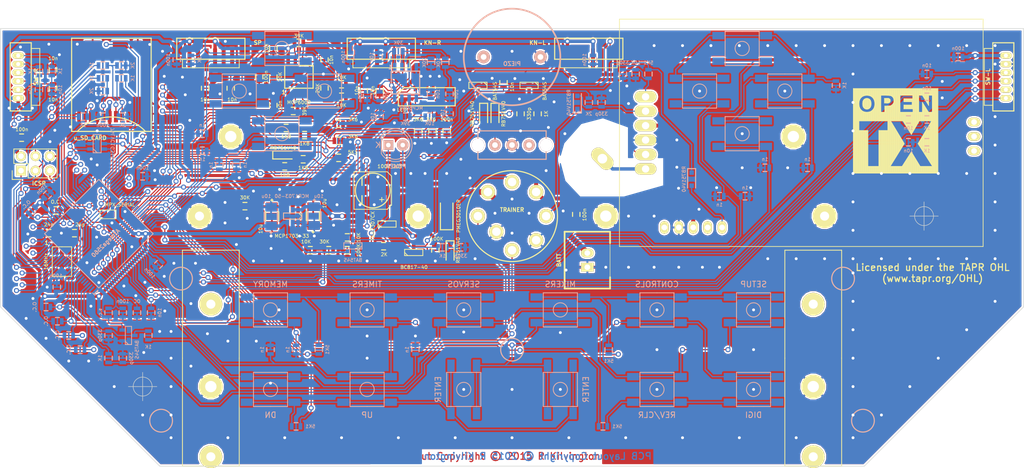
<source format=kicad_pcb>
(kicad_pcb (version 4) (host pcbnew 4.0.4+e1-6308~48~ubuntu14.04.1-stable)

  (general
    (links 435)
    (no_connects 0)
    (area 45.9 32.300001 248.85 146.05)
    (thickness 1.6)
    (drawings 80)
    (tracks 2475)
    (zones 0)
    (modules 186)
    (nets 147)
  )

  (page A4)
  (title_block
    (title "OpenTX Evo")
    (rev 1)
    (comment 1 "Copyright © 2015 R Kilvington (eclrpk @ leeds.ac.uk)")
  )

  (layers
    (0 F.Cu signal)
    (31 B.Cu signal)
    (36 B.SilkS user hide)
    (37 F.SilkS user hide)
    (38 B.Mask user hide)
    (39 F.Mask user hide)
    (40 Dwgs.User user hide)
    (41 Cmts.User user hide)
    (44 Edge.Cuts user)
    (46 B.CrtYd user hide)
    (47 F.CrtYd user hide)
  )

  (setup
    (last_trace_width 0.2)
    (user_trace_width 0.299)
    (user_trace_width 0.4)
    (user_trace_width 0.5)
    (user_trace_width 0.6)
    (user_trace_width 0.7)
    (user_trace_width 0.8)
    (user_trace_width 0.9)
    (user_trace_width 1)
    (trace_clearance 0.2)
    (zone_clearance 0.3)
    (zone_45_only yes)
    (trace_min 0.2)
    (segment_width 0.2)
    (edge_width 0.1)
    (via_size 0.889)
    (via_drill 0.508)
    (via_min_size 0.889)
    (via_min_drill 0.508)
    (uvia_size 0.508)
    (uvia_drill 0.127)
    (uvias_allowed no)
    (uvia_min_size 0.508)
    (uvia_min_drill 0.127)
    (pcb_text_width 0.3)
    (pcb_text_size 0.8 0.8)
    (mod_edge_width 0.15)
    (mod_text_size 0.8 0.8)
    (mod_text_width 0.15)
    (pad_size 1.7272 1.7272)
    (pad_drill 1.016)
    (pad_to_mask_clearance 0.1)
    (solder_mask_min_width 0.1)
    (aux_axis_origin 46 68.5)
    (grid_origin 136 101.5)
    (visible_elements 7FFDFFFF)
    (pcbplotparams
      (layerselection 0x010f0_80000001)
      (usegerberextensions true)
      (excludeedgelayer true)
      (linewidth 0.100000)
      (plotframeref false)
      (viasonmask false)
      (mode 1)
      (useauxorigin false)
      (hpglpennumber 1)
      (hpglpenspeed 20)
      (hpglpendiameter 15)
      (hpglpenoverlay 2)
      (psnegative false)
      (psa4output false)
      (plotreference false)
      (plotvalue true)
      (plotinvisibletext false)
      (padsonsilk false)
      (subtractmaskfromsilk false)
      (outputformat 1)
      (mirror false)
      (drillshape 0)
      (scaleselection 1)
      (outputdirectory production/))
  )

  (net 0 "")
  (net 1 +5V)
  (net 2 /open_evo_misc/SERIAL_IN)
  (net 3 ADC0)
  (net 4 ADC1)
  (net 5 ADC10)
  (net 6 ADC2)
  (net 7 ADC3)
  (net 8 ADC4)
  (net 9 ADC5)
  (net 10 ADC6)
  (net 11 ADC7)
  (net 12 ADC8)
  (net 13 ADC9)
  (net 14 BATT_CHG)
  (net 15 BATT_SW)
  (net 16 GND)
  (net 17 LCD_A0)
  (net 18 LCD_CS_P)
  (net 19 LCD_MOSI)
  (net 20 LCD_RST_N)
  (net 21 LCD_SCK_P)
  (net 22 MPX_RF_EN)
  (net 23 MPX_RX)
  (net 24 PB1/SCK)
  (net 25 PB2/MOSI)
  (net 26 PB3/MISO)
  (net 27 PE4)
  (net 28 PE5)
  (net 29 PE6)
  (net 30 PE7)
  (net 31 PJ4)
  (net 32 PJ5)
  (net 33 PJ6)
  (net 34 PJ7)
  (net 35 PK5)
  (net 36 PK6)
  (net 37 PK7)
  (net 38 RESET-)
  (net 39 TELEM_BL_RX)
  (net 40 TELEM_BL_TX)
  (net 41 TRIM_BUTT_0)
  (net 42 TRIM_BUTT_1)
  (net 43 TRIM_BUTT_2)
  (net 44 TRIM_BUTT_3)
  (net 45 TRIM_BUTT_4)
  (net 46 TRIM_BUTT_5)
  (net 47 TRIM_BUTT_6)
  (net 48 TRIM_BUTT_7)
  (net 49 uSD_NSS)
  (net 50 /open_evo_misc/MPX_ANT)
  (net 51 PWR_HOLD)
  (net 52 "Net-(C5-Pad1)")
  (net 53 "Net-(C8-Pad1)")
  (net 54 "Net-(C18-Pad1)")
  (net 55 "Net-(C28-Pad1)")
  (net 56 "Net-(C34-Pad1)")
  (net 57 "Net-(C35-Pad1)")
  (net 58 +3V3)
  (net 59 "Net-(C49-Pad1)")
  (net 60 "Net-(C50-Pad1)")
  (net 61 "Net-(P9-Pad3)")
  (net 62 "Net-(P9-Pad5)")
  (net 63 "Net-(P9-Pad7)")
  (net 64 "Net-(P11-Pad5)")
  (net 65 "Net-(P11-Pad7)")
  (net 66 "Net-(P11-Pad10)")
  (net 67 "Net-(R1-Pad1)")
  (net 68 "Net-(R3-Pad2)")
  (net 69 "Net-(R5-Pad2)")
  (net 70 "Net-(R6-Pad2)")
  (net 71 "Net-(R7-Pad2)")
  (net 72 "Net-(R10-Pad2)")
  (net 73 "Net-(R17-Pad1)")
  (net 74 "Net-(R36-Pad1)")
  (net 75 "Net-(U1-Pad1)")
  (net 76 "Net-(U1-Pad4)")
  (net 77 "Net-(U1-Pad5)")
  (net 78 /open_evo_cpu/dsc_activated_FA)
  (net 79 /open_evo_cpu/rf_activated_FA)
  (net 80 /open_evo_cpu/buzzer_FA)
  (net 81 /open_evo_cpu/ppm_out_FA)
  (net 82 "Net-(U1-Pad27)")
  (net 83 "Net-(U1-Pad28)")
  (net 84 "Net-(U1-Pad29)")
  (net 85 "Net-(U1-Pad35)")
  (net 86 "Net-(U1-Pad37)")
  (net 87 "Net-(U1-Pad41)")
  (net 88 /open_evo_cpu/I2C_SCL)
  (net 89 /open_evo_cpu/I2C_SDA)
  (net 90 "Net-(U1-Pad45)")
  (net 91 "Net-(U1-Pad46)")
  (net 92 "Net-(U1-Pad47)")
  (net 93 "Net-(U1-Pad48)")
  (net 94 "Net-(U1-Pad49)")
  (net 95 "Net-(U1-Pad50)")
  (net 96 "Net-(U1-Pad58)")
  (net 97 "Net-(U1-Pad59)")
  (net 98 "Net-(U1-Pad60)")
  (net 99 "Net-(U1-Pad66)")
  (net 100 "Net-(U1-Pad70)")
  (net 101 "Net-(U1-Pad85)")
  (net 102 "Net-(U1-Pad86)")
  (net 103 "Net-(X1-Pad4)")
  (net 104 "Net-(P9-Pad1)")
  (net 105 "Net-(P9-Pad8)")
  (net 106 CARD_DETECT_N)
  (net 107 PWR_SW_STATUS)
  (net 108 "Net-(D2-Pad1)")
  (net 109 "Net-(D8-Pad2)")
  (net 110 "Net-(SW23-Pad3)")
  (net 111 MPX_TX)
  (net 112 "Net-(C60-Pad1)")
  (net 113 "Net-(D8-Pad1)")
  (net 114 "Net-(D12-Pad1)")
  (net 115 Piezo_Speaker)
  (net 116 "Net-(Q1-Pad1)")
  (net 117 CPPM_IN)
  (net 118 "/open_evo_misc/CPPM_IO_(was_MPX_SERIAL_O)")
  (net 119 /open_evo_misc/BATT_7V2)
  (net 120 CPPM_OUT_A)
  (net 121 CPPM_OUT_B)
  (net 122 "Net-(R24-Pad2)")
  (net 123 "Net-(R26-Pad2)")
  (net 124 /open_evo_cpu/CPPM_OUT_C)
  (net 125 /open_evo_inputs/R_STICK_V)
  (net 126 /open_evo_inputs/R_STICK_H)
  (net 127 /open_evo_inputs/L_STICK_H)
  (net 128 /open_evo_inputs/L_STICK_V)
  (net 129 /open_evo_inputs/SW_R_DIGI_DIR)
  (net 130 /open_evo_inputs/SW_L_DIGI_DIR)
  (net 131 /open_evo_cpu/hold_power_FA)
  (net 132 /open_evo_cpu/PB7)
  (net 133 /open_evo_cpu/PWR_LED)
  (net 134 "Net-(D11-Pad2)")
  (net 135 "Net-(P9-Pad2)")
  (net 136 "Net-(D5-Pad3)")
  (net 137 Trainer_Master_N)
  (net 138 "Net-(U1-Pad42)")
  (net 139 /open_evo_inputs/SW_R_DIGI_CLK)
  (net 140 /open_evo_inputs/SW_L_DIGI_CLK)
  (net 141 /open_evo_cpu/TRN_FA)
  (net 142 /open_evo_cpu/P4_RESET-)
  (net 143 /open_evo_cpu/P4_A0)
  (net 144 /open_evo_cpu/P4_MOSI)
  (net 145 /open_evo_cpu/P4_CS+)
  (net 146 /open_evo_cpu/P4_CLK+)

  (net_class Default "This is the default net class."
    (clearance 0.2)
    (trace_width 0.2)
    (via_dia 0.889)
    (via_drill 0.508)
    (uvia_dia 0.508)
    (uvia_drill 0.127)
    (add_net /open_evo_cpu/CPPM_OUT_C)
    (add_net /open_evo_cpu/I2C_SCL)
    (add_net /open_evo_cpu/I2C_SDA)
    (add_net /open_evo_cpu/P4_A0)
    (add_net /open_evo_cpu/P4_CLK+)
    (add_net /open_evo_cpu/P4_CS+)
    (add_net /open_evo_cpu/P4_MOSI)
    (add_net /open_evo_cpu/P4_RESET-)
    (add_net /open_evo_cpu/PB7)
    (add_net /open_evo_cpu/PWR_LED)
    (add_net /open_evo_cpu/TRN_FA)
    (add_net /open_evo_cpu/buzzer_FA)
    (add_net /open_evo_cpu/dsc_activated_FA)
    (add_net /open_evo_cpu/hold_power_FA)
    (add_net /open_evo_cpu/ppm_out_FA)
    (add_net /open_evo_cpu/rf_activated_FA)
    (add_net /open_evo_inputs/L_STICK_H)
    (add_net /open_evo_inputs/L_STICK_V)
    (add_net /open_evo_inputs/R_STICK_H)
    (add_net /open_evo_inputs/R_STICK_V)
    (add_net /open_evo_inputs/SW_L_DIGI_CLK)
    (add_net /open_evo_inputs/SW_L_DIGI_DIR)
    (add_net /open_evo_inputs/SW_R_DIGI_CLK)
    (add_net /open_evo_inputs/SW_R_DIGI_DIR)
    (add_net "/open_evo_misc/CPPM_IO_(was_MPX_SERIAL_O)")
    (add_net /open_evo_misc/SERIAL_IN)
    (add_net ADC0)
    (add_net ADC1)
    (add_net ADC10)
    (add_net ADC2)
    (add_net ADC3)
    (add_net ADC4)
    (add_net ADC5)
    (add_net ADC6)
    (add_net ADC7)
    (add_net ADC8)
    (add_net ADC9)
    (add_net CARD_DETECT_N)
    (add_net CPPM_IN)
    (add_net CPPM_OUT_A)
    (add_net CPPM_OUT_B)
    (add_net GND)
    (add_net LCD_A0)
    (add_net LCD_CS_P)
    (add_net LCD_MOSI)
    (add_net LCD_RST_N)
    (add_net LCD_SCK_P)
    (add_net MPX_RF_EN)
    (add_net MPX_RX)
    (add_net MPX_TX)
    (add_net "Net-(C18-Pad1)")
    (add_net "Net-(C28-Pad1)")
    (add_net "Net-(C34-Pad1)")
    (add_net "Net-(C35-Pad1)")
    (add_net "Net-(C49-Pad1)")
    (add_net "Net-(C5-Pad1)")
    (add_net "Net-(C50-Pad1)")
    (add_net "Net-(C60-Pad1)")
    (add_net "Net-(C8-Pad1)")
    (add_net "Net-(D11-Pad2)")
    (add_net "Net-(D12-Pad1)")
    (add_net "Net-(D2-Pad1)")
    (add_net "Net-(D5-Pad3)")
    (add_net "Net-(D8-Pad1)")
    (add_net "Net-(D8-Pad2)")
    (add_net "Net-(P11-Pad10)")
    (add_net "Net-(P11-Pad5)")
    (add_net "Net-(P11-Pad7)")
    (add_net "Net-(P9-Pad1)")
    (add_net "Net-(P9-Pad2)")
    (add_net "Net-(P9-Pad3)")
    (add_net "Net-(P9-Pad5)")
    (add_net "Net-(P9-Pad7)")
    (add_net "Net-(P9-Pad8)")
    (add_net "Net-(Q1-Pad1)")
    (add_net "Net-(R1-Pad1)")
    (add_net "Net-(R10-Pad2)")
    (add_net "Net-(R17-Pad1)")
    (add_net "Net-(R24-Pad2)")
    (add_net "Net-(R26-Pad2)")
    (add_net "Net-(R3-Pad2)")
    (add_net "Net-(R36-Pad1)")
    (add_net "Net-(R5-Pad2)")
    (add_net "Net-(R6-Pad2)")
    (add_net "Net-(R7-Pad2)")
    (add_net "Net-(SW23-Pad3)")
    (add_net "Net-(U1-Pad1)")
    (add_net "Net-(U1-Pad27)")
    (add_net "Net-(U1-Pad28)")
    (add_net "Net-(U1-Pad29)")
    (add_net "Net-(U1-Pad35)")
    (add_net "Net-(U1-Pad37)")
    (add_net "Net-(U1-Pad4)")
    (add_net "Net-(U1-Pad41)")
    (add_net "Net-(U1-Pad42)")
    (add_net "Net-(U1-Pad45)")
    (add_net "Net-(U1-Pad46)")
    (add_net "Net-(U1-Pad47)")
    (add_net "Net-(U1-Pad48)")
    (add_net "Net-(U1-Pad49)")
    (add_net "Net-(U1-Pad5)")
    (add_net "Net-(U1-Pad50)")
    (add_net "Net-(U1-Pad58)")
    (add_net "Net-(U1-Pad59)")
    (add_net "Net-(U1-Pad60)")
    (add_net "Net-(U1-Pad66)")
    (add_net "Net-(U1-Pad70)")
    (add_net "Net-(U1-Pad85)")
    (add_net "Net-(U1-Pad86)")
    (add_net "Net-(X1-Pad4)")
    (add_net PB1/SCK)
    (add_net PB2/MOSI)
    (add_net PB3/MISO)
    (add_net PE4)
    (add_net PE5)
    (add_net PE6)
    (add_net PE7)
    (add_net PJ4)
    (add_net PJ5)
    (add_net PJ6)
    (add_net PJ7)
    (add_net PK5)
    (add_net PK6)
    (add_net PK7)
    (add_net PWR_HOLD)
    (add_net PWR_SW_STATUS)
    (add_net Piezo_Speaker)
    (add_net RESET-)
    (add_net TELEM_BL_RX)
    (add_net TELEM_BL_TX)
    (add_net TRIM_BUTT_0)
    (add_net TRIM_BUTT_1)
    (add_net TRIM_BUTT_2)
    (add_net TRIM_BUTT_3)
    (add_net TRIM_BUTT_4)
    (add_net TRIM_BUTT_5)
    (add_net TRIM_BUTT_6)
    (add_net TRIM_BUTT_7)
    (add_net Trainer_Master_N)
    (add_net uSD_NSS)
  )

  (net_class 0.5 ""
    (clearance 0.2)
    (trace_width 0.5)
    (via_dia 0.889)
    (via_drill 0.508)
    (uvia_dia 0.508)
    (uvia_drill 0.127)
    (add_net +3V3)
  )

  (net_class 0.6 ""
    (clearance 0.2)
    (trace_width 0.6)
    (via_dia 0.889)
    (via_drill 0.508)
    (uvia_dia 0.508)
    (uvia_drill 0.127)
    (add_net +5V)
    (add_net /open_evo_misc/BATT_7V2)
    (add_net /open_evo_misc/MPX_ANT)
  )

  (net_class 0.7 ""
    (clearance 0.2)
    (trace_width 0.7)
    (via_dia 0.889)
    (via_drill 0.635)
    (uvia_dia 0.508)
    (uvia_drill 0.127)
    (add_net BATT_SW)
  )

  (net_class 1.0 ""
    (clearance 0.2)
    (trace_width 1)
    (via_dia 0.889)
    (via_drill 0.635)
    (uvia_dia 0.508)
    (uvia_drill 0.127)
    (add_net BATT_CHG)
  )

  (module modules:SOT-23-6 (layer B.Cu) (tedit 584EEB23) (tstamp 58307086)
    (at 63 88.75 90)
    (path /555B8539/5830E839)
    (fp_text reference U6 (at -2.5 -1.9 90) (layer B.SilkS) hide
      (effects (font (size 0.6 0.6) (thickness 0.1)) (justify mirror))
    )
    (fp_text value 74LVC1G3157 (at -0.25 2.75 270) (layer B.SilkS)
      (effects (font (size 0.6 0.6) (thickness 0.1)) (justify mirror))
    )
    (fp_line (start -2.1 2.3) (end -2.1 -2.3) (layer B.CrtYd) (width 0.05))
    (fp_line (start 2.1 -2.3) (end -2.1 -2.3) (layer B.CrtYd) (width 0.05))
    (fp_line (start 2.1 2.3) (end 2.1 -2.3) (layer B.CrtYd) (width 0.05))
    (fp_line (start -2.1 2.3) (end 2.1 2.3) (layer B.CrtYd) (width 0.05))
    (fp_line (start -1.6 0) (end -0.9 -0.7) (layer B.SilkS) (width 0.15))
    (fp_line (start -1.6 0.7) (end -1.6 -0.7) (layer B.SilkS) (width 0.15))
    (fp_line (start 1.6 0.7) (end 1.6 -0.7) (layer B.SilkS) (width 0.15))
    (fp_line (start -1.6 0.7) (end 1.6 0.7) (layer B.SilkS) (width 0.15))
    (fp_line (start -1.6 -0.7) (end 1.6 -0.7) (layer B.SilkS) (width 0.15))
    (pad 5 smd rect (at 0 1.25 90) (size 0.6 1) (layers B.Cu B.Mask)
      (net 1 +5V))
    (pad 2 smd rect (at 0 -1.25 90) (size 0.6 1) (layers B.Cu B.Mask)
      (net 16 GND))
    (pad 3 smd rect (at 0.95 -1.25 90) (size 0.6 1) (layers B.Cu B.Mask)
      (net 121 CPPM_OUT_B))
    (pad 4 smd rect (at 0.95 1.25 90) (size 0.6 1) (layers B.Cu B.Mask)
      (net 136 "Net-(D5-Pad3)"))
    (pad 6 smd rect (at -0.95 1.25 90) (size 0.6 1) (layers B.Cu B.Mask)
      (net 137 Trainer_Master_N))
    (pad 1 smd rect (at -0.95 -1.25 90) (size 0.6 1) (layers B.Cu B.Mask)
      (net 117 CPPM_IN))
  )

  (module modules:SM0603 (layer F.Cu) (tedit 584DA962) (tstamp 582603D2)
    (at 89 99.75 180)
    (path /555B8539/58263200)
    (attr smd)
    (fp_text reference R30 (at 0 0 180) (layer F.SilkS) hide
      (effects (font (size 0.6 0.6) (thickness 0.1)))
    )
    (fp_text value 30K (at 0 1.5 180) (layer F.SilkS)
      (effects (font (size 0.6 0.6) (thickness 0.1)))
    )
    (fp_line (start -1.6 1.1) (end 1.6 1.1) (layer F.CrtYd) (width 0.05))
    (fp_line (start -1.6 -1.1) (end 1.6 -1.1) (layer F.CrtYd) (width 0.05))
    (fp_line (start -1.6 -1.1) (end -1.6 1.1) (layer F.CrtYd) (width 0.05))
    (fp_line (start 1.6 -1.1) (end 1.6 1.1) (layer F.CrtYd) (width 0.05))
    (fp_line (start -0.35 0.65) (end 0.35 0.65) (layer F.SilkS) (width 0.2))
    (fp_line (start -0.35 -0.65) (end 0.35 -0.65) (layer F.SilkS) (width 0.2))
    (pad 1 smd rect (at -0.762 0 180) (size 0.635 1.143) (layers F.Cu F.Mask)
      (net 58 +3V3))
    (pad 2 smd rect (at 0.762 0 180) (size 0.635 1.143) (layers F.Cu F.Mask)
      (net 22 MPX_RF_EN))
    (model smd\resistors\R0603.wrl
      (at (xyz 0 0 0.001))
      (scale (xyz 0.5 0.5 0.5))
      (rotate (xyz 0 0 0))
    )
  )

  (module modules:SM0603 (layer B.Cu) (tedit 584C5589) (tstamp 57FA7BBE)
    (at 67.25 77.25)
    (path /5520F715/57FAE63A)
    (attr smd)
    (fp_text reference R28 (at 0 0) (layer B.SilkS) hide
      (effects (font (size 0.6 0.6) (thickness 0.1)) (justify mirror))
    )
    (fp_text value 1K (at 2 0 90) (layer B.SilkS)
      (effects (font (size 0.6 0.6) (thickness 0.1)) (justify mirror))
    )
    (fp_line (start -1.6 -1.1) (end 1.6 -1.1) (layer B.CrtYd) (width 0.05))
    (fp_line (start -1.6 1.1) (end 1.6 1.1) (layer B.CrtYd) (width 0.05))
    (fp_line (start -1.6 1.1) (end -1.6 -1.1) (layer B.CrtYd) (width 0.05))
    (fp_line (start 1.6 1.1) (end 1.6 -1.1) (layer B.CrtYd) (width 0.05))
    (fp_line (start -0.35 -0.65) (end 0.35 -0.65) (layer B.SilkS) (width 0.2))
    (fp_line (start -0.35 0.65) (end 0.35 0.65) (layer B.SilkS) (width 0.2))
    (pad 1 smd rect (at -0.762 0) (size 0.635 1.143) (layers B.Cu B.Mask)
      (net 135 "Net-(P9-Pad2)"))
    (pad 2 smd rect (at 0.762 0) (size 0.635 1.143) (layers B.Cu B.Mask)
      (net 49 uSD_NSS))
    (model smd\resistors\R0603.wrl
      (at (xyz 0 0 0.001))
      (scale (xyz 0.5 0.5 0.5))
      (rotate (xyz 0 0 0))
    )
  )

  (module modules:JST_B6B-ZR-3.4 locked (layer F.Cu) (tedit 58503EE1) (tstamp 57585BC6)
    (at 48.5 77 90)
    (path /5520F721/550D94AE)
    (fp_text reference P1 (at -2.5 3.75 90) (layer F.SilkS) hide
      (effects (font (size 0.7 0.7) (thickness 0.15)))
    )
    (fp_text value SW-R (at 0 3.75 90) (layer F.SilkS)
      (effects (font (size 0.7 0.7) (thickness 0.15)))
    )
    (fp_line (start -6 -0.8) (end -6 2.9) (layer F.SilkS) (width 0.2))
    (fp_line (start 6 -0.8) (end 6 2.9) (layer F.SilkS) (width 0.2))
    (fp_line (start -6 2.9) (end 6 2.9) (layer F.SilkS) (width 0.2))
    (fp_line (start -6 -0.8) (end 6 -0.8) (layer F.SilkS) (width 0.2))
    (fp_line (start -7.5 -1.5) (end 7.5 -1.5) (layer F.CrtYd) (width 0.05))
    (fp_line (start 7.5 -1.5) (end 7.5 5.5) (layer F.CrtYd) (width 0.05))
    (fp_line (start 7.5 5.5) (end -7.5 5.5) (layer F.CrtYd) (width 0.05))
    (fp_line (start -7.5 5.5) (end -7.5 -1.5) (layer F.CrtYd) (width 0.05))
    (fp_line (start -5 2.9) (end -5 4.4) (layer F.SilkS) (width 0.15))
    (fp_line (start -5 4.4) (end 5 4.4) (layer F.SilkS) (width 0.15))
    (fp_line (start 5 4.4) (end 5 2.9) (layer F.SilkS) (width 0.15))
    (pad 1 thru_hole oval (at -3.75 0.6 90) (size 1.1 2) (drill 0.7) (layers *.Cu *.Mask F.SilkS)
      (net 1 +5V))
    (pad 2 thru_hole oval (at -2.25 0.6 90) (size 1.1 2) (drill 0.7) (layers *.Cu *.Mask F.SilkS)
      (net 16 GND))
    (pad 3 thru_hole oval (at -0.75 0.6 90) (size 1.1 2) (drill 0.7) (layers *.Cu *.Mask F.SilkS)
      (net 12 ADC8))
    (pad 4 thru_hole oval (at 0.75 0.6 90) (size 1.1 2) (drill 0.7) (layers *.Cu *.Mask F.SilkS)
      (net 11 ADC7))
    (pad 5 thru_hole oval (at 2.25 0.6 90) (size 1.1 2) (drill 0.7) (layers *.Cu *.Mask F.SilkS)
      (net 129 /open_evo_inputs/SW_R_DIGI_DIR))
    (pad 6 thru_hole oval (at 3.75 0.6 90) (size 1.1 2) (drill 0.7) (layers *.Cu *.Mask F.SilkS)
      (net 139 /open_evo_inputs/SW_R_DIGI_CLK))
  )

  (module modules:JST_B6B-ZR-3.4 locked (layer F.Cu) (tedit 58503F0E) (tstamp 57571575)
    (at 223.5 77 270)
    (path /5520F721/550D949D)
    (fp_text reference P6 (at -2.5 3.75 270) (layer F.SilkS) hide
      (effects (font (size 0.7 0.7) (thickness 0.15)))
    )
    (fp_text value SW-L (at 0 3.75 450) (layer F.SilkS)
      (effects (font (size 0.7 0.7) (thickness 0.15)))
    )
    (fp_line (start -6 -0.8) (end -6 2.9) (layer F.SilkS) (width 0.2))
    (fp_line (start 6 -0.8) (end 6 2.9) (layer F.SilkS) (width 0.2))
    (fp_line (start -6 2.9) (end 6 2.9) (layer F.SilkS) (width 0.2))
    (fp_line (start -6 -0.8) (end 6 -0.8) (layer F.SilkS) (width 0.2))
    (fp_line (start -7.5 -1.5) (end 7.5 -1.5) (layer F.CrtYd) (width 0.05))
    (fp_line (start 7.5 -1.5) (end 7.5 5.5) (layer F.CrtYd) (width 0.05))
    (fp_line (start 7.5 5.5) (end -7.5 5.5) (layer F.CrtYd) (width 0.05))
    (fp_line (start -7.5 5.5) (end -7.5 -1.5) (layer F.CrtYd) (width 0.05))
    (fp_line (start -5 2.9) (end -5 4.4) (layer F.SilkS) (width 0.15))
    (fp_line (start -5 4.4) (end 5 4.4) (layer F.SilkS) (width 0.15))
    (fp_line (start 5 4.4) (end 5 2.9) (layer F.SilkS) (width 0.15))
    (pad 1 thru_hole oval (at -3.75 0.6 270) (size 1.1 2) (drill 0.7) (layers *.Cu *.Mask F.SilkS)
      (net 1 +5V))
    (pad 2 thru_hole oval (at -2.25 0.6 270) (size 1.1 2) (drill 0.7) (layers *.Cu *.Mask F.SilkS)
      (net 16 GND))
    (pad 3 thru_hole oval (at -0.75 0.6 270) (size 1.1 2) (drill 0.7) (layers *.Cu *.Mask F.SilkS)
      (net 5 ADC10))
    (pad 4 thru_hole oval (at 0.75 0.6 270) (size 1.1 2) (drill 0.7) (layers *.Cu *.Mask F.SilkS)
      (net 13 ADC9))
    (pad 5 thru_hole oval (at 2.25 0.6 270) (size 1.1 2) (drill 0.7) (layers *.Cu *.Mask F.SilkS)
      (net 130 /open_evo_inputs/SW_L_DIGI_DIR))
    (pad 6 thru_hole oval (at 3.75 0.6 270) (size 1.1 2) (drill 0.7) (layers *.Cu *.Mask F.SilkS)
      (net 140 /open_evo_inputs/SW_L_DIGI_CLK))
  )

  (module modules:SOD-323 (layer B.Cu) (tedit 584DA41A) (tstamp 57474804)
    (at 167.6 95 270)
    (descr SOD-323)
    (tags SOD-323)
    (path /555B8539/5747DB1B)
    (attr smd)
    (fp_text reference D11 (at 0 0 270) (layer B.SilkS) hide
      (effects (font (size 0.6 0.6) (thickness 0.1)) (justify mirror))
    )
    (fp_text value RB751V40 (at 0 1.35 270) (layer B.SilkS)
      (effects (font (size 0.6 0.6) (thickness 0.1)) (justify mirror))
    )
    (fp_line (start -2.05 -0.9) (end 1.9 -0.9) (layer B.CrtYd) (width 0.05))
    (fp_line (start -2.05 0.9) (end 1.9 0.9) (layer B.CrtYd) (width 0.05))
    (fp_line (start -1.85 -0.7) (end 1.55 -0.7) (layer B.SilkS) (width 0.2))
    (fp_line (start -1.85 0.7) (end 1.55 0.7) (layer B.SilkS) (width 0.2))
    (fp_line (start -2.05 0.9) (end -2.05 -0.9) (layer B.CrtYd) (width 0.05))
    (fp_line (start 1.9 0.9) (end 1.9 -0.9) (layer B.CrtYd) (width 0.05))
    (fp_line (start -1.85 0.7) (end -1.85 -0.7) (layer B.SilkS) (width 0.2))
    (pad 1 smd rect (at -1.15 0 270) (size 0.8 0.8) (layers B.Cu B.Mask)
      (net 120 CPPM_OUT_A))
    (pad 2 smd rect (at 1.15 0 270) (size 0.8 0.8) (layers B.Cu B.Mask)
      (net 134 "Net-(D11-Pad2)"))
  )

  (module modules:SOD-323 (layer F.Cu) (tedit 584DA9E3) (tstamp 56D7430F)
    (at 125.1 107.7 270)
    (descr SOD-323)
    (tags SOD-323)
    (path /555B8539/55BA61D6)
    (attr smd)
    (fp_text reference D4 (at 0 0 270) (layer F.SilkS) hide
      (effects (font (size 0.6 0.6) (thickness 0.1)))
    )
    (fp_text value RB751V40 (at -0.2 -1.4 270) (layer F.SilkS)
      (effects (font (size 0.6 0.6) (thickness 0.1)))
    )
    (fp_line (start -2.05 0.9) (end 1.9 0.9) (layer F.CrtYd) (width 0.05))
    (fp_line (start -2.05 -0.9) (end 1.9 -0.9) (layer F.CrtYd) (width 0.05))
    (fp_line (start -1.85 0.7) (end 1.55 0.7) (layer F.SilkS) (width 0.2))
    (fp_line (start -1.85 -0.7) (end 1.55 -0.7) (layer F.SilkS) (width 0.2))
    (fp_line (start -2.05 -0.9) (end -2.05 0.9) (layer F.CrtYd) (width 0.05))
    (fp_line (start 1.9 -0.9) (end 1.9 0.9) (layer F.CrtYd) (width 0.05))
    (fp_line (start -1.85 -0.7) (end -1.85 0.7) (layer F.SilkS) (width 0.2))
    (pad 1 smd rect (at -1.15 0 270) (size 0.8 0.8) (layers F.Cu F.Mask)
      (net 119 /open_evo_misc/BATT_7V2))
    (pad 2 smd rect (at 1.15 0 270) (size 0.8 0.8) (layers F.Cu F.Mask)
      (net 16 GND))
  )

  (module modules:SOD-323 (layer F.Cu) (tedit 584C5E56) (tstamp 56D74314)
    (at 95.75 90.75)
    (descr SOD-323)
    (tags SOD-323)
    (path /5520F715/55BAB4B3)
    (attr smd)
    (fp_text reference D6 (at 0 0) (layer F.SilkS) hide
      (effects (font (size 0.6 0.6) (thickness 0.1)))
    )
    (fp_text value RB751V40 (at 0 -1.25) (layer F.SilkS)
      (effects (font (size 0.6 0.6) (thickness 0.1)))
    )
    (fp_line (start -2.05 0.9) (end 1.9 0.9) (layer F.CrtYd) (width 0.05))
    (fp_line (start -2.05 -0.9) (end 1.9 -0.9) (layer F.CrtYd) (width 0.05))
    (fp_line (start -1.85 0.7) (end 1.55 0.7) (layer F.SilkS) (width 0.2))
    (fp_line (start -1.85 -0.7) (end 1.55 -0.7) (layer F.SilkS) (width 0.2))
    (fp_line (start -2.05 -0.9) (end -2.05 0.9) (layer F.CrtYd) (width 0.05))
    (fp_line (start 1.9 -0.9) (end 1.9 0.9) (layer F.CrtYd) (width 0.05))
    (fp_line (start -1.85 -0.7) (end -1.85 0.7) (layer F.SilkS) (width 0.2))
    (pad 1 smd rect (at -1.15 0) (size 0.8 0.8) (layers F.Cu F.Mask)
      (net 20 LCD_RST_N))
    (pad 2 smd rect (at 1.15 0) (size 0.8 0.8) (layers F.Cu F.Mask)
      (net 142 /open_evo_cpu/P4_RESET-))
  )

  (module modules:SOD-323 (layer F.Cu) (tedit 584DA890) (tstamp 56D74319)
    (at 133 83.5 270)
    (descr SOD-323)
    (tags SOD-323)
    (path /555B8539/55E0275A)
    (attr smd)
    (fp_text reference D8 (at 0 0 270) (layer F.SilkS) hide
      (effects (font (size 0.6 0.6) (thickness 0.1)))
    )
    (fp_text value RB751V40 (at 0 -1.5 270) (layer F.SilkS)
      (effects (font (size 0.6 0.6) (thickness 0.1)))
    )
    (fp_line (start -2.05 0.9) (end 1.9 0.9) (layer F.CrtYd) (width 0.05))
    (fp_line (start -2.05 -0.9) (end 1.9 -0.9) (layer F.CrtYd) (width 0.05))
    (fp_line (start -1.85 0.7) (end 1.55 0.7) (layer F.SilkS) (width 0.2))
    (fp_line (start -1.85 -0.7) (end 1.55 -0.7) (layer F.SilkS) (width 0.2))
    (fp_line (start -2.05 -0.9) (end -2.05 0.9) (layer F.CrtYd) (width 0.05))
    (fp_line (start 1.9 -0.9) (end 1.9 0.9) (layer F.CrtYd) (width 0.05))
    (fp_line (start -1.85 -0.7) (end -1.85 0.7) (layer F.SilkS) (width 0.2))
    (pad 1 smd rect (at -1.15 0 270) (size 0.8 0.8) (layers F.Cu F.Mask)
      (net 113 "Net-(D8-Pad1)"))
    (pad 2 smd rect (at 1.15 0 270) (size 0.8 0.8) (layers F.Cu F.Mask)
      (net 109 "Net-(D8-Pad2)"))
  )

  (module modules:SOD-323 (layer F.Cu) (tedit 58503CCE) (tstamp 56D7431E)
    (at 131 83.5 270)
    (descr SOD-323)
    (tags SOD-323)
    (path /555B8539/55E02D4C)
    (attr smd)
    (fp_text reference D9 (at 0 0 270) (layer F.SilkS) hide
      (effects (font (size 0.6 0.6) (thickness 0.1)))
    )
    (fp_text value RB751V40 (at 0 2 270) (layer F.SilkS)
      (effects (font (size 0.6 0.6) (thickness 0.1)))
    )
    (fp_line (start -2.05 0.9) (end 1.9 0.9) (layer F.CrtYd) (width 0.05))
    (fp_line (start -2.05 -0.9) (end 1.9 -0.9) (layer F.CrtYd) (width 0.05))
    (fp_line (start -1.85 0.7) (end 1.55 0.7) (layer F.SilkS) (width 0.2))
    (fp_line (start -1.85 -0.7) (end 1.55 -0.7) (layer F.SilkS) (width 0.2))
    (fp_line (start -2.05 -0.9) (end -2.05 0.9) (layer F.CrtYd) (width 0.05))
    (fp_line (start 1.9 -0.9) (end 1.9 0.9) (layer F.CrtYd) (width 0.05))
    (fp_line (start -1.85 -0.7) (end -1.85 0.7) (layer F.SilkS) (width 0.2))
    (pad 1 smd rect (at -1.15 0 270) (size 0.8 0.8) (layers F.Cu F.Mask)
      (net 113 "Net-(D8-Pad1)"))
    (pad 2 smd rect (at 1.15 0 270) (size 0.8 0.8) (layers F.Cu F.Mask)
      (net 107 PWR_SW_STATUS))
  )

  (module modules:SOD-323 (layer B.Cu) (tedit 584C4FF1) (tstamp 56D74323)
    (at 147.5 81.5 90)
    (descr SOD-323)
    (tags SOD-323)
    (path /555B8539/55DFB2D7)
    (attr smd)
    (fp_text reference D12 (at 0 0 90) (layer B.SilkS) hide
      (effects (font (size 0.6 0.6) (thickness 0.1)) (justify mirror))
    )
    (fp_text value RB751V40 (at 0 -1.5 90) (layer B.SilkS)
      (effects (font (size 0.6 0.6) (thickness 0.1)) (justify mirror))
    )
    (fp_line (start -2.05 -0.9) (end 1.9 -0.9) (layer B.CrtYd) (width 0.05))
    (fp_line (start -2.05 0.9) (end 1.9 0.9) (layer B.CrtYd) (width 0.05))
    (fp_line (start -1.85 -0.7) (end 1.55 -0.7) (layer B.SilkS) (width 0.2))
    (fp_line (start -1.85 0.7) (end 1.55 0.7) (layer B.SilkS) (width 0.2))
    (fp_line (start -2.05 0.9) (end -2.05 -0.9) (layer B.CrtYd) (width 0.05))
    (fp_line (start 1.9 0.9) (end 1.9 -0.9) (layer B.CrtYd) (width 0.05))
    (fp_line (start -1.85 0.7) (end -1.85 -0.7) (layer B.SilkS) (width 0.2))
    (pad 1 smd rect (at -1.15 0 90) (size 0.8 0.8) (layers B.Cu B.Mask)
      (net 114 "Net-(D12-Pad1)"))
    (pad 2 smd rect (at 1.15 0 90) (size 0.8 0.8) (layers B.Cu B.Mask)
      (net 59 "Net-(C49-Pad1)"))
  )

  (module modules:evo_battery_holder locked (layer F.Cu) (tedit 56D9E18B) (tstamp 55B930B8)
    (at 83 131.5)
    (path /555B8539/557E23E0)
    (fp_text reference batt_holder1 (at -4 0 90) (layer F.SilkS) hide
      (effects (font (size 1 1) (thickness 0.15)))
    )
    (fp_text value MISC_MECH (at 4 0 90) (layer F.SilkS) hide
      (effects (font (size 1 1) (thickness 0.15)))
    )
    (fp_line (start -5 -24) (end -5 14) (layer F.CrtYd) (width 0.05))
    (fp_line (start 5 -24) (end 5 14) (layer F.CrtYd) (width 0.05))
    (fp_line (start -5 14) (end 5 14) (layer F.CrtYd) (width 0.05))
    (fp_line (start -5 -24) (end 5 -24) (layer F.CrtYd) (width 0.05))
    (fp_line (start -5 -5) (end -5 14) (layer F.SilkS) (width 0.15))
    (fp_line (start 5 -5) (end 5 14) (layer F.SilkS) (width 0.15))
    (fp_line (start -5 14) (end 5 14) (layer F.SilkS) (width 0.15))
    (fp_line (start -5 -5) (end -5 -24) (layer F.SilkS) (width 0.15))
    (fp_line (start -5 -24) (end 5 -24) (layer F.SilkS) (width 0.15))
    (fp_line (start 5 -24) (end 5 -5) (layer F.SilkS) (width 0.15))
    (pad 1 thru_hole circle (at 0 0) (size 4 4) (drill 2) (layers *.Cu *.Mask F.SilkS)
      (net 16 GND))
    (pad "" thru_hole circle (at 0 -14.5) (size 4 4) (drill 1.6) (layers *.Cu *.Mask F.SilkS))
    (pad "" thru_hole circle (at 0 12.35) (size 4 4) (drill 1.6) (layers *.Cu *.Mask F.SilkS))
  )

  (module modules:evo_battery_holder locked (layer F.Cu) (tedit 56D9E18B) (tstamp 55B930BE)
    (at 189 131.5)
    (path /555B8539/557E249D)
    (fp_text reference batt_holder2 (at -4 0 90) (layer F.SilkS) hide
      (effects (font (size 1 1) (thickness 0.15)))
    )
    (fp_text value MISC_MECH (at 4 0 90) (layer F.SilkS) hide
      (effects (font (size 1 1) (thickness 0.15)))
    )
    (fp_line (start -5 -24) (end -5 14) (layer F.CrtYd) (width 0.05))
    (fp_line (start 5 -24) (end 5 14) (layer F.CrtYd) (width 0.05))
    (fp_line (start -5 14) (end 5 14) (layer F.CrtYd) (width 0.05))
    (fp_line (start -5 -24) (end 5 -24) (layer F.CrtYd) (width 0.05))
    (fp_line (start -5 -5) (end -5 14) (layer F.SilkS) (width 0.15))
    (fp_line (start 5 -5) (end 5 14) (layer F.SilkS) (width 0.15))
    (fp_line (start -5 14) (end 5 14) (layer F.SilkS) (width 0.15))
    (fp_line (start -5 -5) (end -5 -24) (layer F.SilkS) (width 0.15))
    (fp_line (start -5 -24) (end 5 -24) (layer F.SilkS) (width 0.15))
    (fp_line (start 5 -24) (end 5 -5) (layer F.SilkS) (width 0.15))
    (pad 1 thru_hole circle (at 0 0) (size 4 4) (drill 2) (layers *.Cu *.Mask F.SilkS)
      (net 16 GND))
    (pad "" thru_hole circle (at 0 -14.5) (size 4 4) (drill 1.6) (layers *.Cu *.Mask F.SilkS))
    (pad "" thru_hole circle (at 0 12.35) (size 4 4) (drill 1.6) (layers *.Cu *.Mask F.SilkS))
  )

  (module modules:SM0603 (layer B.Cu) (tedit 584DA3FD) (tstamp 563E2035)
    (at 193 78.5 90)
    (path /5520F721/561DA2BB)
    (attr smd)
    (fp_text reference R26 (at 0 0 90) (layer B.SilkS) hide
      (effects (font (size 0.6 0.6) (thickness 0.1)) (justify mirror))
    )
    (fp_text value 1K (at 0 1.5 90) (layer B.SilkS)
      (effects (font (size 0.6 0.6) (thickness 0.1)) (justify mirror))
    )
    (fp_line (start -1.6 -1.1) (end 1.6 -1.1) (layer B.CrtYd) (width 0.05))
    (fp_line (start -1.6 1.1) (end 1.6 1.1) (layer B.CrtYd) (width 0.05))
    (fp_line (start -1.6 1.1) (end -1.6 -1.1) (layer B.CrtYd) (width 0.05))
    (fp_line (start 1.6 1.1) (end 1.6 -1.1) (layer B.CrtYd) (width 0.05))
    (fp_line (start -0.35 -0.65) (end 0.35 -0.65) (layer B.SilkS) (width 0.2))
    (fp_line (start -0.35 0.65) (end 0.35 0.65) (layer B.SilkS) (width 0.2))
    (pad 1 smd rect (at -0.762 0 90) (size 0.635 1.143) (layers B.Cu B.Mask)
      (net 16 GND))
    (pad 2 smd rect (at 0.762 0 90) (size 0.635 1.143) (layers B.Cu B.Mask)
      (net 123 "Net-(R26-Pad2)"))
    (model smd\resistors\R0603.wrl
      (at (xyz 0 0 0.001))
      (scale (xyz 0.5 0.5 0.5))
      (rotate (xyz 0 0 0))
    )
  )

  (module modules:SM0603 (layer B.Cu) (tedit 584DA49C) (tstamp 563E202F)
    (at 79.5 74 90)
    (path /5520F721/561D9B81)
    (attr smd)
    (fp_text reference R24 (at 0 0 90) (layer B.SilkS) hide
      (effects (font (size 0.6 0.6) (thickness 0.1)) (justify mirror))
    )
    (fp_text value 1K (at 0 1.5 90) (layer B.SilkS)
      (effects (font (size 0.6 0.6) (thickness 0.1)) (justify mirror))
    )
    (fp_line (start -1.6 -1.1) (end 1.6 -1.1) (layer B.CrtYd) (width 0.05))
    (fp_line (start -1.6 1.1) (end 1.6 1.1) (layer B.CrtYd) (width 0.05))
    (fp_line (start -1.6 1.1) (end -1.6 -1.1) (layer B.CrtYd) (width 0.05))
    (fp_line (start 1.6 1.1) (end 1.6 -1.1) (layer B.CrtYd) (width 0.05))
    (fp_line (start -0.35 -0.65) (end 0.35 -0.65) (layer B.SilkS) (width 0.2))
    (fp_line (start -0.35 0.65) (end 0.35 0.65) (layer B.SilkS) (width 0.2))
    (pad 1 smd rect (at -0.762 0 90) (size 0.635 1.143) (layers B.Cu B.Mask)
      (net 16 GND))
    (pad 2 smd rect (at 0.762 0 90) (size 0.635 1.143) (layers B.Cu B.Mask)
      (net 122 "Net-(R24-Pad2)"))
    (model smd\resistors\R0603.wrl
      (at (xyz 0 0 0.001))
      (scale (xyz 0.5 0.5 0.5))
      (rotate (xyz 0 0 0))
    )
  )

  (module modules:MPX_JR_Module locked (layer F.Cu) (tedit 55E48381) (tstamp 55B93277)
    (at 159.5 80.5)
    (path /555B8539/557B27AF)
    (fp_text reference P11 (at 4.8 0) (layer F.SilkS) hide
      (effects (font (size 1 1) (thickness 0.15)))
    )
    (fp_text value MPX_JR_MODULE (at -0.2 25.8) (layer F.SilkS) hide
      (effects (font (size 0.7 0.7) (thickness 0.15)))
    )
    (fp_circle (center 3.3 23) (end 3.3 23.05) (layer F.SilkS) (width 0.15))
    (fp_circle (center 57.8 4.45) (end 57.85 4.45) (layer F.SilkS) (width 0.127))
    (fp_circle (center 0 0) (end 0.05 0) (layer F.SilkS) (width 0.127))
    (fp_line (start -4.6 -13.65) (end -4.6 26.35) (layer F.SilkS) (width 0.127))
    (fp_line (start 59.4 26.35) (end 59.4 -13.65) (layer F.SilkS) (width 0.127))
    (fp_line (start -4.6 26.35) (end 59.4 26.35) (layer F.SilkS) (width 0.127))
    (fp_line (start 59.4 -13.65) (end -4.6 -13.65) (layer F.SilkS) (width 0.127))
    (pad 1 thru_hole oval (at 0 0) (size 3.8 2) (drill 1.3) (layers *.Cu *.Mask F.SilkS)
      (net 60 "Net-(C50-Pad1)"))
    (pad 2 thru_hole oval (at 0 2.54) (size 3.8 2) (drill 1.3) (layers *.Cu *.Mask F.SilkS)
      (net 59 "Net-(C49-Pad1)"))
    (pad 3 thru_hole oval (at 0 5.08) (size 3.8 2) (drill 1.3) (layers *.Cu *.Mask F.SilkS)
      (net 15 BATT_SW))
    (pad 4 thru_hole oval (at 0 7.62) (size 3.8 2) (drill 1.3) (layers *.Cu *.Mask F.SilkS)
      (net 16 GND))
    (pad 5 thru_hole oval (at 0 10.16) (size 3.8 2) (drill 1.3) (layers *.Cu *.Mask F.SilkS)
      (net 64 "Net-(P11-Pad5)"))
    (pad 6 thru_hole oval (at 0 12.7) (size 3.8 2) (drill 1.3) (layers *.Cu *.Mask F.SilkS)
      (net 50 /open_evo_misc/MPX_ANT))
    (pad 14 thru_hole oval (at 57.8 4.45) (size 2.2 1.524) (drill 1) (layers *.Cu *.Mask F.SilkS))
    (pad 13 thru_hole oval (at 57.8 6.99) (size 2.2 1.524) (drill 1) (layers *.Cu *.Mask F.SilkS))
    (pad 12 thru_hole oval (at 57.8 9.53) (size 2.2 1.524) (drill 1) (layers *.Cu *.Mask F.SilkS))
    (pad 7 thru_hole oval (at 3.3 23) (size 1.524 2.2) (drill 1) (layers *.Cu *.Mask F.SilkS)
      (net 65 "Net-(P11-Pad7)"))
    (pad 8 thru_hole oval (at 5.84 23) (size 1.524 2.2) (drill 1) (layers *.Cu *.Mask F.SilkS)
      (net 16 GND))
    (pad 9 thru_hole oval (at 8.38 23) (size 1.524 2.2) (drill 1) (layers *.Cu *.Mask F.SilkS)
      (net 15 BATT_SW))
    (pad 10 thru_hole oval (at 10.92 23) (size 1.524 2.2) (drill 1) (layers *.Cu *.Mask F.SilkS)
      (net 66 "Net-(P11-Pad10)"))
    (pad 11 thru_hole oval (at 13.46 23) (size 1.524 2.2) (drill 1) (layers *.Cu *.Mask F.SilkS)
      (net 134 "Net-(D11-Pad2)"))
  )

  (module modules:Socket_Strip_Straight_2x03 (layer F.Cu) (tedit 584EF155) (tstamp 557DD67E)
    (at 49.6 93.5 180)
    (descr "Through hole socket strip")
    (tags "socket strip")
    (path /5520F715/555B9D0C)
    (fp_text reference P7 (at 0.1 -2.5 180) (layer F.SilkS) hide
      (effects (font (size 0.7 0.7) (thickness 0.15)))
    )
    (fp_text value ICSP (at -3.15 -2.25 180) (layer F.SilkS)
      (effects (font (size 0.7 0.7) (thickness 0.15)))
    )
    (fp_line (start -6.35 -1.27) (end -1.27 -1.27) (layer F.SilkS) (width 0.15))
    (fp_line (start 1.55 -1.55) (end 0 -1.55) (layer F.SilkS) (width 0.15))
    (fp_line (start 1.75 -1.75) (end 1.75 4.3) (layer F.CrtYd) (width 0.05))
    (fp_line (start -6.85 -1.75) (end -6.85 4.3) (layer F.CrtYd) (width 0.05))
    (fp_line (start 1.75 -1.75) (end -6.85 -1.75) (layer F.CrtYd) (width 0.05))
    (fp_line (start 1.75 4.3) (end -6.85 4.3) (layer F.CrtYd) (width 0.05))
    (fp_line (start 1.27 1.27) (end -1.27 1.27) (layer F.SilkS) (width 0.15))
    (fp_line (start -1.27 1.27) (end -1.27 -1.27) (layer F.SilkS) (width 0.15))
    (fp_line (start -6.35 -1.27) (end -6.35 3.81) (layer F.SilkS) (width 0.15))
    (fp_line (start -6.35 3.81) (end -1.27 3.81) (layer F.SilkS) (width 0.15))
    (fp_line (start 1.55 -1.55) (end 1.55 0) (layer F.SilkS) (width 0.15))
    (fp_line (start 1.27 3.81) (end 1.27 1.27) (layer F.SilkS) (width 0.15))
    (fp_line (start -1.27 3.81) (end 1.27 3.81) (layer F.SilkS) (width 0.15))
    (pad 1 thru_hole rect (at 0 0) (size 1.7272 1.7272) (drill 1) (layers *.Cu *.Mask F.SilkS)
      (net 26 PB3/MISO))
    (pad 2 thru_hole oval (at 0 2.54) (size 1.7272 1.7272) (drill 1) (layers *.Cu *.Mask F.SilkS)
      (net 1 +5V))
    (pad 3 thru_hole oval (at -2.54 0) (size 1.7272 1.7272) (drill 1) (layers *.Cu *.Mask F.SilkS)
      (net 24 PB1/SCK))
    (pad 4 thru_hole oval (at -2.54 2.54) (size 1.7272 1.7272) (drill 1) (layers *.Cu *.Mask F.SilkS)
      (net 25 PB2/MOSI))
    (pad 5 thru_hole oval (at -5.08 0) (size 1.7272 1.7272) (drill 1) (layers *.Cu *.Mask F.SilkS)
      (net 38 RESET-))
    (pad 6 thru_hole oval (at -5.08 2.54) (size 1.7272 1.7272) (drill 1) (layers *.Cu *.Mask F.SilkS)
      (net 16 GND))
    (model Socket_Strips.3dshapes/Socket_Strip_Straight_2x03.wrl
      (at (xyz 0.1 -0.05 0))
      (scale (xyz 1 1 1))
      (rotate (xyz 0 0 180))
    )
  )

  (module modules:hole_1-6mm locked (layer F.Cu) (tedit 55E0A204) (tstamp 55B93212)
    (at 81 101.5)
    (path /555B8539/557E21EE)
    (fp_text reference hole7 (at 0 -0.9) (layer F.SilkS) hide
      (effects (font (size 0.7 0.7) (thickness 0.15)))
    )
    (fp_text value 1.6mm (at 0 0.6) (layer F.SilkS) hide
      (effects (font (size 0.7 0.7) (thickness 0.15)))
    )
    (pad 1 thru_hole circle (at 0 0) (size 4 4) (drill 1.6) (layers *.Cu *.Mask F.SilkS)
      (net 16 GND))
  )

  (module modules:hole_1-6mm locked (layer F.Cu) (tedit 55E0A204) (tstamp 55B93216)
    (at 191 101.5)
    (path /555B8539/557E22D3)
    (fp_text reference hole8 (at 0 -0.9) (layer F.SilkS) hide
      (effects (font (size 0.7 0.7) (thickness 0.15)))
    )
    (fp_text value 1.6mm (at 0 0.6) (layer F.SilkS) hide
      (effects (font (size 0.7 0.7) (thickness 0.15)))
    )
    (pad 1 thru_hole circle (at 0 0) (size 4 4) (drill 1.6) (layers *.Cu *.Mask F.SilkS)
      (net 16 GND))
  )

  (module modules:hole_2-0mm locked (layer F.Cu) (tedit 55E0A402) (tstamp 55B93206)
    (at 185.5 87.5)
    (path /555B8539/557E2A32)
    (fp_text reference hole4 (at 0 -1) (layer F.SilkS) hide
      (effects (font (size 0.7 0.7) (thickness 0.15)))
    )
    (fp_text value 2.0mm (at 0 0.6) (layer F.SilkS) hide
      (effects (font (size 0.7 0.7) (thickness 0.15)))
    )
    (pad 1 thru_hole circle (at 0 0) (size 4 4) (drill 2) (layers *.Cu *.Mask F.SilkS)
      (net 16 GND))
  )

  (module modules:hole_2-0mm locked (layer F.Cu) (tedit 55E0A402) (tstamp 55B93202)
    (at 152.5 101.5)
    (path /555B8539/557E298F)
    (fp_text reference hole3 (at 0 -1) (layer F.SilkS) hide
      (effects (font (size 0.7 0.7) (thickness 0.15)))
    )
    (fp_text value 2.0mm (at 0 0.6) (layer F.SilkS) hide
      (effects (font (size 0.7 0.7) (thickness 0.15)))
    )
    (pad 1 thru_hole circle (at 0 0) (size 4 4) (drill 2) (layers *.Cu *.Mask F.SilkS)
      (net 16 GND))
  )

  (module modules:hole_2-0mm locked (layer F.Cu) (tedit 55E0A402) (tstamp 55B931FE)
    (at 119.5 101.5)
    (path /555B8539/557E28E9)
    (fp_text reference hole2 (at 0 -1) (layer F.SilkS) hide
      (effects (font (size 0.7 0.7) (thickness 0.15)))
    )
    (fp_text value 2.0mm (at 0 0.6) (layer F.SilkS) hide
      (effects (font (size 0.7 0.7) (thickness 0.15)))
    )
    (pad 1 thru_hole circle (at 0 0) (size 4 4) (drill 2) (layers *.Cu *.Mask F.SilkS)
      (net 16 GND))
  )

  (module modules:hole_2-0mm locked (layer F.Cu) (tedit 55E0A402) (tstamp 55B931FA)
    (at 86.5 87.5)
    (path /555B8539/557E1B66)
    (fp_text reference hole1 (at 0 -1) (layer F.SilkS) hide
      (effects (font (size 0.7 0.7) (thickness 0.15)))
    )
    (fp_text value 2.0mm (at 0 0.6) (layer F.SilkS) hide
      (effects (font (size 0.7 0.7) (thickness 0.15)))
    )
    (pad 1 thru_hole circle (at 0 0) (size 4 4) (drill 2) (layers *.Cu *.Mask F.SilkS)
      (net 16 GND))
  )

  (module modules:JST_B6B-ZR-SM4-TF locked (layer F.Cu) (tedit 58503E88) (tstamp 55B93230)
    (at 83 71)
    (path /5520F721/550D8BA5)
    (fp_text reference P2 (at -2.5 0) (layer F.SilkS) hide
      (effects (font (size 0.7 0.7) (thickness 0.15)))
    )
    (fp_text value SP (at 8.25 0) (layer F.SilkS)
      (effects (font (size 0.7 0.7) (thickness 0.15)))
    )
    (fp_line (start -6 -0.8) (end -6 2.9) (layer F.SilkS) (width 0.2))
    (fp_line (start 6 -0.8) (end 6 2.9) (layer F.SilkS) (width 0.2))
    (fp_line (start -6 2.9) (end 6 2.9) (layer F.SilkS) (width 0.2))
    (fp_line (start -6 -0.8) (end 6 -0.8) (layer F.SilkS) (width 0.2))
    (fp_line (start -7.5 -1.5) (end 7.5 -1.5) (layer F.CrtYd) (width 0.05))
    (fp_line (start 7.5 -1.5) (end 7.5 5.5) (layer F.CrtYd) (width 0.05))
    (fp_line (start 7.5 5.5) (end -7.5 5.5) (layer F.CrtYd) (width 0.05))
    (fp_line (start -7.5 5.5) (end -7.5 -1.5) (layer F.CrtYd) (width 0.05))
    (fp_line (start -5 2.9) (end -5 4.4) (layer F.SilkS) (width 0.15))
    (fp_line (start -5 4.4) (end 5 4.4) (layer F.SilkS) (width 0.15))
    (fp_line (start 5 4.4) (end 5 2.9) (layer F.SilkS) (width 0.15))
    (pad 1 smd rect (at -3.75 3) (size 0.7 4) (layers F.Cu F.Mask)
      (net 1 +5V))
    (pad 2 smd rect (at -2.25 3) (size 0.7 4) (layers F.Cu F.Mask)
      (net 16 GND))
    (pad 3 smd rect (at -0.75 3) (size 0.7 4) (layers F.Cu F.Mask)
      (net 9 ADC5))
    (pad 4 smd rect (at 0.75 3) (size 0.7 4) (layers F.Cu F.Mask)
      (net 1 +5V))
    (pad 5 smd rect (at 2.25 3) (size 0.7 4) (layers F.Cu F.Mask)
      (net 16 GND))
    (pad 6 smd rect (at 3.75 3) (size 0.7 4) (layers F.Cu F.Mask)
      (net 8 ADC4))
    (pad 7 smd rect (at 5.95 1) (size 1.8 2.2) (layers F.Cu F.Mask))
    (pad 8 smd rect (at -5.95 1) (size 1.8 2.2) (layers F.Cu F.Mask))
  )

  (module modules:JST_B6B-ZR-SM4-TF locked (layer F.Cu) (tedit 58503E74) (tstamp 55B9323B)
    (at 113 71)
    (path /5520F721/550D9469)
    (fp_text reference P3 (at -2.5 0) (layer F.SilkS) hide
      (effects (font (size 0.7 0.7) (thickness 0.15)))
    )
    (fp_text value KN-R (at 9 0) (layer F.SilkS)
      (effects (font (size 0.7 0.7) (thickness 0.15)))
    )
    (fp_line (start -6 -0.8) (end -6 2.9) (layer F.SilkS) (width 0.2))
    (fp_line (start 6 -0.8) (end 6 2.9) (layer F.SilkS) (width 0.2))
    (fp_line (start -6 2.9) (end 6 2.9) (layer F.SilkS) (width 0.2))
    (fp_line (start -6 -0.8) (end 6 -0.8) (layer F.SilkS) (width 0.2))
    (fp_line (start -7.5 -1.5) (end 7.5 -1.5) (layer F.CrtYd) (width 0.05))
    (fp_line (start 7.5 -1.5) (end 7.5 5.5) (layer F.CrtYd) (width 0.05))
    (fp_line (start 7.5 5.5) (end -7.5 5.5) (layer F.CrtYd) (width 0.05))
    (fp_line (start -7.5 5.5) (end -7.5 -1.5) (layer F.CrtYd) (width 0.05))
    (fp_line (start -5 2.9) (end -5 4.4) (layer F.SilkS) (width 0.15))
    (fp_line (start -5 4.4) (end 5 4.4) (layer F.SilkS) (width 0.15))
    (fp_line (start 5 4.4) (end 5 2.9) (layer F.SilkS) (width 0.15))
    (pad 1 smd rect (at -3.75 3) (size 0.7 4) (layers F.Cu F.Mask)
      (net 1 +5V))
    (pad 2 smd rect (at -2.25 3) (size 0.7 4) (layers F.Cu F.Mask)
      (net 16 GND))
    (pad 3 smd rect (at -0.75 3) (size 0.7 4) (layers F.Cu F.Mask)
      (net 126 /open_evo_inputs/R_STICK_H))
    (pad 4 smd rect (at 0.75 3) (size 0.7 4) (layers F.Cu F.Mask)
      (net 1 +5V))
    (pad 5 smd rect (at 2.25 3) (size 0.7 4) (layers F.Cu F.Mask)
      (net 16 GND))
    (pad 6 smd rect (at 3.75 3) (size 0.7 4) (layers F.Cu F.Mask)
      (net 125 /open_evo_inputs/R_STICK_V))
    (pad 7 smd rect (at 5.95 1) (size 1.8 2.2) (layers F.Cu F.Mask))
    (pad 8 smd rect (at -5.95 1) (size 1.8 2.2) (layers F.Cu F.Mask))
  )

  (module modules:JST_B6B-ZR-SM4-TF locked (layer F.Cu) (tedit 58503EA0) (tstamp 55B93251)
    (at 149.5 71)
    (path /5520F721/550D9454)
    (fp_text reference P5 (at -2.5 0) (layer F.SilkS) hide
      (effects (font (size 0.7 0.7) (thickness 0.15)))
    )
    (fp_text value KN-L (at -9 0) (layer F.SilkS)
      (effects (font (size 0.7 0.7) (thickness 0.15)))
    )
    (fp_line (start -6 -0.8) (end -6 2.9) (layer F.SilkS) (width 0.2))
    (fp_line (start 6 -0.8) (end 6 2.9) (layer F.SilkS) (width 0.2))
    (fp_line (start -6 2.9) (end 6 2.9) (layer F.SilkS) (width 0.2))
    (fp_line (start -6 -0.8) (end 6 -0.8) (layer F.SilkS) (width 0.2))
    (fp_line (start -7.5 -1.5) (end 7.5 -1.5) (layer F.CrtYd) (width 0.05))
    (fp_line (start 7.5 -1.5) (end 7.5 5.5) (layer F.CrtYd) (width 0.05))
    (fp_line (start 7.5 5.5) (end -7.5 5.5) (layer F.CrtYd) (width 0.05))
    (fp_line (start -7.5 5.5) (end -7.5 -1.5) (layer F.CrtYd) (width 0.05))
    (fp_line (start -5 2.9) (end -5 4.4) (layer F.SilkS) (width 0.15))
    (fp_line (start -5 4.4) (end 5 4.4) (layer F.SilkS) (width 0.15))
    (fp_line (start 5 4.4) (end 5 2.9) (layer F.SilkS) (width 0.15))
    (pad 1 smd rect (at -3.75 3) (size 0.7 4) (layers F.Cu F.Mask)
      (net 1 +5V))
    (pad 2 smd rect (at -2.25 3) (size 0.7 4) (layers F.Cu F.Mask)
      (net 16 GND))
    (pad 3 smd rect (at -0.75 3) (size 0.7 4) (layers F.Cu F.Mask)
      (net 127 /open_evo_inputs/L_STICK_H))
    (pad 4 smd rect (at 0.75 3) (size 0.7 4) (layers F.Cu F.Mask)
      (net 1 +5V))
    (pad 5 smd rect (at 2.25 3) (size 0.7 4) (layers F.Cu F.Mask)
      (net 16 GND))
    (pad 6 smd rect (at 3.75 3) (size 0.7 4) (layers F.Cu F.Mask)
      (net 128 /open_evo_inputs/L_STICK_V))
    (pad 7 smd rect (at 5.95 1) (size 1.8 2.2) (layers F.Cu F.Mask))
    (pad 8 smd rect (at -5.95 1) (size 1.8 2.2) (layers F.Cu F.Mask))
  )

  (module modules:c_elec_6.3x7.7 (layer F.Cu) (tedit 584EF09E) (tstamp 55DF4366)
    (at 111.5 97)
    (descr "SMT capacitor, aluminium electrolytic, 6.3x7.7")
    (path /555B8539/55B834F3)
    (attr smd)
    (fp_text reference C61 (at 0 0 90) (layer F.SilkS) hide
      (effects (font (size 0.7 0.7) (thickness 0.15)))
    )
    (fp_text value "100u 20V" (at 3 -4.25 180) (layer F.SilkS)
      (effects (font (size 0.6 0.6) (thickness 0.1)))
    )
    (fp_line (start -5 -3.8) (end 5 -3.8) (layer F.CrtYd) (width 0.05))
    (fp_line (start 5 -3.8) (end 5 3.8) (layer F.CrtYd) (width 0.05))
    (fp_line (start 5 3.8) (end -5 3.8) (layer F.CrtYd) (width 0.05))
    (fp_line (start -5 3.8) (end -5 -3.8) (layer F.CrtYd) (width 0.05))
    (fp_line (start -1.9 0.9) (end -1.9 2.4) (layer F.SilkS) (width 0.2))
    (fp_line (start -1.9 -2.4) (end -1.9 -0.9) (layer F.SilkS) (width 0.2))
    (fp_circle (center 0 0) (end 0.6 -3) (layer F.SilkS) (width 0.2))
    (fp_line (start -3.302 -3.302) (end -3.302 3.302) (layer F.SilkS) (width 0.15))
    (fp_line (start -3.302 3.302) (end 2.54 3.302) (layer F.SilkS) (width 0.15))
    (fp_line (start 2.54 3.302) (end 3.302 2.54) (layer F.SilkS) (width 0.15))
    (fp_line (start 3.302 2.54) (end 3.302 -2.54) (layer F.SilkS) (width 0.15))
    (fp_line (start 3.302 -2.54) (end 2.54 -3.302) (layer F.SilkS) (width 0.15))
    (fp_line (start 2.54 -3.302) (end -3.302 -3.302) (layer F.SilkS) (width 0.15))
    (fp_line (start 1.959 1.6) (end 1.197 1.6) (layer F.SilkS) (width 0.15))
    (fp_line (start 1.578 1.219) (end 1.578 1.981) (layer F.SilkS) (width 0.15))
    (pad 1 smd rect (at 2.75082 0) (size 3.59918 1.6002) (layers F.Cu F.Mask)
      (net 15 BATT_SW))
    (pad 2 smd rect (at -2.75082 0) (size 3.59918 1.6002) (layers F.Cu F.Mask)
      (net 16 GND))
    (model Capacitors_SMD.3dshapes/c_elec_6.3x7.7.wrl
      (at (xyz 0 0 0))
      (scale (xyz 1 1 1))
      (rotate (xyz 0 0 0))
    )
  )

  (module modules:SM1206POL (layer F.Cu) (tedit 584EF04E) (tstamp 55C4F447)
    (at 101 101.5 90)
    (path /555B8539/55789DC0)
    (attr smd)
    (fp_text reference C43 (at 0 0 90) (layer F.SilkS) hide
      (effects (font (size 0.6 0.6) (thickness 0.1)))
    )
    (fp_text value 10u (at 2.25 2 270) (layer F.SilkS)
      (effects (font (size 0.6 0.6) (thickness 0.1)))
    )
    (fp_line (start -2.8 -0.2) (end -2.8 0.2) (layer F.SilkS) (width 0.2))
    (fp_line (start -3 0) (end -2.6 0) (layer F.SilkS) (width 0.2))
    (fp_line (start -2.9 -1.5) (end -2.9 1.5) (layer F.CrtYd) (width 0.05))
    (fp_line (start -2.9 1.5) (end 2.9 1.5) (layer F.CrtYd) (width 0.05))
    (fp_line (start 2.9 1.5) (end 2.9 -1.5) (layer F.CrtYd) (width 0.05))
    (fp_line (start -2.9 -1.5) (end 2.9 -1.5) (layer F.CrtYd) (width 0.05))
    (fp_line (start -0.75 -1.15) (end 0.75 -1.15) (layer F.SilkS) (width 0.3))
    (fp_line (start -0.75 1.15) (end 0.75 1.15) (layer F.SilkS) (width 0.3))
    (pad 1 smd rect (at -1.651 0 90) (size 1.524 2.032) (layers F.Cu F.Mask)
      (net 15 BATT_SW))
    (pad 2 smd rect (at 1.651 0 90) (size 1.524 2.032) (layers F.Cu F.Mask)
      (net 16 GND))
    (model smd/chip_cms_pol.wrl
      (at (xyz 0 0 0))
      (scale (xyz 0.17 0.16 0.16))
      (rotate (xyz 0 0 0))
    )
  )

  (module modules:SM1206POL (layer F.Cu) (tedit 584EF040) (tstamp 55C4F44C)
    (at 93.75 101.5 270)
    (path /555B8539/55789E6C)
    (attr smd)
    (fp_text reference C44 (at 0 0 270) (layer F.SilkS) hide
      (effects (font (size 0.6 0.6) (thickness 0.1)))
    )
    (fp_text value 10u (at 2.25 2 450) (layer F.SilkS)
      (effects (font (size 0.6 0.6) (thickness 0.1)))
    )
    (fp_line (start -2.8 -0.2) (end -2.8 0.2) (layer F.SilkS) (width 0.2))
    (fp_line (start -3 0) (end -2.6 0) (layer F.SilkS) (width 0.2))
    (fp_line (start -2.9 -1.5) (end -2.9 1.5) (layer F.CrtYd) (width 0.05))
    (fp_line (start -2.9 1.5) (end 2.9 1.5) (layer F.CrtYd) (width 0.05))
    (fp_line (start 2.9 1.5) (end 2.9 -1.5) (layer F.CrtYd) (width 0.05))
    (fp_line (start -2.9 -1.5) (end 2.9 -1.5) (layer F.CrtYd) (width 0.05))
    (fp_line (start -0.75 -1.15) (end 0.75 -1.15) (layer F.SilkS) (width 0.3))
    (fp_line (start -0.75 1.15) (end 0.75 1.15) (layer F.SilkS) (width 0.3))
    (pad 1 smd rect (at -1.651 0 270) (size 1.524 2.032) (layers F.Cu F.Mask)
      (net 58 +3V3))
    (pad 2 smd rect (at 1.651 0 270) (size 1.524 2.032) (layers F.Cu F.Mask)
      (net 16 GND))
    (model smd/chip_cms_pol.wrl
      (at (xyz 0 0 0))
      (scale (xyz 0.17 0.16 0.16))
      (rotate (xyz 0 0 0))
    )
  )

  (module modules:SM1206POL (layer B.Cu) (tedit 584DA713) (tstamp 55C4F451)
    (at 101.2 101.5 270)
    (path /555B8539/55789DCB)
    (attr smd)
    (fp_text reference C46 (at 0 0 270) (layer B.SilkS) hide
      (effects (font (size 0.6 0.6) (thickness 0.1)) (justify mirror))
    )
    (fp_text value 10u (at -3.5 -0.8 360) (layer B.SilkS)
      (effects (font (size 0.6 0.6) (thickness 0.1)) (justify mirror))
    )
    (fp_line (start -2.8 0.2) (end -2.8 -0.2) (layer B.SilkS) (width 0.2))
    (fp_line (start -3 0) (end -2.6 0) (layer B.SilkS) (width 0.2))
    (fp_line (start -2.9 1.5) (end -2.9 -1.5) (layer B.CrtYd) (width 0.05))
    (fp_line (start -2.9 -1.5) (end 2.9 -1.5) (layer B.CrtYd) (width 0.05))
    (fp_line (start 2.9 -1.5) (end 2.9 1.5) (layer B.CrtYd) (width 0.05))
    (fp_line (start -2.9 1.5) (end 2.9 1.5) (layer B.CrtYd) (width 0.05))
    (fp_line (start -0.75 1.15) (end 0.75 1.15) (layer B.SilkS) (width 0.3))
    (fp_line (start -0.75 -1.15) (end 0.75 -1.15) (layer B.SilkS) (width 0.3))
    (pad 1 smd rect (at -1.651 0 270) (size 1.524 2.032) (layers B.Cu B.Mask)
      (net 15 BATT_SW))
    (pad 2 smd rect (at 1.651 0 270) (size 1.524 2.032) (layers B.Cu B.Mask)
      (net 16 GND))
    (model smd/chip_cms_pol.wrl
      (at (xyz 0 0 0))
      (scale (xyz 0.17 0.16 0.16))
      (rotate (xyz 0 0 0))
    )
  )

  (module modules:SM1206POL (layer B.Cu) (tedit 584EF032) (tstamp 55C4F456)
    (at 93.6 101.6 90)
    (path /555B8539/55789E72)
    (attr smd)
    (fp_text reference C47 (at 0 0 90) (layer B.SilkS) hide
      (effects (font (size 0.6 0.6) (thickness 0.1)) (justify mirror))
    )
    (fp_text value 10u (at 3.6 -0.85 360) (layer B.SilkS)
      (effects (font (size 0.6 0.6) (thickness 0.1)) (justify mirror))
    )
    (fp_line (start -2.8 0.2) (end -2.8 -0.2) (layer B.SilkS) (width 0.2))
    (fp_line (start -3 0) (end -2.6 0) (layer B.SilkS) (width 0.2))
    (fp_line (start -2.9 1.5) (end -2.9 -1.5) (layer B.CrtYd) (width 0.05))
    (fp_line (start -2.9 -1.5) (end 2.9 -1.5) (layer B.CrtYd) (width 0.05))
    (fp_line (start 2.9 -1.5) (end 2.9 1.5) (layer B.CrtYd) (width 0.05))
    (fp_line (start -2.9 1.5) (end 2.9 1.5) (layer B.CrtYd) (width 0.05))
    (fp_line (start -0.75 1.15) (end 0.75 1.15) (layer B.SilkS) (width 0.3))
    (fp_line (start -0.75 -1.15) (end 0.75 -1.15) (layer B.SilkS) (width 0.3))
    (pad 1 smd rect (at -1.651 0 90) (size 1.524 2.032) (layers B.Cu B.Mask)
      (net 1 +5V))
    (pad 2 smd rect (at 1.651 0 90) (size 1.524 2.032) (layers B.Cu B.Mask)
      (net 16 GND))
    (model smd/chip_cms_pol.wrl
      (at (xyz 0 0 0))
      (scale (xyz 0.17 0.16 0.16))
      (rotate (xyz 0 0 0))
    )
  )

  (module modules:XTAL_QTC5A (layer F.Cu) (tedit 55E07C9F) (tstamp 55B3A550)
    (at 56.8 109.5 270)
    (path /5520F715/55BFA7E0)
    (fp_text reference X1 (at 0 0 270) (layer F.SilkS) hide
      (effects (font (size 0.6 0.6) (thickness 0.1)))
    )
    (fp_text value 16MHz (at 0 2.8 270) (layer F.SilkS)
      (effects (font (size 0.6 0.6) (thickness 0.1)))
    )
    (fp_text user 1 (at -3.3 2.7 540) (layer F.SilkS)
      (effects (font (size 0.7 0.7) (thickness 0.15)))
    )
    (fp_line (start 3.7 -2.7) (end 3.7 2.7) (layer F.CrtYd) (width 0.05))
    (fp_line (start -3.7 -2.7) (end -3.7 2.7) (layer F.CrtYd) (width 0.05))
    (fp_line (start -3.7 2.7) (end 3.7 2.7) (layer F.CrtYd) (width 0.05))
    (fp_line (start -3.7 -2.7) (end 3.7 -2.7) (layer F.CrtYd) (width 0.05))
    (fp_line (start 2.6 1.7) (end 0 1.7) (layer F.SilkS) (width 0.15))
    (fp_line (start -2.6 1.7) (end 0 1.7) (layer F.SilkS) (width 0.15))
    (fp_line (start 0 -1.7) (end 2.6 -1.7) (layer F.SilkS) (width 0.15))
    (fp_line (start -2.6 -1.7) (end 0 -1.7) (layer F.SilkS) (width 0.15))
    (fp_line (start 2.6 0) (end 2.6 1.7) (layer F.SilkS) (width 0.15))
    (fp_line (start -2.6 0) (end -2.6 1.7) (layer F.SilkS) (width 0.15))
    (fp_line (start 2.6 0) (end 2.6 -1.7) (layer F.SilkS) (width 0.15))
    (fp_line (start -2.6 0) (end -2.6 -1.7) (layer F.SilkS) (width 0.15))
    (pad 1 smd rect (at -2.2 1.4 270) (size 2 1.5) (layers F.Cu F.Mask)
      (net 56 "Net-(C34-Pad1)") (solder_mask_margin 0.06858))
    (pad 2 smd rect (at 2.2 1.4 270) (size 2 1.5) (layers F.Cu F.Mask)
      (net 16 GND) (solder_mask_margin 0.06858))
    (pad 3 smd rect (at 2.2 -1.4 270) (size 2 1.5) (layers F.Cu F.Mask)
      (net 57 "Net-(C35-Pad1)"))
    (pad 4 smd rect (at -2.2 -1.4 270) (size 2 1.5) (layers F.Cu F.Mask)
      (net 103 "Net-(X1-Pad4)"))
  )

  (module modules:SOT-23 (layer F.Cu) (tedit 584EE85C) (tstamp 55BFC0A7)
    (at 130 78.5 180)
    (path /555B8539/55BFE041)
    (fp_text reference D3 (at 0 0 180) (layer F.SilkS) hide
      (effects (font (size 0.6 0.6) (thickness 0.1)))
    )
    (fp_text value BAT54S (at -3 -1 270) (layer F.SilkS)
      (effects (font (size 0.6 0.6) (thickness 0.1)))
    )
    (fp_line (start -2.1 2.1) (end 2.1 2.1) (layer F.CrtYd) (width 0.05))
    (fp_line (start -2.1 -2.1) (end 2.1 -2.1) (layer F.CrtYd) (width 0.05))
    (fp_line (start 2.1 -2.1) (end 2.1 2.1) (layer F.CrtYd) (width 0.05))
    (fp_line (start -2.1 -2.1) (end -2.1 2.1) (layer F.CrtYd) (width 0.05))
    (fp_line (start -1.6 0) (end -1.05 0.55) (layer F.SilkS) (width 0.15))
    (fp_line (start -1.6 -0.55) (end -1.6 0.55) (layer F.SilkS) (width 0.15))
    (fp_line (start 1.6 -0.55) (end 1.6 0.55) (layer F.SilkS) (width 0.15))
    (fp_line (start -1.6 0.55) (end 1.6 0.55) (layer F.SilkS) (width 0.15))
    (fp_line (start -1.6 -0.55) (end 1.6 -0.55) (layer F.SilkS) (width 0.15))
    (pad 2 smd rect (at 0.95 1.1 180) (size 0.6 1) (layers F.Cu F.Mask)
      (net 1 +5V))
    (pad 3 smd rect (at 0 -1.1 180) (size 0.6 1) (layers F.Cu F.Mask)
      (net 107 PWR_SW_STATUS))
    (pad 1 smd rect (at -0.95 1.1 180) (size 0.6 1) (layers F.Cu F.Mask)
      (net 16 GND))
  )

  (module modules:SOT-23 (layer B.Cu) (tedit 584EECC3) (tstamp 55BFC0B4)
    (at 108 106.75 180)
    (path /555B8539/55BFF436)
    (fp_text reference D5 (at 0 0 180) (layer B.SilkS) hide
      (effects (font (size 0.6 0.6) (thickness 0.1)) (justify mirror))
    )
    (fp_text value BAT54S (at 0 -2.5 180) (layer B.SilkS)
      (effects (font (size 0.6 0.6) (thickness 0.1)) (justify mirror))
    )
    (fp_line (start -2.1 -2.1) (end 2.1 -2.1) (layer B.CrtYd) (width 0.05))
    (fp_line (start -2.1 2.1) (end 2.1 2.1) (layer B.CrtYd) (width 0.05))
    (fp_line (start 2.1 2.1) (end 2.1 -2.1) (layer B.CrtYd) (width 0.05))
    (fp_line (start -2.1 2.1) (end -2.1 -2.1) (layer B.CrtYd) (width 0.05))
    (fp_line (start -1.6 0) (end -1.05 -0.55) (layer B.SilkS) (width 0.15))
    (fp_line (start -1.6 0.55) (end -1.6 -0.55) (layer B.SilkS) (width 0.15))
    (fp_line (start 1.6 0.55) (end 1.6 -0.55) (layer B.SilkS) (width 0.15))
    (fp_line (start -1.6 -0.55) (end 1.6 -0.55) (layer B.SilkS) (width 0.15))
    (fp_line (start -1.6 0.55) (end 1.6 0.55) (layer B.SilkS) (width 0.15))
    (pad 2 smd rect (at 0.95 -1.1 180) (size 0.6 1) (layers B.Cu B.Mask)
      (net 1 +5V))
    (pad 3 smd rect (at 0 1.1 180) (size 0.6 1) (layers B.Cu B.Mask)
      (net 136 "Net-(D5-Pad3)"))
    (pad 1 smd rect (at -0.95 -1.1 180) (size 0.6 1) (layers B.Cu B.Mask)
      (net 16 GND))
  )

  (module modules:SOT-23 (layer B.Cu) (tedit 584DA526) (tstamp 55BFC0BB)
    (at 68.5 122.5 90)
    (path /555B8539/55C024E3)
    (fp_text reference D7 (at 0 0 90) (layer B.SilkS) hide
      (effects (font (size 0.6 0.6) (thickness 0.1)) (justify mirror))
    )
    (fp_text value BAT54S (at -2.5 1.5 90) (layer B.SilkS)
      (effects (font (size 0.6 0.6) (thickness 0.1)) (justify mirror))
    )
    (fp_line (start -2.1 -2.1) (end 2.1 -2.1) (layer B.CrtYd) (width 0.05))
    (fp_line (start -2.1 2.1) (end 2.1 2.1) (layer B.CrtYd) (width 0.05))
    (fp_line (start 2.1 2.1) (end 2.1 -2.1) (layer B.CrtYd) (width 0.05))
    (fp_line (start -2.1 2.1) (end -2.1 -2.1) (layer B.CrtYd) (width 0.05))
    (fp_line (start -1.6 0) (end -1.05 -0.55) (layer B.SilkS) (width 0.15))
    (fp_line (start -1.6 0.55) (end -1.6 -0.55) (layer B.SilkS) (width 0.15))
    (fp_line (start 1.6 0.55) (end 1.6 -0.55) (layer B.SilkS) (width 0.15))
    (fp_line (start -1.6 -0.55) (end 1.6 -0.55) (layer B.SilkS) (width 0.15))
    (fp_line (start -1.6 0.55) (end 1.6 0.55) (layer B.SilkS) (width 0.15))
    (pad 2 smd rect (at 0.95 -1.1 90) (size 0.6 1) (layers B.Cu B.Mask)
      (net 1 +5V))
    (pad 3 smd rect (at 0 1.1 90) (size 0.6 1) (layers B.Cu B.Mask)
      (net 39 TELEM_BL_RX))
    (pad 1 smd rect (at -0.95 -1.1 90) (size 0.6 1) (layers B.Cu B.Mask)
      (net 16 GND))
  )

  (module modules:SOT-23 (layer F.Cu) (tedit 584EE863) (tstamp 55BFC0CE)
    (at 139 78.5 180)
    (path /555B8539/55C0028F)
    (fp_text reference D10 (at 0 0 180) (layer F.SilkS) hide
      (effects (font (size 0.6 0.6) (thickness 0.1)))
    )
    (fp_text value BAT54S (at -2.75 -1 270) (layer F.SilkS)
      (effects (font (size 0.6 0.6) (thickness 0.1)))
    )
    (fp_line (start -2.1 2.1) (end 2.1 2.1) (layer F.CrtYd) (width 0.05))
    (fp_line (start -2.1 -2.1) (end 2.1 -2.1) (layer F.CrtYd) (width 0.05))
    (fp_line (start 2.1 -2.1) (end 2.1 2.1) (layer F.CrtYd) (width 0.05))
    (fp_line (start -2.1 -2.1) (end -2.1 2.1) (layer F.CrtYd) (width 0.05))
    (fp_line (start -1.6 0) (end -1.05 0.55) (layer F.SilkS) (width 0.15))
    (fp_line (start -1.6 -0.55) (end -1.6 0.55) (layer F.SilkS) (width 0.15))
    (fp_line (start 1.6 -0.55) (end 1.6 0.55) (layer F.SilkS) (width 0.15))
    (fp_line (start -1.6 0.55) (end 1.6 0.55) (layer F.SilkS) (width 0.15))
    (fp_line (start -1.6 -0.55) (end 1.6 -0.55) (layer F.SilkS) (width 0.15))
    (pad 2 smd rect (at 0.95 1.1 180) (size 0.6 1) (layers F.Cu F.Mask)
      (net 1 +5V))
    (pad 3 smd rect (at 0 -1.1 180) (size 0.6 1) (layers F.Cu F.Mask)
      (net 23 MPX_RX))
    (pad 1 smd rect (at -0.95 1.1 180) (size 0.6 1) (layers F.Cu F.Mask)
      (net 16 GND))
  )

  (module modules:SOT-23 (layer F.Cu) (tedit 584DA9C6) (tstamp 55BFC0EC)
    (at 118.7 107.9)
    (path /555B8539/55B2F188)
    (fp_text reference Q1 (at 0 0) (layer F.SilkS) hide
      (effects (font (size 0.6 0.6) (thickness 0.1)))
    )
    (fp_text value BC817-40 (at 0.05 2.6 180) (layer F.SilkS)
      (effects (font (size 0.6 0.6) (thickness 0.1)))
    )
    (fp_line (start -2.1 2.1) (end 2.1 2.1) (layer F.CrtYd) (width 0.05))
    (fp_line (start -2.1 -2.1) (end 2.1 -2.1) (layer F.CrtYd) (width 0.05))
    (fp_line (start 2.1 -2.1) (end 2.1 2.1) (layer F.CrtYd) (width 0.05))
    (fp_line (start -2.1 -2.1) (end -2.1 2.1) (layer F.CrtYd) (width 0.05))
    (fp_line (start -1.6 0) (end -1.05 0.55) (layer F.SilkS) (width 0.15))
    (fp_line (start -1.6 -0.55) (end -1.6 0.55) (layer F.SilkS) (width 0.15))
    (fp_line (start 1.6 -0.55) (end 1.6 0.55) (layer F.SilkS) (width 0.15))
    (fp_line (start -1.6 0.55) (end 1.6 0.55) (layer F.SilkS) (width 0.15))
    (fp_line (start -1.6 -0.55) (end 1.6 -0.55) (layer F.SilkS) (width 0.15))
    (pad 2 smd rect (at 0.95 1.1) (size 0.6 1) (layers F.Cu F.Mask)
      (net 16 GND))
    (pad 3 smd rect (at 0 -1.1) (size 0.6 1) (layers F.Cu F.Mask)
      (net 109 "Net-(D8-Pad2)"))
    (pad 1 smd rect (at -0.95 1.1) (size 0.6 1) (layers F.Cu F.Mask)
      (net 116 "Net-(Q1-Pad1)"))
  )

  (module modules:SOT-23 (layer F.Cu) (tedit 584DAA09) (tstamp 55BFC0F3)
    (at 114 102.9)
    (path /555B8539/55BFC5DA)
    (fp_text reference Q2 (at 0 0) (layer F.SilkS) hide
      (effects (font (size 0.6 0.6) (thickness 0.1)))
    )
    (fp_text value TSM2307CX (at -2.5 0.35 270) (layer F.SilkS)
      (effects (font (size 0.6 0.6) (thickness 0.1)))
    )
    (fp_line (start -2.1 2.1) (end 2.1 2.1) (layer F.CrtYd) (width 0.05))
    (fp_line (start -2.1 -2.1) (end 2.1 -2.1) (layer F.CrtYd) (width 0.05))
    (fp_line (start 2.1 -2.1) (end 2.1 2.1) (layer F.CrtYd) (width 0.05))
    (fp_line (start -2.1 -2.1) (end -2.1 2.1) (layer F.CrtYd) (width 0.05))
    (fp_line (start -1.6 0) (end -1.05 0.55) (layer F.SilkS) (width 0.15))
    (fp_line (start -1.6 -0.55) (end -1.6 0.55) (layer F.SilkS) (width 0.15))
    (fp_line (start 1.6 -0.55) (end 1.6 0.55) (layer F.SilkS) (width 0.15))
    (fp_line (start -1.6 0.55) (end 1.6 0.55) (layer F.SilkS) (width 0.15))
    (fp_line (start -1.6 -0.55) (end 1.6 -0.55) (layer F.SilkS) (width 0.15))
    (pad 2 smd rect (at 0.95 1.1) (size 0.6 1) (layers F.Cu F.Mask)
      (net 119 /open_evo_misc/BATT_7V2))
    (pad 3 smd rect (at 0 -1.1) (size 0.6 1) (layers F.Cu F.Mask)
      (net 15 BATT_SW))
    (pad 1 smd rect (at -0.95 1.1) (size 0.6 1) (layers F.Cu F.Mask)
      (net 109 "Net-(D8-Pad2)"))
  )

  (module modules:SOT-23 (layer F.Cu) (tedit 584DA973) (tstamp 55BFC148)
    (at 97.4 101.5 180)
    (path /555B8539/5577541D)
    (fp_text reference U4 (at 0 0 180) (layer F.SilkS) hide
      (effects (font (size 0.6 0.6) (thickness 0.1)))
    )
    (fp_text value MCP1703-33 (at 0.15 -3.5 360) (layer F.SilkS)
      (effects (font (size 0.6 0.6) (thickness 0.1)))
    )
    (fp_line (start -2.1 2.1) (end 2.1 2.1) (layer F.CrtYd) (width 0.05))
    (fp_line (start -2.1 -2.1) (end 2.1 -2.1) (layer F.CrtYd) (width 0.05))
    (fp_line (start 2.1 -2.1) (end 2.1 2.1) (layer F.CrtYd) (width 0.05))
    (fp_line (start -2.1 -2.1) (end -2.1 2.1) (layer F.CrtYd) (width 0.05))
    (fp_line (start -1.6 0) (end -1.05 0.55) (layer F.SilkS) (width 0.15))
    (fp_line (start -1.6 -0.55) (end -1.6 0.55) (layer F.SilkS) (width 0.15))
    (fp_line (start 1.6 -0.55) (end 1.6 0.55) (layer F.SilkS) (width 0.15))
    (fp_line (start -1.6 0.55) (end 1.6 0.55) (layer F.SilkS) (width 0.15))
    (fp_line (start -1.6 -0.55) (end 1.6 -0.55) (layer F.SilkS) (width 0.15))
    (pad 2 smd rect (at 0.95 1.1 180) (size 0.6 1) (layers F.Cu F.Mask)
      (net 58 +3V3))
    (pad 3 smd rect (at 0 -1.1 180) (size 0.6 1) (layers F.Cu F.Mask)
      (net 15 BATT_SW))
    (pad 1 smd rect (at -0.95 1.1 180) (size 0.6 1) (layers F.Cu F.Mask)
      (net 16 GND))
  )

  (module modules:SOT-23 (layer B.Cu) (tedit 584DA6E2) (tstamp 55BFC14F)
    (at 97.4 101.5 180)
    (path /555B8539/5577542C)
    (fp_text reference U5 (at 0 0 180) (layer B.SilkS) hide
      (effects (font (size 0.6 0.6) (thickness 0.1)) (justify mirror))
    )
    (fp_text value MCP1703-50 (at 0.15 3.5 180) (layer B.SilkS)
      (effects (font (size 0.6 0.6) (thickness 0.1)) (justify mirror))
    )
    (fp_line (start -2.1 -2.1) (end 2.1 -2.1) (layer B.CrtYd) (width 0.05))
    (fp_line (start -2.1 2.1) (end 2.1 2.1) (layer B.CrtYd) (width 0.05))
    (fp_line (start 2.1 2.1) (end 2.1 -2.1) (layer B.CrtYd) (width 0.05))
    (fp_line (start -2.1 2.1) (end -2.1 -2.1) (layer B.CrtYd) (width 0.05))
    (fp_line (start -1.6 0) (end -1.05 -0.55) (layer B.SilkS) (width 0.15))
    (fp_line (start -1.6 0.55) (end -1.6 -0.55) (layer B.SilkS) (width 0.15))
    (fp_line (start 1.6 0.55) (end 1.6 -0.55) (layer B.SilkS) (width 0.15))
    (fp_line (start -1.6 -0.55) (end 1.6 -0.55) (layer B.SilkS) (width 0.15))
    (fp_line (start -1.6 0.55) (end 1.6 0.55) (layer B.SilkS) (width 0.15))
    (pad 2 smd rect (at 0.95 -1.1 180) (size 0.6 1) (layers B.Cu B.Mask)
      (net 1 +5V))
    (pad 3 smd rect (at 0 1.1 180) (size 0.6 1) (layers B.Cu B.Mask)
      (net 15 BATT_SW))
    (pad 1 smd rect (at -0.95 -1.1 180) (size 0.6 1) (layers B.Cu B.Mask)
      (net 16 GND))
  )

  (module modules:MOLEX_52808-0770 (layer F.Cu) (tedit 55E07A2E) (tstamp 55B935B2)
    (at 121 80.5)
    (path /5520F715/55391CA8)
    (fp_text reference P4 (at 0 0) (layer F.SilkS) hide
      (effects (font (size 0.6 0.6) (thickness 0.1)))
    )
    (fp_text value LCD (at -4.4 2.3 180) (layer F.SilkS)
      (effects (font (size 0.6 0.6) (thickness 0.1)))
    )
    (fp_line (start -4.5 -3) (end 5.5 -3) (layer F.CrtYd) (width 0.05))
    (fp_line (start -5.5 3) (end -5.5 -2) (layer F.CrtYd) (width 0.05))
    (fp_line (start -4.5 -3) (end -5.5 -2) (layer F.CrtYd) (width 0.05))
    (fp_line (start -5.5 3) (end 5.5 3) (layer F.CrtYd) (width 0.05))
    (fp_line (start 5.5 -3) (end 5.5 3) (layer F.CrtYd) (width 0.05))
    (fp_line (start -5 -0.6) (end -4 -1.6) (layer F.SilkS) (width 0.2))
    (fp_line (start -5 1.6) (end -5 -0.6) (layer F.SilkS) (width 0.2))
    (fp_line (start 5 -1.6) (end 5 1.6) (layer F.SilkS) (width 0.2))
    (fp_line (start -5 1.6) (end 5 1.6) (layer F.SilkS) (width 0.2))
    (fp_line (start -4 -1.6) (end 5 -1.6) (layer F.SilkS) (width 0.2))
    (pad 1 smd rect (at -3 1.8) (size 0.6 1.65) (layers F.Cu F.Mask)
      (net 16 GND))
    (pad 2 smd rect (at -2 -1.8) (size 0.6 1.65) (layers F.Cu F.Mask)
      (net 143 /open_evo_cpu/P4_A0))
    (pad 3 smd rect (at -1 1.8) (size 0.6 1.65) (layers F.Cu F.Mask)
      (net 144 /open_evo_cpu/P4_MOSI))
    (pad 4 smd rect (at 0 -1.8) (size 0.6 1.65) (layers F.Cu F.Mask)
      (net 145 /open_evo_cpu/P4_CS+))
    (pad 5 smd rect (at 1 1.8) (size 0.6 1.65) (layers F.Cu F.Mask)
      (net 146 /open_evo_cpu/P4_CLK+))
    (pad 6 smd rect (at 2 -1.8) (size 0.6 1.65) (layers F.Cu F.Mask)
      (net 142 /open_evo_cpu/P4_RESET-))
    (pad 7 smd rect (at 3 1.8) (size 0.6 1.65) (layers F.Cu F.Mask)
      (net 58 +3V3))
  )

  (module modules:SM0603 (layer B.Cu) (tedit 55E07978) (tstamp 55B93141)
    (at 125 80 90)
    (path /5520F721/55761525)
    (attr smd)
    (fp_text reference C26 (at 0 0 90) (layer B.SilkS) hide
      (effects (font (size 0.6 0.6) (thickness 0.1)) (justify mirror))
    )
    (fp_text value 10n (at 0 1.2 90) (layer B.SilkS)
      (effects (font (size 0.6 0.6) (thickness 0.1)) (justify mirror))
    )
    (fp_line (start -1.6 -1.1) (end 1.6 -1.1) (layer B.CrtYd) (width 0.05))
    (fp_line (start -1.6 1.1) (end 1.6 1.1) (layer B.CrtYd) (width 0.05))
    (fp_line (start -1.6 1.1) (end -1.6 -1.1) (layer B.CrtYd) (width 0.05))
    (fp_line (start 1.6 1.1) (end 1.6 -1.1) (layer B.CrtYd) (width 0.05))
    (fp_line (start -0.35 -0.65) (end 0.35 -0.65) (layer B.SilkS) (width 0.2))
    (fp_line (start -0.35 0.65) (end 0.35 0.65) (layer B.SilkS) (width 0.2))
    (pad 1 smd rect (at -0.762 0 90) (size 0.635 1.143) (layers B.Cu B.Mask)
      (net 16 GND))
    (pad 2 smd rect (at 0.762 0 90) (size 0.635 1.143) (layers B.Cu B.Mask)
      (net 127 /open_evo_inputs/L_STICK_H))
    (model smd\resistors\R0603.wrl
      (at (xyz 0 0 0.001))
      (scale (xyz 0.5 0.5 0.5))
      (rotate (xyz 0 0 0))
    )
  )

  (module modules:SM0603 (layer B.Cu) (tedit 55E07978) (tstamp 55B932B1)
    (at 112.7 80.4 90)
    (path /5520F721/55761537)
    (attr smd)
    (fp_text reference R8 (at 0 0 90) (layer B.SilkS) hide
      (effects (font (size 0.6 0.6) (thickness 0.1)) (justify mirror))
    )
    (fp_text value 20K (at 0 1.2 90) (layer B.SilkS)
      (effects (font (size 0.6 0.6) (thickness 0.1)) (justify mirror))
    )
    (fp_line (start -1.6 -1.1) (end 1.6 -1.1) (layer B.CrtYd) (width 0.05))
    (fp_line (start -1.6 1.1) (end 1.6 1.1) (layer B.CrtYd) (width 0.05))
    (fp_line (start -1.6 1.1) (end -1.6 -1.1) (layer B.CrtYd) (width 0.05))
    (fp_line (start 1.6 1.1) (end 1.6 -1.1) (layer B.CrtYd) (width 0.05))
    (fp_line (start -0.35 -0.65) (end 0.35 -0.65) (layer B.SilkS) (width 0.2))
    (fp_line (start -0.35 0.65) (end 0.35 0.65) (layer B.SilkS) (width 0.2))
    (pad 1 smd rect (at -0.762 0 90) (size 0.635 1.143) (layers B.Cu B.Mask)
      (net 1 +5V))
    (pad 2 smd rect (at 0.762 0 90) (size 0.635 1.143) (layers B.Cu B.Mask)
      (net 55 "Net-(C28-Pad1)"))
    (model smd\resistors\R0603.wrl
      (at (xyz 0 0 0.001))
      (scale (xyz 0.5 0.5 0.5))
      (rotate (xyz 0 0 0))
    )
  )

  (module modules:SM0603 (layer B.Cu) (tedit 55E07978) (tstamp 55B932BB)
    (at 117.25 84)
    (path /5520F721/5576154F)
    (attr smd)
    (fp_text reference R10 (at 0 0) (layer B.SilkS) hide
      (effects (font (size 0.6 0.6) (thickness 0.1)) (justify mirror))
    )
    (fp_text value 39K (at 0 1.2) (layer B.SilkS)
      (effects (font (size 0.6 0.6) (thickness 0.1)) (justify mirror))
    )
    (fp_line (start -1.6 -1.1) (end 1.6 -1.1) (layer B.CrtYd) (width 0.05))
    (fp_line (start -1.6 1.1) (end 1.6 1.1) (layer B.CrtYd) (width 0.05))
    (fp_line (start -1.6 1.1) (end -1.6 -1.1) (layer B.CrtYd) (width 0.05))
    (fp_line (start 1.6 1.1) (end 1.6 -1.1) (layer B.CrtYd) (width 0.05))
    (fp_line (start -0.35 -0.65) (end 0.35 -0.65) (layer B.SilkS) (width 0.2))
    (fp_line (start -0.35 0.65) (end 0.35 0.65) (layer B.SilkS) (width 0.2))
    (pad 1 smd rect (at -0.762 0) (size 0.635 1.143) (layers B.Cu B.Mask)
      (net 7 ADC3))
    (pad 2 smd rect (at 0.762 0) (size 0.635 1.143) (layers B.Cu B.Mask)
      (net 72 "Net-(R10-Pad2)"))
    (model smd\resistors\R0603.wrl
      (at (xyz 0 0 0.001))
      (scale (xyz 0.5 0.5 0.5))
      (rotate (xyz 0 0 0))
    )
  )

  (module modules:SM0603 (layer B.Cu) (tedit 55E07978) (tstamp 55B9315F)
    (at 125 83.5 270)
    (path /5520F721/5576152B)
    (attr smd)
    (fp_text reference C32 (at 0 0 270) (layer B.SilkS) hide
      (effects (font (size 0.6 0.6) (thickness 0.1)) (justify mirror))
    )
    (fp_text value 10n (at 0 1.2 270) (layer B.SilkS)
      (effects (font (size 0.6 0.6) (thickness 0.1)) (justify mirror))
    )
    (fp_line (start -1.6 -1.1) (end 1.6 -1.1) (layer B.CrtYd) (width 0.05))
    (fp_line (start -1.6 1.1) (end 1.6 1.1) (layer B.CrtYd) (width 0.05))
    (fp_line (start -1.6 1.1) (end -1.6 -1.1) (layer B.CrtYd) (width 0.05))
    (fp_line (start 1.6 1.1) (end 1.6 -1.1) (layer B.CrtYd) (width 0.05))
    (fp_line (start -0.35 -0.65) (end 0.35 -0.65) (layer B.SilkS) (width 0.2))
    (fp_line (start -0.35 0.65) (end 0.35 0.65) (layer B.SilkS) (width 0.2))
    (pad 1 smd rect (at -0.762 0 270) (size 0.635 1.143) (layers B.Cu B.Mask)
      (net 16 GND))
    (pad 2 smd rect (at 0.762 0 270) (size 0.635 1.143) (layers B.Cu B.Mask)
      (net 128 /open_evo_inputs/L_STICK_V))
    (model smd\resistors\R0603.wrl
      (at (xyz 0 0 0.001))
      (scale (xyz 0.5 0.5 0.5))
      (rotate (xyz 0 0 0))
    )
  )

  (module modules:SM0603 (layer B.Cu) (tedit 584DA3E2) (tstamp 55BBD3EC)
    (at 150.25 74 270)
    (path /5520F721/55591B88)
    (attr smd)
    (fp_text reference C42 (at 0 0 270) (layer B.SilkS) hide
      (effects (font (size 0.6 0.6) (thickness 0.1)) (justify mirror))
    )
    (fp_text value 100n (at 0 1.5 270) (layer B.SilkS)
      (effects (font (size 0.6 0.6) (thickness 0.1)) (justify mirror))
    )
    (fp_line (start -1.6 -1.1) (end 1.6 -1.1) (layer B.CrtYd) (width 0.05))
    (fp_line (start -1.6 1.1) (end 1.6 1.1) (layer B.CrtYd) (width 0.05))
    (fp_line (start -1.6 1.1) (end -1.6 -1.1) (layer B.CrtYd) (width 0.05))
    (fp_line (start 1.6 1.1) (end 1.6 -1.1) (layer B.CrtYd) (width 0.05))
    (fp_line (start -0.35 -0.65) (end 0.35 -0.65) (layer B.SilkS) (width 0.2))
    (fp_line (start -0.35 0.65) (end 0.35 0.65) (layer B.SilkS) (width 0.2))
    (pad 1 smd rect (at -0.762 0 270) (size 0.635 1.143) (layers B.Cu B.Mask)
      (net 1 +5V))
    (pad 2 smd rect (at 0.762 0 270) (size 0.635 1.143) (layers B.Cu B.Mask)
      (net 16 GND))
    (model smd\resistors\R0603.wrl
      (at (xyz 0 0 0.001))
      (scale (xyz 0.5 0.5 0.5))
      (rotate (xyz 0 0 0))
    )
  )

  (module modules:SM0603 (layer B.Cu) (tedit 584DA4A4) (tstamp 55B930C4)
    (at 81.5 87 180)
    (path /5520F721/55183ADA)
    (attr smd)
    (fp_text reference C1 (at 0 0 180) (layer B.SilkS) hide
      (effects (font (size 0.6 0.6) (thickness 0.1)) (justify mirror))
    )
    (fp_text value 1n (at 0 1.5 180) (layer B.SilkS)
      (effects (font (size 0.6 0.6) (thickness 0.1)) (justify mirror))
    )
    (fp_line (start -1.6 -1.1) (end 1.6 -1.1) (layer B.CrtYd) (width 0.05))
    (fp_line (start -1.6 1.1) (end 1.6 1.1) (layer B.CrtYd) (width 0.05))
    (fp_line (start -1.6 1.1) (end -1.6 -1.1) (layer B.CrtYd) (width 0.05))
    (fp_line (start 1.6 1.1) (end 1.6 -1.1) (layer B.CrtYd) (width 0.05))
    (fp_line (start -0.35 -0.65) (end 0.35 -0.65) (layer B.SilkS) (width 0.2))
    (fp_line (start -0.35 0.65) (end 0.35 0.65) (layer B.SilkS) (width 0.2))
    (pad 1 smd rect (at -0.762 0 180) (size 0.635 1.143) (layers B.Cu B.Mask)
      (net 48 TRIM_BUTT_7))
    (pad 2 smd rect (at 0.762 0 180) (size 0.635 1.143) (layers B.Cu B.Mask)
      (net 16 GND))
    (model smd\resistors\R0603.wrl
      (at (xyz 0 0 0.001))
      (scale (xyz 0.5 0.5 0.5))
      (rotate (xyz 0 0 0))
    )
  )

  (module modules:SM0603 (layer B.Cu) (tedit 584EEBB3) (tstamp 55B930C9)
    (at 73.8 110 45)
    (path /5520F715/556B818A)
    (attr smd)
    (fp_text reference C2 (at 0 0 45) (layer B.SilkS) hide
      (effects (font (size 0.6 0.6) (thickness 0.1)) (justify mirror))
    )
    (fp_text value 100n (at -2.156676 -0.035355 315) (layer B.SilkS)
      (effects (font (size 0.6 0.6) (thickness 0.1)) (justify mirror))
    )
    (fp_line (start -1.6 -1.1) (end 1.6 -1.1) (layer B.CrtYd) (width 0.05))
    (fp_line (start -1.6 1.1) (end 1.6 1.1) (layer B.CrtYd) (width 0.05))
    (fp_line (start -1.6 1.1) (end -1.6 -1.1) (layer B.CrtYd) (width 0.05))
    (fp_line (start 1.6 1.1) (end 1.6 -1.1) (layer B.CrtYd) (width 0.05))
    (fp_line (start -0.35 -0.65) (end 0.35 -0.65) (layer B.SilkS) (width 0.2))
    (fp_line (start -0.35 0.65) (end 0.35 0.65) (layer B.SilkS) (width 0.2))
    (pad 1 smd rect (at -0.762 0 45) (size 0.635 1.143) (layers B.Cu B.Mask)
      (net 16 GND))
    (pad 2 smd rect (at 0.762 0 45) (size 0.635 1.143) (layers B.Cu B.Mask)
      (net 1 +5V))
    (model smd\resistors\R0603.wrl
      (at (xyz 0 0 0.001))
      (scale (xyz 0.5 0.5 0.5))
      (rotate (xyz 0 0 0))
    )
  )

  (module modules:SM0603 (layer F.Cu) (tedit 585041A6) (tstamp 55B930CE)
    (at 55.25 75.75 90)
    (path /5520F721/55197EC7)
    (attr smd)
    (fp_text reference C3 (at 0 0 90) (layer F.SilkS) hide
      (effects (font (size 0.6 0.6) (thickness 0.1)))
    )
    (fp_text value 10n (at 2 0 180) (layer F.SilkS)
      (effects (font (size 0.6 0.6) (thickness 0.1)))
    )
    (fp_line (start -1.6 1.1) (end 1.6 1.1) (layer F.CrtYd) (width 0.05))
    (fp_line (start -1.6 -1.1) (end 1.6 -1.1) (layer F.CrtYd) (width 0.05))
    (fp_line (start -1.6 -1.1) (end -1.6 1.1) (layer F.CrtYd) (width 0.05))
    (fp_line (start 1.6 -1.1) (end 1.6 1.1) (layer F.CrtYd) (width 0.05))
    (fp_line (start -0.35 0.65) (end 0.35 0.65) (layer F.SilkS) (width 0.2))
    (fp_line (start -0.35 -0.65) (end 0.35 -0.65) (layer F.SilkS) (width 0.2))
    (pad 1 smd rect (at -0.762 0 90) (size 0.635 1.143) (layers F.Cu F.Mask)
      (net 11 ADC7))
    (pad 2 smd rect (at 0.762 0 90) (size 0.635 1.143) (layers F.Cu F.Mask)
      (net 16 GND))
    (model smd\resistors\R0603.wrl
      (at (xyz 0 0 0.001))
      (scale (xyz 0.5 0.5 0.5))
      (rotate (xyz 0 0 0))
    )
  )

  (module modules:SM0603 (layer B.Cu) (tedit 584C6194) (tstamp 55B930D3)
    (at 87.5 92.5 270)
    (path /5520F721/55183FE9)
    (attr smd)
    (fp_text reference C4 (at 0 0 270) (layer B.SilkS) hide
      (effects (font (size 0.6 0.6) (thickness 0.1)) (justify mirror))
    )
    (fp_text value 1n (at 0 -1.5 270) (layer B.SilkS)
      (effects (font (size 0.6 0.6) (thickness 0.1)) (justify mirror))
    )
    (fp_line (start -1.6 -1.1) (end 1.6 -1.1) (layer B.CrtYd) (width 0.05))
    (fp_line (start -1.6 1.1) (end 1.6 1.1) (layer B.CrtYd) (width 0.05))
    (fp_line (start -1.6 1.1) (end -1.6 -1.1) (layer B.CrtYd) (width 0.05))
    (fp_line (start 1.6 1.1) (end 1.6 -1.1) (layer B.CrtYd) (width 0.05))
    (fp_line (start -0.35 -0.65) (end 0.35 -0.65) (layer B.SilkS) (width 0.2))
    (fp_line (start -0.35 0.65) (end 0.35 0.65) (layer B.SilkS) (width 0.2))
    (pad 1 smd rect (at -0.762 0 270) (size 0.635 1.143) (layers B.Cu B.Mask)
      (net 45 TRIM_BUTT_4))
    (pad 2 smd rect (at 0.762 0 270) (size 0.635 1.143) (layers B.Cu B.Mask)
      (net 16 GND))
    (model smd\resistors\R0603.wrl
      (at (xyz 0 0 0.001))
      (scale (xyz 0.5 0.5 0.5))
      (rotate (xyz 0 0 0))
    )
  )

  (module modules:SM0603 (layer B.Cu) (tedit 584DA4F9) (tstamp 55B930D8)
    (at 70 118.5 270)
    (path /5520F715/556B81FA)
    (attr smd)
    (fp_text reference C5 (at 0 0 270) (layer B.SilkS) hide
      (effects (font (size 0.6 0.6) (thickness 0.1)) (justify mirror))
    )
    (fp_text value OC (at -2 0 360) (layer B.SilkS)
      (effects (font (size 0.6 0.6) (thickness 0.1)) (justify mirror))
    )
    (fp_line (start -1.6 -1.1) (end 1.6 -1.1) (layer B.CrtYd) (width 0.05))
    (fp_line (start -1.6 1.1) (end 1.6 1.1) (layer B.CrtYd) (width 0.05))
    (fp_line (start -1.6 1.1) (end -1.6 -1.1) (layer B.CrtYd) (width 0.05))
    (fp_line (start 1.6 1.1) (end 1.6 -1.1) (layer B.CrtYd) (width 0.05))
    (fp_line (start -0.35 -0.65) (end 0.35 -0.65) (layer B.SilkS) (width 0.2))
    (fp_line (start -0.35 0.65) (end 0.35 0.65) (layer B.SilkS) (width 0.2))
    (pad 1 smd rect (at -0.762 0 270) (size 0.635 1.143) (layers B.Cu B.Mask)
      (net 52 "Net-(C5-Pad1)"))
    (pad 2 smd rect (at 0.762 0 270) (size 0.635 1.143) (layers B.Cu B.Mask)
      (net 16 GND))
    (model smd\resistors\R0603.wrl
      (at (xyz 0 0 0.001))
      (scale (xyz 0.5 0.5 0.5))
      (rotate (xyz 0 0 0))
    )
  )

  (module modules:SM0603 (layer F.Cu) (tedit 5850419C) (tstamp 55B930DD)
    (at 55.25 79 270)
    (path /5520F721/55197ECD)
    (attr smd)
    (fp_text reference C6 (at 0 0 270) (layer F.SilkS) hide
      (effects (font (size 0.6 0.6) (thickness 0.1)))
    )
    (fp_text value 10n (at 2 0 360) (layer F.SilkS)
      (effects (font (size 0.6 0.6) (thickness 0.1)))
    )
    (fp_line (start -1.6 1.1) (end 1.6 1.1) (layer F.CrtYd) (width 0.05))
    (fp_line (start -1.6 -1.1) (end 1.6 -1.1) (layer F.CrtYd) (width 0.05))
    (fp_line (start -1.6 -1.1) (end -1.6 1.1) (layer F.CrtYd) (width 0.05))
    (fp_line (start 1.6 -1.1) (end 1.6 1.1) (layer F.CrtYd) (width 0.05))
    (fp_line (start -0.35 0.65) (end 0.35 0.65) (layer F.SilkS) (width 0.2))
    (fp_line (start -0.35 -0.65) (end 0.35 -0.65) (layer F.SilkS) (width 0.2))
    (pad 1 smd rect (at -0.762 0 270) (size 0.635 1.143) (layers F.Cu F.Mask)
      (net 12 ADC8))
    (pad 2 smd rect (at 0.762 0 270) (size 0.635 1.143) (layers F.Cu F.Mask)
      (net 16 GND))
    (model smd\resistors\R0603.wrl
      (at (xyz 0 0 0.001))
      (scale (xyz 0.5 0.5 0.5))
      (rotate (xyz 0 0 0))
    )
  )

  (module modules:SM0603 (layer B.Cu) (tedit 584C619A) (tstamp 55B930E2)
    (at 84.5 92.5 90)
    (path /5520F721/55183FEF)
    (attr smd)
    (fp_text reference C7 (at 0 0 90) (layer B.SilkS) hide
      (effects (font (size 0.6 0.6) (thickness 0.1)) (justify mirror))
    )
    (fp_text value 1n (at 0 -1.5 90) (layer B.SilkS)
      (effects (font (size 0.6 0.6) (thickness 0.1)) (justify mirror))
    )
    (fp_line (start -1.6 -1.1) (end 1.6 -1.1) (layer B.CrtYd) (width 0.05))
    (fp_line (start -1.6 1.1) (end 1.6 1.1) (layer B.CrtYd) (width 0.05))
    (fp_line (start -1.6 1.1) (end -1.6 -1.1) (layer B.CrtYd) (width 0.05))
    (fp_line (start 1.6 1.1) (end 1.6 -1.1) (layer B.CrtYd) (width 0.05))
    (fp_line (start -0.35 -0.65) (end 0.35 -0.65) (layer B.SilkS) (width 0.2))
    (fp_line (start -0.35 0.65) (end 0.35 0.65) (layer B.SilkS) (width 0.2))
    (pad 1 smd rect (at -0.762 0 90) (size 0.635 1.143) (layers B.Cu B.Mask)
      (net 46 TRIM_BUTT_5))
    (pad 2 smd rect (at 0.762 0 90) (size 0.635 1.143) (layers B.Cu B.Mask)
      (net 16 GND))
    (model smd\resistors\R0603.wrl
      (at (xyz 0 0 0.001))
      (scale (xyz 0.5 0.5 0.5))
      (rotate (xyz 0 0 0))
    )
  )

  (module modules:SM0603 (layer B.Cu) (tedit 584DA4F5) (tstamp 55B930E7)
    (at 67.5 118.5 270)
    (path /5520F715/556B8184)
    (attr smd)
    (fp_text reference C8 (at 0 0 270) (layer B.SilkS) hide
      (effects (font (size 0.6 0.6) (thickness 0.1)) (justify mirror))
    )
    (fp_text value 100n (at -2 0 360) (layer B.SilkS)
      (effects (font (size 0.6 0.6) (thickness 0.1)) (justify mirror))
    )
    (fp_line (start -1.6 -1.1) (end 1.6 -1.1) (layer B.CrtYd) (width 0.05))
    (fp_line (start -1.6 1.1) (end 1.6 1.1) (layer B.CrtYd) (width 0.05))
    (fp_line (start -1.6 1.1) (end -1.6 -1.1) (layer B.CrtYd) (width 0.05))
    (fp_line (start 1.6 1.1) (end 1.6 -1.1) (layer B.CrtYd) (width 0.05))
    (fp_line (start -0.35 -0.65) (end 0.35 -0.65) (layer B.SilkS) (width 0.2))
    (fp_line (start -0.35 0.65) (end 0.35 0.65) (layer B.SilkS) (width 0.2))
    (pad 1 smd rect (at -0.762 0 270) (size 0.635 1.143) (layers B.Cu B.Mask)
      (net 53 "Net-(C8-Pad1)"))
    (pad 2 smd rect (at 0.762 0 270) (size 0.635 1.143) (layers B.Cu B.Mask)
      (net 16 GND))
    (model smd\resistors\R0603.wrl
      (at (xyz 0 0 0.001))
      (scale (xyz 0.5 0.5 0.5))
      (rotate (xyz 0 0 0))
    )
  )

  (module modules:SM0603 (layer F.Cu) (tedit 584DA955) (tstamp 55B930EC)
    (at 86.5 79 270)
    (path /5520F721/5519859E)
    (attr smd)
    (fp_text reference C9 (at 0 0 270) (layer F.SilkS) hide
      (effects (font (size 0.6 0.6) (thickness 0.1)))
    )
    (fp_text value 10n (at 2 -0.25 360) (layer F.SilkS)
      (effects (font (size 0.6 0.6) (thickness 0.1)))
    )
    (fp_line (start -1.6 1.1) (end 1.6 1.1) (layer F.CrtYd) (width 0.05))
    (fp_line (start -1.6 -1.1) (end 1.6 -1.1) (layer F.CrtYd) (width 0.05))
    (fp_line (start -1.6 -1.1) (end -1.6 1.1) (layer F.CrtYd) (width 0.05))
    (fp_line (start 1.6 -1.1) (end 1.6 1.1) (layer F.CrtYd) (width 0.05))
    (fp_line (start -0.35 0.65) (end 0.35 0.65) (layer F.SilkS) (width 0.2))
    (fp_line (start -0.35 -0.65) (end 0.35 -0.65) (layer F.SilkS) (width 0.2))
    (pad 1 smd rect (at -0.762 0 270) (size 0.635 1.143) (layers F.Cu F.Mask)
      (net 8 ADC4))
    (pad 2 smd rect (at 0.762 0 270) (size 0.635 1.143) (layers F.Cu F.Mask)
      (net 16 GND))
    (model smd\resistors\R0603.wrl
      (at (xyz 0 0 0.001))
      (scale (xyz 0.5 0.5 0.5))
      (rotate (xyz 0 0 0))
    )
  )

  (module modules:SM0603 (layer B.Cu) (tedit 584DA4AF) (tstamp 55B930F1)
    (at 81.5 90)
    (path /5520F721/55183FF5)
    (attr smd)
    (fp_text reference C10 (at 0 0) (layer B.SilkS) hide
      (effects (font (size 0.6 0.6) (thickness 0.1)) (justify mirror))
    )
    (fp_text value 1n (at 0 1.5) (layer B.SilkS)
      (effects (font (size 0.6 0.6) (thickness 0.1)) (justify mirror))
    )
    (fp_line (start -1.6 -1.1) (end 1.6 -1.1) (layer B.CrtYd) (width 0.05))
    (fp_line (start -1.6 1.1) (end 1.6 1.1) (layer B.CrtYd) (width 0.05))
    (fp_line (start -1.6 1.1) (end -1.6 -1.1) (layer B.CrtYd) (width 0.05))
    (fp_line (start 1.6 1.1) (end 1.6 -1.1) (layer B.CrtYd) (width 0.05))
    (fp_line (start -0.35 -0.65) (end 0.35 -0.65) (layer B.SilkS) (width 0.2))
    (fp_line (start -0.35 0.65) (end 0.35 0.65) (layer B.SilkS) (width 0.2))
    (pad 1 smd rect (at -0.762 0) (size 0.635 1.143) (layers B.Cu B.Mask)
      (net 47 TRIM_BUTT_6))
    (pad 2 smd rect (at 0.762 0) (size 0.635 1.143) (layers B.Cu B.Mask)
      (net 16 GND))
    (model smd\resistors\R0603.wrl
      (at (xyz 0 0 0.001))
      (scale (xyz 0.5 0.5 0.5))
      (rotate (xyz 0 0 0))
    )
  )

  (module modules:SM0603 (layer F.Cu) (tedit 584DA94E) (tstamp 55B930F6)
    (at 82 79 270)
    (path /5520F721/551985A4)
    (attr smd)
    (fp_text reference C11 (at 0 0 270) (layer F.SilkS) hide
      (effects (font (size 0.6 0.6) (thickness 0.1)))
    )
    (fp_text value 10n (at 2 0 360) (layer F.SilkS)
      (effects (font (size 0.6 0.6) (thickness 0.1)))
    )
    (fp_line (start -1.6 1.1) (end 1.6 1.1) (layer F.CrtYd) (width 0.05))
    (fp_line (start -1.6 -1.1) (end 1.6 -1.1) (layer F.CrtYd) (width 0.05))
    (fp_line (start -1.6 -1.1) (end -1.6 1.1) (layer F.CrtYd) (width 0.05))
    (fp_line (start 1.6 -1.1) (end 1.6 1.1) (layer F.CrtYd) (width 0.05))
    (fp_line (start -0.35 0.65) (end 0.35 0.65) (layer F.SilkS) (width 0.2))
    (fp_line (start -0.35 -0.65) (end 0.35 -0.65) (layer F.SilkS) (width 0.2))
    (pad 1 smd rect (at -0.762 0 270) (size 0.635 1.143) (layers F.Cu F.Mask)
      (net 9 ADC5))
    (pad 2 smd rect (at 0.762 0 270) (size 0.635 1.143) (layers F.Cu F.Mask)
      (net 16 GND))
    (model smd\resistors\R0603.wrl
      (at (xyz 0 0 0.001))
      (scale (xyz 0.5 0.5 0.5))
      (rotate (xyz 0 0 0))
    )
  )

  (module modules:SM0603 (layer B.Cu) (tedit 584EED61) (tstamp 55B930FB)
    (at 177 98)
    (path /5520F721/55183FFB)
    (attr smd)
    (fp_text reference C12 (at 0 0) (layer B.SilkS) hide
      (effects (font (size 0.6 0.6) (thickness 0.1)) (justify mirror))
    )
    (fp_text value 1n (at 0 -1.5) (layer B.SilkS)
      (effects (font (size 0.6 0.6) (thickness 0.1)) (justify mirror))
    )
    (fp_line (start -1.6 -1.1) (end 1.6 -1.1) (layer B.CrtYd) (width 0.05))
    (fp_line (start -1.6 1.1) (end 1.6 1.1) (layer B.CrtYd) (width 0.05))
    (fp_line (start -1.6 1.1) (end -1.6 -1.1) (layer B.CrtYd) (width 0.05))
    (fp_line (start 1.6 1.1) (end 1.6 -1.1) (layer B.CrtYd) (width 0.05))
    (fp_line (start -0.35 -0.65) (end 0.35 -0.65) (layer B.SilkS) (width 0.2))
    (fp_line (start -0.35 0.65) (end 0.35 0.65) (layer B.SilkS) (width 0.2))
    (pad 1 smd rect (at -0.762 0) (size 0.635 1.143) (layers B.Cu B.Mask)
      (net 43 TRIM_BUTT_2))
    (pad 2 smd rect (at 0.762 0) (size 0.635 1.143) (layers B.Cu B.Mask)
      (net 16 GND))
    (model smd\resistors\R0603.wrl
      (at (xyz 0 0 0.001))
      (scale (xyz 0.5 0.5 0.5))
      (rotate (xyz 0 0 0))
    )
  )

  (module modules:SM0603 (layer B.Cu) (tedit 584DA408) (tstamp 55B93100)
    (at 180.5 93 180)
    (path /5520F721/55184001)
    (attr smd)
    (fp_text reference C13 (at 0 0 180) (layer B.SilkS) hide
      (effects (font (size 0.6 0.6) (thickness 0.1)) (justify mirror))
    )
    (fp_text value 1n (at 0 1.5 180) (layer B.SilkS)
      (effects (font (size 0.6 0.6) (thickness 0.1)) (justify mirror))
    )
    (fp_line (start -1.6 -1.1) (end 1.6 -1.1) (layer B.CrtYd) (width 0.05))
    (fp_line (start -1.6 1.1) (end 1.6 1.1) (layer B.CrtYd) (width 0.05))
    (fp_line (start -1.6 1.1) (end -1.6 -1.1) (layer B.CrtYd) (width 0.05))
    (fp_line (start 1.6 1.1) (end 1.6 -1.1) (layer B.CrtYd) (width 0.05))
    (fp_line (start -0.35 -0.65) (end 0.35 -0.65) (layer B.SilkS) (width 0.2))
    (fp_line (start -0.35 0.65) (end 0.35 0.65) (layer B.SilkS) (width 0.2))
    (pad 1 smd rect (at -0.762 0 180) (size 0.635 1.143) (layers B.Cu B.Mask)
      (net 42 TRIM_BUTT_1))
    (pad 2 smd rect (at 0.762 0 180) (size 0.635 1.143) (layers B.Cu B.Mask)
      (net 16 GND))
    (model smd\resistors\R0603.wrl
      (at (xyz 0 0 0.001))
      (scale (xyz 0.5 0.5 0.5))
      (rotate (xyz 0 0 0))
    )
  )

  (module modules:SM0603 (layer B.Cu) (tedit 584DA404) (tstamp 55B93105)
    (at 188 93 180)
    (path /5520F721/55184007)
    (attr smd)
    (fp_text reference C14 (at 0 0 180) (layer B.SilkS) hide
      (effects (font (size 0.6 0.6) (thickness 0.1)) (justify mirror))
    )
    (fp_text value 1n (at 0 1.5 180) (layer B.SilkS)
      (effects (font (size 0.6 0.6) (thickness 0.1)) (justify mirror))
    )
    (fp_line (start -1.6 -1.1) (end 1.6 -1.1) (layer B.CrtYd) (width 0.05))
    (fp_line (start -1.6 1.1) (end 1.6 1.1) (layer B.CrtYd) (width 0.05))
    (fp_line (start -1.6 1.1) (end -1.6 -1.1) (layer B.CrtYd) (width 0.05))
    (fp_line (start 1.6 1.1) (end 1.6 -1.1) (layer B.CrtYd) (width 0.05))
    (fp_line (start -0.35 -0.65) (end 0.35 -0.65) (layer B.SilkS) (width 0.2))
    (fp_line (start -0.35 0.65) (end 0.35 0.65) (layer B.SilkS) (width 0.2))
    (pad 1 smd rect (at -0.762 0 180) (size 0.635 1.143) (layers B.Cu B.Mask)
      (net 41 TRIM_BUTT_0))
    (pad 2 smd rect (at 0.762 0 180) (size 0.635 1.143) (layers B.Cu B.Mask)
      (net 16 GND))
    (model smd\resistors\R0603.wrl
      (at (xyz 0 0 0.001))
      (scale (xyz 0.5 0.5 0.5))
      (rotate (xyz 0 0 0))
    )
  )

  (module modules:SM0603 (layer F.Cu) (tedit 55E07978) (tstamp 55B9310A)
    (at 112.7 79.4 90)
    (path /5520F721/55197471)
    (attr smd)
    (fp_text reference C15 (at 0 0 90) (layer F.SilkS) hide
      (effects (font (size 0.6 0.6) (thickness 0.1)))
    )
    (fp_text value 10n (at 0 -1.2 90) (layer F.SilkS)
      (effects (font (size 0.6 0.6) (thickness 0.1)))
    )
    (fp_line (start -1.6 1.1) (end 1.6 1.1) (layer F.CrtYd) (width 0.05))
    (fp_line (start -1.6 -1.1) (end 1.6 -1.1) (layer F.CrtYd) (width 0.05))
    (fp_line (start -1.6 -1.1) (end -1.6 1.1) (layer F.CrtYd) (width 0.05))
    (fp_line (start 1.6 -1.1) (end 1.6 1.1) (layer F.CrtYd) (width 0.05))
    (fp_line (start -0.35 0.65) (end 0.35 0.65) (layer F.SilkS) (width 0.2))
    (fp_line (start -0.35 -0.65) (end 0.35 -0.65) (layer F.SilkS) (width 0.2))
    (pad 1 smd rect (at -0.762 0 90) (size 0.635 1.143) (layers F.Cu F.Mask)
      (net 16 GND))
    (pad 2 smd rect (at 0.762 0 90) (size 0.635 1.143) (layers F.Cu F.Mask)
      (net 125 /open_evo_inputs/R_STICK_V))
    (model smd\resistors\R0603.wrl
      (at (xyz 0 0 0.001))
      (scale (xyz 0.5 0.5 0.5))
      (rotate (xyz 0 0 0))
    )
  )

  (module modules:SM0603 (layer B.Cu) (tedit 584EED51) (tstamp 55B9310F)
    (at 172.5 98 180)
    (path /5520F721/5518400D)
    (attr smd)
    (fp_text reference C16 (at 0 0 180) (layer B.SilkS) hide
      (effects (font (size 0.6 0.6) (thickness 0.1)) (justify mirror))
    )
    (fp_text value 1n (at 0 -1.5 180) (layer B.SilkS)
      (effects (font (size 0.6 0.6) (thickness 0.1)) (justify mirror))
    )
    (fp_line (start -1.6 -1.1) (end 1.6 -1.1) (layer B.CrtYd) (width 0.05))
    (fp_line (start -1.6 1.1) (end 1.6 1.1) (layer B.CrtYd) (width 0.05))
    (fp_line (start -1.6 1.1) (end -1.6 -1.1) (layer B.CrtYd) (width 0.05))
    (fp_line (start 1.6 1.1) (end 1.6 -1.1) (layer B.CrtYd) (width 0.05))
    (fp_line (start -0.35 -0.65) (end 0.35 -0.65) (layer B.SilkS) (width 0.2))
    (fp_line (start -0.35 0.65) (end 0.35 0.65) (layer B.SilkS) (width 0.2))
    (pad 1 smd rect (at -0.762 0 180) (size 0.635 1.143) (layers B.Cu B.Mask)
      (net 44 TRIM_BUTT_3))
    (pad 2 smd rect (at 0.762 0 180) (size 0.635 1.143) (layers B.Cu B.Mask)
      (net 16 GND))
    (model smd\resistors\R0603.wrl
      (at (xyz 0 0 0.001))
      (scale (xyz 0.5 0.5 0.5))
      (rotate (xyz 0 0 0))
    )
  )

  (module modules:SM0603 (layer F.Cu) (tedit 55E07978) (tstamp 55B93114)
    (at 109.9 79.4 90)
    (path /5520F721/55197477)
    (attr smd)
    (fp_text reference C17 (at 0 0 90) (layer F.SilkS) hide
      (effects (font (size 0.6 0.6) (thickness 0.1)))
    )
    (fp_text value 10n (at 0 -1.2 90) (layer F.SilkS)
      (effects (font (size 0.6 0.6) (thickness 0.1)))
    )
    (fp_line (start -1.6 1.1) (end 1.6 1.1) (layer F.CrtYd) (width 0.05))
    (fp_line (start -1.6 -1.1) (end 1.6 -1.1) (layer F.CrtYd) (width 0.05))
    (fp_line (start -1.6 -1.1) (end -1.6 1.1) (layer F.CrtYd) (width 0.05))
    (fp_line (start 1.6 -1.1) (end 1.6 1.1) (layer F.CrtYd) (width 0.05))
    (fp_line (start -0.35 0.65) (end 0.35 0.65) (layer F.SilkS) (width 0.2))
    (fp_line (start -0.35 -0.65) (end 0.35 -0.65) (layer F.SilkS) (width 0.2))
    (pad 1 smd rect (at -0.762 0 90) (size 0.635 1.143) (layers F.Cu F.Mask)
      (net 16 GND))
    (pad 2 smd rect (at 0.762 0 90) (size 0.635 1.143) (layers F.Cu F.Mask)
      (net 126 /open_evo_inputs/R_STICK_H))
    (model smd\resistors\R0603.wrl
      (at (xyz 0 0 0.001))
      (scale (xyz 0.5 0.5 0.5))
      (rotate (xyz 0 0 0))
    )
  )

  (module modules:SM0603 (layer F.Cu) (tedit 55E07978) (tstamp 55B93119)
    (at 103 74 270)
    (path /5520F721/5576025D)
    (attr smd)
    (fp_text reference C18 (at 0 0 270) (layer F.SilkS) hide
      (effects (font (size 0.6 0.6) (thickness 0.1)))
    )
    (fp_text value 10n (at 0 -1.2 270) (layer F.SilkS)
      (effects (font (size 0.6 0.6) (thickness 0.1)))
    )
    (fp_line (start -1.6 1.1) (end 1.6 1.1) (layer F.CrtYd) (width 0.05))
    (fp_line (start -1.6 -1.1) (end 1.6 -1.1) (layer F.CrtYd) (width 0.05))
    (fp_line (start -1.6 -1.1) (end -1.6 1.1) (layer F.CrtYd) (width 0.05))
    (fp_line (start 1.6 -1.1) (end 1.6 1.1) (layer F.CrtYd) (width 0.05))
    (fp_line (start -0.35 0.65) (end 0.35 0.65) (layer F.SilkS) (width 0.2))
    (fp_line (start -0.35 -0.65) (end 0.35 -0.65) (layer F.SilkS) (width 0.2))
    (pad 1 smd rect (at -0.762 0 270) (size 0.635 1.143) (layers F.Cu F.Mask)
      (net 54 "Net-(C18-Pad1)"))
    (pad 2 smd rect (at 0.762 0 270) (size 0.635 1.143) (layers F.Cu F.Mask)
      (net 16 GND))
    (model smd\resistors\R0603.wrl
      (at (xyz 0 0 0.001))
      (scale (xyz 0.5 0.5 0.5))
      (rotate (xyz 0 0 0))
    )
  )

  (module modules:SM0603 (layer B.Cu) (tedit 55E07978) (tstamp 55B9311E)
    (at 112.5 73.5 270)
    (path /5520F721/55761561)
    (attr smd)
    (fp_text reference C19 (at 0 0 270) (layer B.SilkS) hide
      (effects (font (size 0.6 0.6) (thickness 0.1)) (justify mirror))
    )
    (fp_text value 10n (at 0 1.2 270) (layer B.SilkS)
      (effects (font (size 0.6 0.6) (thickness 0.1)) (justify mirror))
    )
    (fp_line (start -1.6 -1.1) (end 1.6 -1.1) (layer B.CrtYd) (width 0.05))
    (fp_line (start -1.6 1.1) (end 1.6 1.1) (layer B.CrtYd) (width 0.05))
    (fp_line (start -1.6 1.1) (end -1.6 -1.1) (layer B.CrtYd) (width 0.05))
    (fp_line (start 1.6 1.1) (end 1.6 -1.1) (layer B.CrtYd) (width 0.05))
    (fp_line (start -0.35 -0.65) (end 0.35 -0.65) (layer B.SilkS) (width 0.2))
    (fp_line (start -0.35 0.65) (end 0.35 0.65) (layer B.SilkS) (width 0.2))
    (pad 1 smd rect (at -0.762 0 270) (size 0.635 1.143) (layers B.Cu B.Mask)
      (net 16 GND))
    (pad 2 smd rect (at 0.762 0 270) (size 0.635 1.143) (layers B.Cu B.Mask)
      (net 6 ADC2))
    (model smd\resistors\R0603.wrl
      (at (xyz 0 0 0.001))
      (scale (xyz 0.5 0.5 0.5))
      (rotate (xyz 0 0 0))
    )
  )

  (module modules:SM0603 (layer B.Cu) (tedit 584C6362) (tstamp 55B93123)
    (at 209 80.5)
    (path /5520F721/551980E5)
    (attr smd)
    (fp_text reference C20 (at 0 0) (layer B.SilkS) hide
      (effects (font (size 0.6 0.6) (thickness 0.1)) (justify mirror))
    )
    (fp_text value 10n (at 0 -1.5) (layer B.SilkS)
      (effects (font (size 0.6 0.6) (thickness 0.1)) (justify mirror))
    )
    (fp_line (start -1.6 -1.1) (end 1.6 -1.1) (layer B.CrtYd) (width 0.05))
    (fp_line (start -1.6 1.1) (end 1.6 1.1) (layer B.CrtYd) (width 0.05))
    (fp_line (start -1.6 1.1) (end -1.6 -1.1) (layer B.CrtYd) (width 0.05))
    (fp_line (start 1.6 1.1) (end 1.6 -1.1) (layer B.CrtYd) (width 0.05))
    (fp_line (start -0.35 -0.65) (end 0.35 -0.65) (layer B.SilkS) (width 0.2))
    (fp_line (start -0.35 0.65) (end 0.35 0.65) (layer B.SilkS) (width 0.2))
    (pad 1 smd rect (at -0.762 0) (size 0.635 1.143) (layers B.Cu B.Mask)
      (net 13 ADC9))
    (pad 2 smd rect (at 0.762 0) (size 0.635 1.143) (layers B.Cu B.Mask)
      (net 16 GND))
    (model smd\resistors\R0603.wrl
      (at (xyz 0 0 0.001))
      (scale (xyz 0.5 0.5 0.5))
      (rotate (xyz 0 0 0))
    )
  )

  (module modules:SM0603 (layer B.Cu) (tedit 584C6369) (tstamp 55B93128)
    (at 209 76.5 180)
    (path /5520F721/551980EB)
    (attr smd)
    (fp_text reference C21 (at 0 0 180) (layer B.SilkS) hide
      (effects (font (size 0.6 0.6) (thickness 0.1)) (justify mirror))
    )
    (fp_text value 10n (at 0 1.5 180) (layer B.SilkS)
      (effects (font (size 0.6 0.6) (thickness 0.1)) (justify mirror))
    )
    (fp_line (start -1.6 -1.1) (end 1.6 -1.1) (layer B.CrtYd) (width 0.05))
    (fp_line (start -1.6 1.1) (end 1.6 1.1) (layer B.CrtYd) (width 0.05))
    (fp_line (start -1.6 1.1) (end -1.6 -1.1) (layer B.CrtYd) (width 0.05))
    (fp_line (start 1.6 1.1) (end 1.6 -1.1) (layer B.CrtYd) (width 0.05))
    (fp_line (start -0.35 -0.65) (end 0.35 -0.65) (layer B.SilkS) (width 0.2))
    (fp_line (start -0.35 0.65) (end 0.35 0.65) (layer B.SilkS) (width 0.2))
    (pad 1 smd rect (at -0.762 0 180) (size 0.635 1.143) (layers B.Cu B.Mask)
      (net 5 ADC10))
    (pad 2 smd rect (at 0.762 0 180) (size 0.635 1.143) (layers B.Cu B.Mask)
      (net 16 GND))
    (model smd\resistors\R0603.wrl
      (at (xyz 0 0 0.001))
      (scale (xyz 0.5 0.5 0.5))
      (rotate (xyz 0 0 0))
    )
  )

  (module modules:SM0603 (layer B.Cu) (tedit 584C5322) (tstamp 55B9312D)
    (at 55 79.25 270)
    (path /5520F721/55199C8C)
    (attr smd)
    (fp_text reference C22 (at 0 0 270) (layer B.SilkS) hide
      (effects (font (size 0.6 0.6) (thickness 0.1)) (justify mirror))
    )
    (fp_text value 10n (at 0 -1.5 270) (layer B.SilkS)
      (effects (font (size 0.6 0.6) (thickness 0.1)) (justify mirror))
    )
    (fp_line (start -1.6 -1.1) (end 1.6 -1.1) (layer B.CrtYd) (width 0.05))
    (fp_line (start -1.6 1.1) (end 1.6 1.1) (layer B.CrtYd) (width 0.05))
    (fp_line (start -1.6 1.1) (end -1.6 -1.1) (layer B.CrtYd) (width 0.05))
    (fp_line (start 1.6 1.1) (end 1.6 -1.1) (layer B.CrtYd) (width 0.05))
    (fp_line (start -0.35 -0.65) (end 0.35 -0.65) (layer B.SilkS) (width 0.2))
    (fp_line (start -0.35 0.65) (end 0.35 0.65) (layer B.SilkS) (width 0.2))
    (pad 1 smd rect (at -0.762 0 270) (size 0.635 1.143) (layers B.Cu B.Mask)
      (net 27 PE4))
    (pad 2 smd rect (at 0.762 0 270) (size 0.635 1.143) (layers B.Cu B.Mask)
      (net 16 GND))
    (model smd\resistors\R0603.wrl
      (at (xyz 0 0 0.001))
      (scale (xyz 0.5 0.5 0.5))
      (rotate (xyz 0 0 0))
    )
  )

  (module modules:SM0603 (layer B.Cu) (tedit 584C532D) (tstamp 55B93132)
    (at 52.75 79.25 270)
    (path /5520F721/55199C92)
    (attr smd)
    (fp_text reference C23 (at 0 0 270) (layer B.SilkS) hide
      (effects (font (size 0.6 0.6) (thickness 0.1)) (justify mirror))
    )
    (fp_text value 10n (at 0 1.5 270) (layer B.SilkS)
      (effects (font (size 0.6 0.6) (thickness 0.1)) (justify mirror))
    )
    (fp_line (start -1.6 -1.1) (end 1.6 -1.1) (layer B.CrtYd) (width 0.05))
    (fp_line (start -1.6 1.1) (end 1.6 1.1) (layer B.CrtYd) (width 0.05))
    (fp_line (start -1.6 1.1) (end -1.6 -1.1) (layer B.CrtYd) (width 0.05))
    (fp_line (start 1.6 1.1) (end 1.6 -1.1) (layer B.CrtYd) (width 0.05))
    (fp_line (start -0.35 -0.65) (end 0.35 -0.65) (layer B.SilkS) (width 0.2))
    (fp_line (start -0.35 0.65) (end 0.35 0.65) (layer B.SilkS) (width 0.2))
    (pad 1 smd rect (at -0.762 0 270) (size 0.635 1.143) (layers B.Cu B.Mask)
      (net 28 PE5))
    (pad 2 smd rect (at 0.762 0 270) (size 0.635 1.143) (layers B.Cu B.Mask)
      (net 16 GND))
    (model smd\resistors\R0603.wrl
      (at (xyz 0 0 0.001))
      (scale (xyz 0.5 0.5 0.5))
      (rotate (xyz 0 0 0))
    )
  )

  (module modules:SM0603 (layer B.Cu) (tedit 584C634F) (tstamp 55B93137)
    (at 205.75 88.5)
    (path /5520F721/55199CAA)
    (attr smd)
    (fp_text reference C24 (at 0 0) (layer B.SilkS) hide
      (effects (font (size 0.6 0.6) (thickness 0.1)) (justify mirror))
    )
    (fp_text value 10n (at 0 1.5) (layer B.SilkS)
      (effects (font (size 0.6 0.6) (thickness 0.1)) (justify mirror))
    )
    (fp_line (start -1.6 -1.1) (end 1.6 -1.1) (layer B.CrtYd) (width 0.05))
    (fp_line (start -1.6 1.1) (end 1.6 1.1) (layer B.CrtYd) (width 0.05))
    (fp_line (start -1.6 1.1) (end -1.6 -1.1) (layer B.CrtYd) (width 0.05))
    (fp_line (start 1.6 1.1) (end 1.6 -1.1) (layer B.CrtYd) (width 0.05))
    (fp_line (start -0.35 -0.65) (end 0.35 -0.65) (layer B.SilkS) (width 0.2))
    (fp_line (start -0.35 0.65) (end 0.35 0.65) (layer B.SilkS) (width 0.2))
    (pad 1 smd rect (at -0.762 0) (size 0.635 1.143) (layers B.Cu B.Mask)
      (net 29 PE6))
    (pad 2 smd rect (at 0.762 0) (size 0.635 1.143) (layers B.Cu B.Mask)
      (net 16 GND))
    (model smd\resistors\R0603.wrl
      (at (xyz 0 0 0.001))
      (scale (xyz 0.5 0.5 0.5))
      (rotate (xyz 0 0 0))
    )
  )

  (module modules:SM0603 (layer B.Cu) (tedit 584C6358) (tstamp 55B9313C)
    (at 205.75 84.5)
    (path /5520F721/55199CB0)
    (attr smd)
    (fp_text reference C25 (at 0 0) (layer B.SilkS) hide
      (effects (font (size 0.6 0.6) (thickness 0.1)) (justify mirror))
    )
    (fp_text value 10n (at 0 1.5) (layer B.SilkS)
      (effects (font (size 0.6 0.6) (thickness 0.1)) (justify mirror))
    )
    (fp_line (start -1.6 -1.1) (end 1.6 -1.1) (layer B.CrtYd) (width 0.05))
    (fp_line (start -1.6 1.1) (end 1.6 1.1) (layer B.CrtYd) (width 0.05))
    (fp_line (start -1.6 1.1) (end -1.6 -1.1) (layer B.CrtYd) (width 0.05))
    (fp_line (start 1.6 1.1) (end 1.6 -1.1) (layer B.CrtYd) (width 0.05))
    (fp_line (start -0.35 -0.65) (end 0.35 -0.65) (layer B.SilkS) (width 0.2))
    (fp_line (start -0.35 0.65) (end 0.35 0.65) (layer B.SilkS) (width 0.2))
    (pad 1 smd rect (at -0.762 0) (size 0.635 1.143) (layers B.Cu B.Mask)
      (net 30 PE7))
    (pad 2 smd rect (at 0.762 0) (size 0.635 1.143) (layers B.Cu B.Mask)
      (net 16 GND))
    (model smd\resistors\R0603.wrl
      (at (xyz 0 0 0.001))
      (scale (xyz 0.5 0.5 0.5))
      (rotate (xyz 0 0 0))
    )
  )

  (module modules:SM0603 (layer F.Cu) (tedit 584DA8E3) (tstamp 55B93146)
    (at 49.7 87.7)
    (path /5520F721/55590736)
    (attr smd)
    (fp_text reference C27 (at 0 0) (layer F.SilkS) hide
      (effects (font (size 0.6 0.6) (thickness 0.1)))
    )
    (fp_text value 100n (at 0.05 -1.45) (layer F.SilkS)
      (effects (font (size 0.6 0.6) (thickness 0.1)))
    )
    (fp_line (start -1.6 1.1) (end 1.6 1.1) (layer F.CrtYd) (width 0.05))
    (fp_line (start -1.6 -1.1) (end 1.6 -1.1) (layer F.CrtYd) (width 0.05))
    (fp_line (start -1.6 -1.1) (end -1.6 1.1) (layer F.CrtYd) (width 0.05))
    (fp_line (start 1.6 -1.1) (end 1.6 1.1) (layer F.CrtYd) (width 0.05))
    (fp_line (start -0.35 0.65) (end 0.35 0.65) (layer F.SilkS) (width 0.2))
    (fp_line (start -0.35 -0.65) (end 0.35 -0.65) (layer F.SilkS) (width 0.2))
    (pad 1 smd rect (at -0.762 0) (size 0.635 1.143) (layers F.Cu F.Mask)
      (net 1 +5V))
    (pad 2 smd rect (at 0.762 0) (size 0.635 1.143) (layers F.Cu F.Mask)
      (net 16 GND))
    (model smd\resistors\R0603.wrl
      (at (xyz 0 0 0.001))
      (scale (xyz 0.5 0.5 0.5))
      (rotate (xyz 0 0 0))
    )
  )

  (module modules:SM0603 (layer B.Cu) (tedit 55E07978) (tstamp 55B9314B)
    (at 121.75 80 90)
    (path /5520F721/557615B3)
    (attr smd)
    (fp_text reference C28 (at 0 0 90) (layer B.SilkS) hide
      (effects (font (size 0.6 0.6) (thickness 0.1)) (justify mirror))
    )
    (fp_text value 10n (at 0 1.2 90) (layer B.SilkS)
      (effects (font (size 0.6 0.6) (thickness 0.1)) (justify mirror))
    )
    (fp_line (start -1.6 -1.1) (end 1.6 -1.1) (layer B.CrtYd) (width 0.05))
    (fp_line (start -1.6 1.1) (end 1.6 1.1) (layer B.CrtYd) (width 0.05))
    (fp_line (start -1.6 1.1) (end -1.6 -1.1) (layer B.CrtYd) (width 0.05))
    (fp_line (start 1.6 1.1) (end 1.6 -1.1) (layer B.CrtYd) (width 0.05))
    (fp_line (start -0.35 -0.65) (end 0.35 -0.65) (layer B.SilkS) (width 0.2))
    (fp_line (start -0.35 0.65) (end 0.35 0.65) (layer B.SilkS) (width 0.2))
    (pad 1 smd rect (at -0.762 0 90) (size 0.635 1.143) (layers B.Cu B.Mask)
      (net 55 "Net-(C28-Pad1)"))
    (pad 2 smd rect (at 0.762 0 90) (size 0.635 1.143) (layers B.Cu B.Mask)
      (net 16 GND))
    (model smd\resistors\R0603.wrl
      (at (xyz 0 0 0.001))
      (scale (xyz 0.5 0.5 0.5))
      (rotate (xyz 0 0 0))
    )
  )

  (module modules:SM0603 (layer F.Cu) (tedit 55E07978) (tstamp 55B93150)
    (at 94 82 270)
    (path /5520F721/55591EEB)
    (attr smd)
    (fp_text reference C29 (at 0 0 270) (layer F.SilkS) hide
      (effects (font (size 0.6 0.6) (thickness 0.1)))
    )
    (fp_text value 10n (at 0 -1.2 270) (layer F.SilkS)
      (effects (font (size 0.6 0.6) (thickness 0.1)))
    )
    (fp_line (start -1.6 1.1) (end 1.6 1.1) (layer F.CrtYd) (width 0.05))
    (fp_line (start -1.6 -1.1) (end 1.6 -1.1) (layer F.CrtYd) (width 0.05))
    (fp_line (start -1.6 -1.1) (end -1.6 1.1) (layer F.CrtYd) (width 0.05))
    (fp_line (start 1.6 -1.1) (end 1.6 1.1) (layer F.CrtYd) (width 0.05))
    (fp_line (start -0.35 0.65) (end 0.35 0.65) (layer F.SilkS) (width 0.2))
    (fp_line (start -0.35 -0.65) (end 0.35 -0.65) (layer F.SilkS) (width 0.2))
    (pad 1 smd rect (at -0.762 0 270) (size 0.635 1.143) (layers F.Cu F.Mask)
      (net 16 GND))
    (pad 2 smd rect (at 0.762 0 270) (size 0.635 1.143) (layers F.Cu F.Mask)
      (net 3 ADC0))
    (model smd\resistors\R0603.wrl
      (at (xyz 0 0 0.001))
      (scale (xyz 0.5 0.5 0.5))
      (rotate (xyz 0 0 0))
    )
  )

  (module modules:SM0603 (layer B.Cu) (tedit 584DA498) (tstamp 55B93155)
    (at 77 74 270)
    (path /5520F721/555913B4)
    (attr smd)
    (fp_text reference C30 (at 0 0 270) (layer B.SilkS) hide
      (effects (font (size 0.6 0.6) (thickness 0.1)) (justify mirror))
    )
    (fp_text value 100n (at 0 1.5 270) (layer B.SilkS)
      (effects (font (size 0.6 0.6) (thickness 0.1)) (justify mirror))
    )
    (fp_line (start -1.6 -1.1) (end 1.6 -1.1) (layer B.CrtYd) (width 0.05))
    (fp_line (start -1.6 1.1) (end 1.6 1.1) (layer B.CrtYd) (width 0.05))
    (fp_line (start -1.6 1.1) (end -1.6 -1.1) (layer B.CrtYd) (width 0.05))
    (fp_line (start 1.6 1.1) (end 1.6 -1.1) (layer B.CrtYd) (width 0.05))
    (fp_line (start -0.35 -0.65) (end 0.35 -0.65) (layer B.SilkS) (width 0.2))
    (fp_line (start -0.35 0.65) (end 0.35 0.65) (layer B.SilkS) (width 0.2))
    (pad 1 smd rect (at -0.762 0 270) (size 0.635 1.143) (layers B.Cu B.Mask)
      (net 1 +5V))
    (pad 2 smd rect (at 0.762 0 270) (size 0.635 1.143) (layers B.Cu B.Mask)
      (net 16 GND))
    (model smd\resistors\R0603.wrl
      (at (xyz 0 0 0.001))
      (scale (xyz 0.5 0.5 0.5))
      (rotate (xyz 0 0 0))
    )
  )

  (module modules:SM0603 (layer B.Cu) (tedit 55E07978) (tstamp 55B9315A)
    (at 112.7 84.1 270)
    (path /5520F721/55761567)
    (attr smd)
    (fp_text reference C31 (at 0 0 270) (layer B.SilkS) hide
      (effects (font (size 0.6 0.6) (thickness 0.1)) (justify mirror))
    )
    (fp_text value 10n (at 0 1.2 270) (layer B.SilkS)
      (effects (font (size 0.6 0.6) (thickness 0.1)) (justify mirror))
    )
    (fp_line (start -1.6 -1.1) (end 1.6 -1.1) (layer B.CrtYd) (width 0.05))
    (fp_line (start -1.6 1.1) (end 1.6 1.1) (layer B.CrtYd) (width 0.05))
    (fp_line (start -1.6 1.1) (end -1.6 -1.1) (layer B.CrtYd) (width 0.05))
    (fp_line (start 1.6 1.1) (end 1.6 -1.1) (layer B.CrtYd) (width 0.05))
    (fp_line (start -0.35 -0.65) (end 0.35 -0.65) (layer B.SilkS) (width 0.2))
    (fp_line (start -0.35 0.65) (end 0.35 0.65) (layer B.SilkS) (width 0.2))
    (pad 1 smd rect (at -0.762 0 270) (size 0.635 1.143) (layers B.Cu B.Mask)
      (net 16 GND))
    (pad 2 smd rect (at 0.762 0 270) (size 0.635 1.143) (layers B.Cu B.Mask)
      (net 7 ADC3))
    (model smd\resistors\R0603.wrl
      (at (xyz 0 0 0.001))
      (scale (xyz 0.5 0.5 0.5))
      (rotate (xyz 0 0 0))
    )
  )

  (module modules:SM0603 (layer F.Cu) (tedit 584D2117) (tstamp 55B93169)
    (at 54.5 104.5 180)
    (path /5520F715/552E928E)
    (attr smd)
    (fp_text reference C34 (at 0 0 180) (layer F.SilkS) hide
      (effects (font (size 0.6 0.6) (thickness 0.1)))
    )
    (fp_text value 24p (at 0 1.5 180) (layer F.SilkS)
      (effects (font (size 0.6 0.6) (thickness 0.1)))
    )
    (fp_line (start -1.6 1.1) (end 1.6 1.1) (layer F.CrtYd) (width 0.05))
    (fp_line (start -1.6 -1.1) (end 1.6 -1.1) (layer F.CrtYd) (width 0.05))
    (fp_line (start -1.6 -1.1) (end -1.6 1.1) (layer F.CrtYd) (width 0.05))
    (fp_line (start 1.6 -1.1) (end 1.6 1.1) (layer F.CrtYd) (width 0.05))
    (fp_line (start -0.35 0.65) (end 0.35 0.65) (layer F.SilkS) (width 0.2))
    (fp_line (start -0.35 -0.65) (end 0.35 -0.65) (layer F.SilkS) (width 0.2))
    (pad 1 smd rect (at -0.762 0 180) (size 0.635 1.143) (layers F.Cu F.Mask)
      (net 56 "Net-(C34-Pad1)"))
    (pad 2 smd rect (at 0.762 0 180) (size 0.635 1.143) (layers F.Cu F.Mask)
      (net 16 GND))
    (model smd\resistors\R0603.wrl
      (at (xyz 0 0 0.001))
      (scale (xyz 0.5 0.5 0.5))
      (rotate (xyz 0 0 0))
    )
  )

  (module modules:SM0603 (layer F.Cu) (tedit 584D2124) (tstamp 55B9316E)
    (at 59 104.5 180)
    (path /5520F715/552E9294)
    (attr smd)
    (fp_text reference C35 (at 0 0 180) (layer F.SilkS) hide
      (effects (font (size 0.6 0.6) (thickness 0.1)))
    )
    (fp_text value 24p (at -1 1.5 360) (layer F.SilkS)
      (effects (font (size 0.6 0.6) (thickness 0.1)))
    )
    (fp_line (start -1.6 1.1) (end 1.6 1.1) (layer F.CrtYd) (width 0.05))
    (fp_line (start -1.6 -1.1) (end 1.6 -1.1) (layer F.CrtYd) (width 0.05))
    (fp_line (start -1.6 -1.1) (end -1.6 1.1) (layer F.CrtYd) (width 0.05))
    (fp_line (start 1.6 -1.1) (end 1.6 1.1) (layer F.CrtYd) (width 0.05))
    (fp_line (start -0.35 0.65) (end 0.35 0.65) (layer F.SilkS) (width 0.2))
    (fp_line (start -0.35 -0.65) (end 0.35 -0.65) (layer F.SilkS) (width 0.2))
    (pad 1 smd rect (at -0.762 0 180) (size 0.635 1.143) (layers F.Cu F.Mask)
      (net 57 "Net-(C35-Pad1)"))
    (pad 2 smd rect (at 0.762 0 180) (size 0.635 1.143) (layers F.Cu F.Mask)
      (net 16 GND))
    (model smd\resistors\R0603.wrl
      (at (xyz 0 0 0.001))
      (scale (xyz 0.5 0.5 0.5))
      (rotate (xyz 0 0 0))
    )
  )

  (module modules:SM0603 (layer F.Cu) (tedit 584D1FDE) (tstamp 55B93173)
    (at 55.75 100.5)
    (path /5520F715/552E92DD)
    (attr smd)
    (fp_text reference C36 (at 0 0) (layer F.SilkS) hide
      (effects (font (size 0.6 0.6) (thickness 0.1)))
    )
    (fp_text value O.C. (at 0 -1.5) (layer F.SilkS)
      (effects (font (size 0.6 0.6) (thickness 0.1)))
    )
    (fp_line (start -1.6 1.1) (end 1.6 1.1) (layer F.CrtYd) (width 0.05))
    (fp_line (start -1.6 -1.1) (end 1.6 -1.1) (layer F.CrtYd) (width 0.05))
    (fp_line (start -1.6 -1.1) (end -1.6 1.1) (layer F.CrtYd) (width 0.05))
    (fp_line (start 1.6 -1.1) (end 1.6 1.1) (layer F.CrtYd) (width 0.05))
    (fp_line (start -0.35 0.65) (end 0.35 0.65) (layer F.SilkS) (width 0.2))
    (fp_line (start -0.35 -0.65) (end 0.35 -0.65) (layer F.SilkS) (width 0.2))
    (pad 1 smd rect (at -0.762 0) (size 0.635 1.143) (layers F.Cu F.Mask)
      (net 38 RESET-))
    (pad 2 smd rect (at 0.762 0) (size 0.635 1.143) (layers F.Cu F.Mask)
      (net 16 GND))
    (model smd\resistors\R0603.wrl
      (at (xyz 0 0 0.001))
      (scale (xyz 0.5 0.5 0.5))
      (rotate (xyz 0 0 0))
    )
  )

  (module modules:SM0603 (layer B.Cu) (tedit 55E07978) (tstamp 55B9317D)
    (at 110.5 80.4 270)
    (path /5520F721/5559182F)
    (attr smd)
    (fp_text reference C38 (at 0 0 270) (layer B.SilkS) hide
      (effects (font (size 0.6 0.6) (thickness 0.1)) (justify mirror))
    )
    (fp_text value 100n (at 0 1.2 270) (layer B.SilkS)
      (effects (font (size 0.6 0.6) (thickness 0.1)) (justify mirror))
    )
    (fp_line (start -1.6 -1.1) (end 1.6 -1.1) (layer B.CrtYd) (width 0.05))
    (fp_line (start -1.6 1.1) (end 1.6 1.1) (layer B.CrtYd) (width 0.05))
    (fp_line (start -1.6 1.1) (end -1.6 -1.1) (layer B.CrtYd) (width 0.05))
    (fp_line (start 1.6 1.1) (end 1.6 -1.1) (layer B.CrtYd) (width 0.05))
    (fp_line (start -0.35 -0.65) (end 0.35 -0.65) (layer B.SilkS) (width 0.2))
    (fp_line (start -0.35 0.65) (end 0.35 0.65) (layer B.SilkS) (width 0.2))
    (pad 1 smd rect (at -0.762 0 270) (size 0.635 1.143) (layers B.Cu B.Mask)
      (net 1 +5V))
    (pad 2 smd rect (at 0.762 0 270) (size 0.635 1.143) (layers B.Cu B.Mask)
      (net 16 GND))
    (model smd\resistors\R0603.wrl
      (at (xyz 0 0 0.001))
      (scale (xyz 0.5 0.5 0.5))
      (rotate (xyz 0 0 0))
    )
  )

  (module modules:SM0603 (layer F.Cu) (tedit 55E07978) (tstamp 55B93182)
    (at 94 72 90)
    (path /5520F721/55591EF1)
    (attr smd)
    (fp_text reference C39 (at 0 0 90) (layer F.SilkS) hide
      (effects (font (size 0.6 0.6) (thickness 0.1)))
    )
    (fp_text value 10n (at 0 -1.2 90) (layer F.SilkS)
      (effects (font (size 0.6 0.6) (thickness 0.1)))
    )
    (fp_line (start -1.6 1.1) (end 1.6 1.1) (layer F.CrtYd) (width 0.05))
    (fp_line (start -1.6 -1.1) (end 1.6 -1.1) (layer F.CrtYd) (width 0.05))
    (fp_line (start -1.6 -1.1) (end -1.6 1.1) (layer F.CrtYd) (width 0.05))
    (fp_line (start 1.6 -1.1) (end 1.6 1.1) (layer F.CrtYd) (width 0.05))
    (fp_line (start -0.35 0.65) (end 0.35 0.65) (layer F.SilkS) (width 0.2))
    (fp_line (start -0.35 -0.65) (end 0.35 -0.65) (layer F.SilkS) (width 0.2))
    (pad 1 smd rect (at -0.762 0 90) (size 0.635 1.143) (layers F.Cu F.Mask)
      (net 16 GND))
    (pad 2 smd rect (at 0.762 0 90) (size 0.635 1.143) (layers F.Cu F.Mask)
      (net 4 ADC1))
    (model smd\resistors\R0603.wrl
      (at (xyz 0 0 0.001))
      (scale (xyz 0.5 0.5 0.5))
      (rotate (xyz 0 0 0))
    )
  )

  (module modules:SM0603 (layer B.Cu) (tedit 584DA3C2) (tstamp 55B931A0)
    (at 214.5 73.5 180)
    (path /5520F721/5559097B)
    (attr smd)
    (fp_text reference C45 (at 0 0 180) (layer B.SilkS) hide
      (effects (font (size 0.6 0.6) (thickness 0.1)) (justify mirror))
    )
    (fp_text value 100n (at 0 1.5 180) (layer B.SilkS)
      (effects (font (size 0.6 0.6) (thickness 0.1)) (justify mirror))
    )
    (fp_line (start -1.6 -1.1) (end 1.6 -1.1) (layer B.CrtYd) (width 0.05))
    (fp_line (start -1.6 1.1) (end 1.6 1.1) (layer B.CrtYd) (width 0.05))
    (fp_line (start -1.6 1.1) (end -1.6 -1.1) (layer B.CrtYd) (width 0.05))
    (fp_line (start 1.6 1.1) (end 1.6 -1.1) (layer B.CrtYd) (width 0.05))
    (fp_line (start -0.35 -0.65) (end 0.35 -0.65) (layer B.SilkS) (width 0.2))
    (fp_line (start -0.35 0.65) (end 0.35 0.65) (layer B.SilkS) (width 0.2))
    (pad 1 smd rect (at -0.762 0 180) (size 0.635 1.143) (layers B.Cu B.Mask)
      (net 1 +5V))
    (pad 2 smd rect (at 0.762 0 180) (size 0.635 1.143) (layers B.Cu B.Mask)
      (net 16 GND))
    (model smd\resistors\R0603.wrl
      (at (xyz 0 0 0.001))
      (scale (xyz 0.5 0.5 0.5))
      (rotate (xyz 0 0 0))
    )
  )

  (module modules:SM0603 (layer F.Cu) (tedit 584EE888) (tstamp 55B931BE)
    (at 124.5 86.5 270)
    (path /5520F715/556B7FC1)
    (attr smd)
    (fp_text reference C52 (at 0 0 270) (layer F.SilkS) hide
      (effects (font (size 0.6 0.6) (thickness 0.1)))
    )
    (fp_text value 100n (at -2 0 360) (layer F.SilkS)
      (effects (font (size 0.6 0.6) (thickness 0.1)))
    )
    (fp_line (start -1.6 1.1) (end 1.6 1.1) (layer F.CrtYd) (width 0.05))
    (fp_line (start -1.6 -1.1) (end 1.6 -1.1) (layer F.CrtYd) (width 0.05))
    (fp_line (start -1.6 -1.1) (end -1.6 1.1) (layer F.CrtYd) (width 0.05))
    (fp_line (start 1.6 -1.1) (end 1.6 1.1) (layer F.CrtYd) (width 0.05))
    (fp_line (start -0.35 0.65) (end 0.35 0.65) (layer F.SilkS) (width 0.2))
    (fp_line (start -0.35 -0.65) (end 0.35 -0.65) (layer F.SilkS) (width 0.2))
    (pad 1 smd rect (at -0.762 0 270) (size 0.635 1.143) (layers F.Cu F.Mask)
      (net 58 +3V3))
    (pad 2 smd rect (at 0.762 0 270) (size 0.635 1.143) (layers F.Cu F.Mask)
      (net 16 GND))
    (model smd\resistors\R0603.wrl
      (at (xyz 0 0 0.001))
      (scale (xyz 0.5 0.5 0.5))
      (rotate (xyz 0 0 0))
    )
  )

  (module modules:SM0603 (layer B.Cu) (tedit 584EEDFB) (tstamp 55B931C3)
    (at 55.9 114 270)
    (path /5520F715/556B819C)
    (attr smd)
    (fp_text reference C53 (at 0 0 270) (layer B.SilkS) hide
      (effects (font (size 0.6 0.6) (thickness 0.1)) (justify mirror))
    )
    (fp_text value 100n (at -2 0.15 360) (layer B.SilkS)
      (effects (font (size 0.6 0.6) (thickness 0.1)) (justify mirror))
    )
    (fp_line (start -1.6 -1.1) (end 1.6 -1.1) (layer B.CrtYd) (width 0.05))
    (fp_line (start -1.6 1.1) (end 1.6 1.1) (layer B.CrtYd) (width 0.05))
    (fp_line (start -1.6 1.1) (end -1.6 -1.1) (layer B.CrtYd) (width 0.05))
    (fp_line (start 1.6 1.1) (end 1.6 -1.1) (layer B.CrtYd) (width 0.05))
    (fp_line (start -0.35 -0.65) (end 0.35 -0.65) (layer B.SilkS) (width 0.2))
    (fp_line (start -0.35 0.65) (end 0.35 0.65) (layer B.SilkS) (width 0.2))
    (pad 1 smd rect (at -0.762 0 270) (size 0.635 1.143) (layers B.Cu B.Mask)
      (net 16 GND))
    (pad 2 smd rect (at 0.762 0 270) (size 0.635 1.143) (layers B.Cu B.Mask)
      (net 1 +5V))
    (model smd\resistors\R0603.wrl
      (at (xyz 0 0 0.001))
      (scale (xyz 0.5 0.5 0.5))
      (rotate (xyz 0 0 0))
    )
  )

  (module modules:SM0603 (layer B.Cu) (tedit 584EED06) (tstamp 55B931C8)
    (at 71 94.5)
    (path /5520F715/556B8190)
    (attr smd)
    (fp_text reference C54 (at 0 0) (layer B.SilkS) hide
      (effects (font (size 0.6 0.6) (thickness 0.1)) (justify mirror))
    )
    (fp_text value 100n (at 0 -1.5) (layer B.SilkS)
      (effects (font (size 0.6 0.6) (thickness 0.1)) (justify mirror))
    )
    (fp_line (start -1.6 -1.1) (end 1.6 -1.1) (layer B.CrtYd) (width 0.05))
    (fp_line (start -1.6 1.1) (end 1.6 1.1) (layer B.CrtYd) (width 0.05))
    (fp_line (start -1.6 1.1) (end -1.6 -1.1) (layer B.CrtYd) (width 0.05))
    (fp_line (start 1.6 1.1) (end 1.6 -1.1) (layer B.CrtYd) (width 0.05))
    (fp_line (start -0.35 -0.65) (end 0.35 -0.65) (layer B.SilkS) (width 0.2))
    (fp_line (start -0.35 0.65) (end 0.35 0.65) (layer B.SilkS) (width 0.2))
    (pad 1 smd rect (at -0.762 0) (size 0.635 1.143) (layers B.Cu B.Mask)
      (net 1 +5V))
    (pad 2 smd rect (at 0.762 0) (size 0.635 1.143) (layers B.Cu B.Mask)
      (net 16 GND))
    (model smd\resistors\R0603.wrl
      (at (xyz 0 0 0.001))
      (scale (xyz 0.5 0.5 0.5))
      (rotate (xyz 0 0 0))
    )
  )

  (module modules:SM0603 (layer B.Cu) (tedit 584EEB15) (tstamp 55B931CD)
    (at 64 84 180)
    (path /5520F715/556B7FCD)
    (attr smd)
    (fp_text reference C55 (at 0 0 180) (layer B.SilkS) hide
      (effects (font (size 0.6 0.6) (thickness 0.1)) (justify mirror))
    )
    (fp_text value 100n (at 0 -1.5 180) (layer B.SilkS)
      (effects (font (size 0.6 0.6) (thickness 0.1)) (justify mirror))
    )
    (fp_line (start -1.6 -1.1) (end 1.6 -1.1) (layer B.CrtYd) (width 0.05))
    (fp_line (start -1.6 1.1) (end 1.6 1.1) (layer B.CrtYd) (width 0.05))
    (fp_line (start -1.6 1.1) (end -1.6 -1.1) (layer B.CrtYd) (width 0.05))
    (fp_line (start 1.6 1.1) (end 1.6 -1.1) (layer B.CrtYd) (width 0.05))
    (fp_line (start -0.35 -0.65) (end 0.35 -0.65) (layer B.SilkS) (width 0.2))
    (fp_line (start -0.35 0.65) (end 0.35 0.65) (layer B.SilkS) (width 0.2))
    (pad 1 smd rect (at -0.762 0 180) (size 0.635 1.143) (layers B.Cu B.Mask)
      (net 58 +3V3))
    (pad 2 smd rect (at 0.762 0 180) (size 0.635 1.143) (layers B.Cu B.Mask)
      (net 16 GND))
    (model smd\resistors\R0603.wrl
      (at (xyz 0 0 0.001))
      (scale (xyz 0.5 0.5 0.5))
      (rotate (xyz 0 0 0))
    )
  )

  (module modules:SM0603 (layer B.Cu) (tedit 584D1FAE) (tstamp 55B931D2)
    (at 54.25 97.75 45)
    (path /5520F715/556B8196)
    (attr smd)
    (fp_text reference C56 (at 0 0 45) (layer B.SilkS) hide
      (effects (font (size 0.6 0.6) (thickness 0.1)) (justify mirror))
    )
    (fp_text value 100n (at 0 -1.414214 45) (layer B.SilkS)
      (effects (font (size 0.6 0.6) (thickness 0.1)) (justify mirror))
    )
    (fp_line (start -1.6 -1.1) (end 1.6 -1.1) (layer B.CrtYd) (width 0.05))
    (fp_line (start -1.6 1.1) (end 1.6 1.1) (layer B.CrtYd) (width 0.05))
    (fp_line (start -1.6 1.1) (end -1.6 -1.1) (layer B.CrtYd) (width 0.05))
    (fp_line (start 1.6 1.1) (end 1.6 -1.1) (layer B.CrtYd) (width 0.05))
    (fp_line (start -0.35 -0.65) (end 0.35 -0.65) (layer B.SilkS) (width 0.2))
    (fp_line (start -0.35 0.65) (end 0.35 0.65) (layer B.SilkS) (width 0.2))
    (pad 1 smd rect (at -0.762 0 45) (size 0.635 1.143) (layers B.Cu B.Mask)
      (net 1 +5V))
    (pad 2 smd rect (at 0.762 0 45) (size 0.635 1.143) (layers B.Cu B.Mask)
      (net 16 GND))
    (model smd\resistors\R0603.wrl
      (at (xyz 0 0 0.001))
      (scale (xyz 0.5 0.5 0.5))
      (rotate (xyz 0 0 0))
    )
  )

  (module modules:SM0603 (layer B.Cu) (tedit 584EEC55) (tstamp 55B931D7)
    (at 119 125 90)
    (path /5520F721/556CBC5A)
    (attr smd)
    (fp_text reference C57 (at 0 0 90) (layer B.SilkS) hide
      (effects (font (size 0.6 0.6) (thickness 0.1)) (justify mirror))
    )
    (fp_text value 1n (at 0 -1.5 90) (layer B.SilkS)
      (effects (font (size 0.6 0.6) (thickness 0.1)) (justify mirror))
    )
    (fp_line (start -1.6 -1.1) (end 1.6 -1.1) (layer B.CrtYd) (width 0.05))
    (fp_line (start -1.6 1.1) (end 1.6 1.1) (layer B.CrtYd) (width 0.05))
    (fp_line (start -1.6 1.1) (end -1.6 -1.1) (layer B.CrtYd) (width 0.05))
    (fp_line (start 1.6 1.1) (end 1.6 -1.1) (layer B.CrtYd) (width 0.05))
    (fp_line (start -0.35 -0.65) (end 0.35 -0.65) (layer B.SilkS) (width 0.2))
    (fp_line (start -0.35 0.65) (end 0.35 0.65) (layer B.SilkS) (width 0.2))
    (pad 1 smd rect (at -0.762 0 90) (size 0.635 1.143) (layers B.Cu B.Mask)
      (net 35 PK5))
    (pad 2 smd rect (at 0.762 0 90) (size 0.635 1.143) (layers B.Cu B.Mask)
      (net 16 GND))
    (model smd\resistors\R0603.wrl
      (at (xyz 0 0 0.001))
      (scale (xyz 0.5 0.5 0.5))
      (rotate (xyz 0 0 0))
    )
  )

  (module modules:SM0603 (layer B.Cu) (tedit 584EEC47) (tstamp 55B931DC)
    (at 93.5 125 90)
    (path /5520F721/556CBC54)
    (attr smd)
    (fp_text reference C58 (at 0 0 90) (layer B.SilkS) hide
      (effects (font (size 0.6 0.6) (thickness 0.1)) (justify mirror))
    )
    (fp_text value 1n (at 0 -1.5 270) (layer B.SilkS)
      (effects (font (size 0.6 0.6) (thickness 0.1)) (justify mirror))
    )
    (fp_line (start -1.6 -1.1) (end 1.6 -1.1) (layer B.CrtYd) (width 0.05))
    (fp_line (start -1.6 1.1) (end 1.6 1.1) (layer B.CrtYd) (width 0.05))
    (fp_line (start -1.6 1.1) (end -1.6 -1.1) (layer B.CrtYd) (width 0.05))
    (fp_line (start 1.6 1.1) (end 1.6 -1.1) (layer B.CrtYd) (width 0.05))
    (fp_line (start -0.35 -0.65) (end 0.35 -0.65) (layer B.SilkS) (width 0.2))
    (fp_line (start -0.35 0.65) (end 0.35 0.65) (layer B.SilkS) (width 0.2))
    (pad 1 smd rect (at -0.762 0 90) (size 0.635 1.143) (layers B.Cu B.Mask)
      (net 36 PK6))
    (pad 2 smd rect (at 0.762 0 90) (size 0.635 1.143) (layers B.Cu B.Mask)
      (net 16 GND))
    (model smd\resistors\R0603.wrl
      (at (xyz 0 0 0.001))
      (scale (xyz 0.5 0.5 0.5))
      (rotate (xyz 0 0 0))
    )
  )

  (module modules:SM0603 (layer B.Cu) (tedit 584EEC39) (tstamp 55B931E1)
    (at 98 125 270)
    (path /5520F721/556CBC4E)
    (attr smd)
    (fp_text reference C59 (at 0 0 270) (layer B.SilkS) hide
      (effects (font (size 0.6 0.6) (thickness 0.1)) (justify mirror))
    )
    (fp_text value 1n (at 0 1.5 450) (layer B.SilkS)
      (effects (font (size 0.6 0.6) (thickness 0.1)) (justify mirror))
    )
    (fp_line (start -1.6 -1.1) (end 1.6 -1.1) (layer B.CrtYd) (width 0.05))
    (fp_line (start -1.6 1.1) (end 1.6 1.1) (layer B.CrtYd) (width 0.05))
    (fp_line (start -1.6 1.1) (end -1.6 -1.1) (layer B.CrtYd) (width 0.05))
    (fp_line (start 1.6 1.1) (end 1.6 -1.1) (layer B.CrtYd) (width 0.05))
    (fp_line (start -0.35 -0.65) (end 0.35 -0.65) (layer B.SilkS) (width 0.2))
    (fp_line (start -0.35 0.65) (end 0.35 0.65) (layer B.SilkS) (width 0.2))
    (pad 1 smd rect (at -0.762 0 270) (size 0.635 1.143) (layers B.Cu B.Mask)
      (net 37 PK7))
    (pad 2 smd rect (at 0.762 0 270) (size 0.635 1.143) (layers B.Cu B.Mask)
      (net 16 GND))
    (model smd\resistors\R0603.wrl
      (at (xyz 0 0 0.001))
      (scale (xyz 0.5 0.5 0.5))
      (rotate (xyz 0 0 0))
    )
  )

  (module modules:SM0603 (layer B.Cu) (tedit 584DA4E5) (tstamp 55B93220)
    (at 65 118.5 90)
    (path /5520F715/5578A46B)
    (attr smd)
    (fp_text reference L1 (at 0 0 90) (layer B.SilkS) hide
      (effects (font (size 0.6 0.6) (thickness 0.1)) (justify mirror))
    )
    (fp_text value s.c. (at 0 -1.5 90) (layer B.SilkS)
      (effects (font (size 0.6 0.6) (thickness 0.1)) (justify mirror))
    )
    (fp_line (start -1.6 -1.1) (end 1.6 -1.1) (layer B.CrtYd) (width 0.05))
    (fp_line (start -1.6 1.1) (end 1.6 1.1) (layer B.CrtYd) (width 0.05))
    (fp_line (start -1.6 1.1) (end -1.6 -1.1) (layer B.CrtYd) (width 0.05))
    (fp_line (start 1.6 1.1) (end 1.6 -1.1) (layer B.CrtYd) (width 0.05))
    (fp_line (start -0.35 -0.65) (end 0.35 -0.65) (layer B.SilkS) (width 0.2))
    (fp_line (start -0.35 0.65) (end 0.35 0.65) (layer B.SilkS) (width 0.2))
    (pad 1 smd rect (at -0.762 0 90) (size 0.635 1.143) (layers B.Cu B.Mask)
      (net 1 +5V))
    (pad 2 smd rect (at 0.762 0 90) (size 0.635 1.143) (layers B.Cu B.Mask)
      (net 53 "Net-(C8-Pad1)"))
    (model smd\resistors\R0603.wrl
      (at (xyz 0 0 0.001))
      (scale (xyz 0.5 0.5 0.5))
      (rotate (xyz 0 0 0))
    )
  )

  (module modules:SM0603 (layer B.Cu) (tedit 55E07978) (tstamp 55B9328E)
    (at 124.25 74.5 270)
    (path /5520F721/55761543)
    (attr smd)
    (fp_text reference R1 (at 0 0 270) (layer B.SilkS) hide
      (effects (font (size 0.6 0.6) (thickness 0.1)) (justify mirror))
    )
    (fp_text value 10K (at 0 1.2 270) (layer B.SilkS)
      (effects (font (size 0.6 0.6) (thickness 0.1)) (justify mirror))
    )
    (fp_line (start -1.6 -1.1) (end 1.6 -1.1) (layer B.CrtYd) (width 0.05))
    (fp_line (start -1.6 1.1) (end 1.6 1.1) (layer B.CrtYd) (width 0.05))
    (fp_line (start -1.6 1.1) (end -1.6 -1.1) (layer B.CrtYd) (width 0.05))
    (fp_line (start 1.6 1.1) (end 1.6 -1.1) (layer B.CrtYd) (width 0.05))
    (fp_line (start -0.35 -0.65) (end 0.35 -0.65) (layer B.SilkS) (width 0.2))
    (fp_line (start -0.35 0.65) (end 0.35 0.65) (layer B.SilkS) (width 0.2))
    (pad 1 smd rect (at -0.762 0 270) (size 0.635 1.143) (layers B.Cu B.Mask)
      (net 67 "Net-(R1-Pad1)"))
    (pad 2 smd rect (at 0.762 0 270) (size 0.635 1.143) (layers B.Cu B.Mask)
      (net 127 /open_evo_inputs/L_STICK_H))
    (model smd\resistors\R0603.wrl
      (at (xyz 0 0 0.001))
      (scale (xyz 0.5 0.5 0.5))
      (rotate (xyz 0 0 0))
    )
  )

  (module modules:SM0603 (layer B.Cu) (tedit 584DA446) (tstamp 55B93293)
    (at 116 72.5)
    (path /5520F721/5576153D)
    (attr smd)
    (fp_text reference R2 (at 0 0) (layer B.SilkS) hide
      (effects (font (size 0.6 0.6) (thickness 0.1)) (justify mirror))
    )
    (fp_text value 39K (at 0 -1.5) (layer B.SilkS)
      (effects (font (size 0.6 0.6) (thickness 0.1)) (justify mirror))
    )
    (fp_line (start -1.6 -1.1) (end 1.6 -1.1) (layer B.CrtYd) (width 0.05))
    (fp_line (start -1.6 1.1) (end 1.6 1.1) (layer B.CrtYd) (width 0.05))
    (fp_line (start -1.6 1.1) (end -1.6 -1.1) (layer B.CrtYd) (width 0.05))
    (fp_line (start 1.6 1.1) (end 1.6 -1.1) (layer B.CrtYd) (width 0.05))
    (fp_line (start -0.35 -0.65) (end 0.35 -0.65) (layer B.SilkS) (width 0.2))
    (fp_line (start -0.35 0.65) (end 0.35 0.65) (layer B.SilkS) (width 0.2))
    (pad 1 smd rect (at -0.762 0) (size 0.635 1.143) (layers B.Cu B.Mask)
      (net 6 ADC2))
    (pad 2 smd rect (at 0.762 0) (size 0.635 1.143) (layers B.Cu B.Mask)
      (net 67 "Net-(R1-Pad1)"))
    (model smd\resistors\R0603.wrl
      (at (xyz 0 0 0.001))
      (scale (xyz 0.5 0.5 0.5))
      (rotate (xyz 0 0 0))
    )
  )

  (module modules:SM0603 (layer B.Cu) (tedit 58504275) (tstamp 55B93298)
    (at 153 125 90)
    (path /5520F721/556CAEFB)
    (attr smd)
    (fp_text reference R3 (at 0 0 90) (layer B.SilkS) hide
      (effects (font (size 0.6 0.6) (thickness 0.1)) (justify mirror))
    )
    (fp_text value 5K1 (at -2 0 180) (layer B.SilkS)
      (effects (font (size 0.6 0.6) (thickness 0.1)) (justify mirror))
    )
    (fp_line (start -1.6 -1.1) (end 1.6 -1.1) (layer B.CrtYd) (width 0.05))
    (fp_line (start -1.6 1.1) (end 1.6 1.1) (layer B.CrtYd) (width 0.05))
    (fp_line (start -1.6 1.1) (end -1.6 -1.1) (layer B.CrtYd) (width 0.05))
    (fp_line (start 1.6 1.1) (end 1.6 -1.1) (layer B.CrtYd) (width 0.05))
    (fp_line (start -0.35 -0.65) (end 0.35 -0.65) (layer B.SilkS) (width 0.2))
    (fp_line (start -0.35 0.65) (end 0.35 0.65) (layer B.SilkS) (width 0.2))
    (pad 1 smd rect (at -0.762 0 90) (size 0.635 1.143) (layers B.Cu B.Mask)
      (net 31 PJ4))
    (pad 2 smd rect (at 0.762 0 90) (size 0.635 1.143) (layers B.Cu B.Mask)
      (net 68 "Net-(R3-Pad2)"))
    (model smd\resistors\R0603.wrl
      (at (xyz 0 0 0.001))
      (scale (xyz 0.5 0.5 0.5))
      (rotate (xyz 0 0 0))
    )
  )

  (module modules:SM0603 (layer B.Cu) (tedit 55E07978) (tstamp 55B9329D)
    (at 121.75 74.5 270)
    (path /5520F721/55761549)
    (attr smd)
    (fp_text reference R4 (at 0 0 270) (layer B.SilkS) hide
      (effects (font (size 0.6 0.6) (thickness 0.1)) (justify mirror))
    )
    (fp_text value 20K (at 0 1.2 270) (layer B.SilkS)
      (effects (font (size 0.6 0.6) (thickness 0.1)) (justify mirror))
    )
    (fp_line (start -1.6 -1.1) (end 1.6 -1.1) (layer B.CrtYd) (width 0.05))
    (fp_line (start -1.6 1.1) (end 1.6 1.1) (layer B.CrtYd) (width 0.05))
    (fp_line (start -1.6 1.1) (end -1.6 -1.1) (layer B.CrtYd) (width 0.05))
    (fp_line (start 1.6 1.1) (end 1.6 -1.1) (layer B.CrtYd) (width 0.05))
    (fp_line (start -0.35 -0.65) (end 0.35 -0.65) (layer B.SilkS) (width 0.2))
    (fp_line (start -0.35 0.65) (end 0.35 0.65) (layer B.SilkS) (width 0.2))
    (pad 1 smd rect (at -0.762 0 270) (size 0.635 1.143) (layers B.Cu B.Mask)
      (net 55 "Net-(C28-Pad1)"))
    (pad 2 smd rect (at 0.762 0 270) (size 0.635 1.143) (layers B.Cu B.Mask)
      (net 16 GND))
    (model smd\resistors\R0603.wrl
      (at (xyz 0 0 0.001))
      (scale (xyz 0.5 0.5 0.5))
      (rotate (xyz 0 0 0))
    )
  )

  (module modules:SM0603 (layer B.Cu) (tedit 584EEC3D) (tstamp 55B932A2)
    (at 102 125 90)
    (path /5520F721/556CAF0E)
    (attr smd)
    (fp_text reference R5 (at 0 0 90) (layer B.SilkS) hide
      (effects (font (size 0.6 0.6) (thickness 0.1)) (justify mirror))
    )
    (fp_text value 5K1 (at 0 1.5 270) (layer B.SilkS)
      (effects (font (size 0.6 0.6) (thickness 0.1)) (justify mirror))
    )
    (fp_line (start -1.6 -1.1) (end 1.6 -1.1) (layer B.CrtYd) (width 0.05))
    (fp_line (start -1.6 1.1) (end 1.6 1.1) (layer B.CrtYd) (width 0.05))
    (fp_line (start -1.6 1.1) (end -1.6 -1.1) (layer B.CrtYd) (width 0.05))
    (fp_line (start 1.6 1.1) (end 1.6 -1.1) (layer B.CrtYd) (width 0.05))
    (fp_line (start -0.35 -0.65) (end 0.35 -0.65) (layer B.SilkS) (width 0.2))
    (fp_line (start -0.35 0.65) (end 0.35 0.65) (layer B.SilkS) (width 0.2))
    (pad 1 smd rect (at -0.762 0 90) (size 0.635 1.143) (layers B.Cu B.Mask)
      (net 32 PJ5))
    (pad 2 smd rect (at 0.762 0 90) (size 0.635 1.143) (layers B.Cu B.Mask)
      (net 69 "Net-(R5-Pad2)"))
    (model smd\resistors\R0603.wrl
      (at (xyz 0 0 0.001))
      (scale (xyz 0.5 0.5 0.5))
      (rotate (xyz 0 0 0))
    )
  )

  (module modules:SM0603 (layer B.Cu) (tedit 584EEBF2) (tstamp 55B932A7)
    (at 98 138.5 180)
    (path /5520F721/556CAF14)
    (attr smd)
    (fp_text reference R6 (at 0 0 180) (layer B.SilkS) hide
      (effects (font (size 0.6 0.6) (thickness 0.1)) (justify mirror))
    )
    (fp_text value 5K1 (at -2.5 0 360) (layer B.SilkS)
      (effects (font (size 0.6 0.6) (thickness 0.1)) (justify mirror))
    )
    (fp_line (start -1.6 -1.1) (end 1.6 -1.1) (layer B.CrtYd) (width 0.05))
    (fp_line (start -1.6 1.1) (end 1.6 1.1) (layer B.CrtYd) (width 0.05))
    (fp_line (start -1.6 1.1) (end -1.6 -1.1) (layer B.CrtYd) (width 0.05))
    (fp_line (start 1.6 1.1) (end 1.6 -1.1) (layer B.CrtYd) (width 0.05))
    (fp_line (start -0.35 -0.65) (end 0.35 -0.65) (layer B.SilkS) (width 0.2))
    (fp_line (start -0.35 0.65) (end 0.35 0.65) (layer B.SilkS) (width 0.2))
    (pad 1 smd rect (at -0.762 0 180) (size 0.635 1.143) (layers B.Cu B.Mask)
      (net 33 PJ6))
    (pad 2 smd rect (at 0.762 0 180) (size 0.635 1.143) (layers B.Cu B.Mask)
      (net 70 "Net-(R6-Pad2)"))
    (model smd\resistors\R0603.wrl
      (at (xyz 0 0 0.001))
      (scale (xyz 0.5 0.5 0.5))
      (rotate (xyz 0 0 0))
    )
  )

  (module modules:SM0603 (layer B.Cu) (tedit 584EEBF9) (tstamp 55B932AC)
    (at 152 138.5)
    (path /5520F721/556CAF1A)
    (attr smd)
    (fp_text reference R7 (at 0 0) (layer B.SilkS) hide
      (effects (font (size 0.6 0.6) (thickness 0.1)) (justify mirror))
    )
    (fp_text value 5K1 (at 2.5 0 180) (layer B.SilkS)
      (effects (font (size 0.6 0.6) (thickness 0.1)) (justify mirror))
    )
    (fp_line (start -1.6 -1.1) (end 1.6 -1.1) (layer B.CrtYd) (width 0.05))
    (fp_line (start -1.6 1.1) (end 1.6 1.1) (layer B.CrtYd) (width 0.05))
    (fp_line (start -1.6 1.1) (end -1.6 -1.1) (layer B.CrtYd) (width 0.05))
    (fp_line (start 1.6 1.1) (end 1.6 -1.1) (layer B.CrtYd) (width 0.05))
    (fp_line (start -0.35 -0.65) (end 0.35 -0.65) (layer B.SilkS) (width 0.2))
    (fp_line (start -0.35 0.65) (end 0.35 0.65) (layer B.SilkS) (width 0.2))
    (pad 1 smd rect (at -0.762 0) (size 0.635 1.143) (layers B.Cu B.Mask)
      (net 34 PJ7))
    (pad 2 smd rect (at 0.762 0) (size 0.635 1.143) (layers B.Cu B.Mask)
      (net 71 "Net-(R7-Pad2)"))
    (model smd\resistors\R0603.wrl
      (at (xyz 0 0 0.001))
      (scale (xyz 0.5 0.5 0.5))
      (rotate (xyz 0 0 0))
    )
  )

  (module modules:SM0603 (layer B.Cu) (tedit 55E07978) (tstamp 55B932B6)
    (at 121.5 84)
    (path /5520F721/55761555)
    (attr smd)
    (fp_text reference R9 (at 0 0) (layer B.SilkS) hide
      (effects (font (size 0.6 0.6) (thickness 0.1)) (justify mirror))
    )
    (fp_text value 10K (at 0 1.2) (layer B.SilkS)
      (effects (font (size 0.6 0.6) (thickness 0.1)) (justify mirror))
    )
    (fp_line (start -1.6 -1.1) (end 1.6 -1.1) (layer B.CrtYd) (width 0.05))
    (fp_line (start -1.6 1.1) (end 1.6 1.1) (layer B.CrtYd) (width 0.05))
    (fp_line (start -1.6 1.1) (end -1.6 -1.1) (layer B.CrtYd) (width 0.05))
    (fp_line (start 1.6 1.1) (end 1.6 -1.1) (layer B.CrtYd) (width 0.05))
    (fp_line (start -0.35 -0.65) (end 0.35 -0.65) (layer B.SilkS) (width 0.2))
    (fp_line (start -0.35 0.65) (end 0.35 0.65) (layer B.SilkS) (width 0.2))
    (pad 1 smd rect (at -0.762 0) (size 0.635 1.143) (layers B.Cu B.Mask)
      (net 72 "Net-(R10-Pad2)"))
    (pad 2 smd rect (at 0.762 0) (size 0.635 1.143) (layers B.Cu B.Mask)
      (net 128 /open_evo_inputs/L_STICK_V))
    (model smd\resistors\R0603.wrl
      (at (xyz 0 0 0.001))
      (scale (xyz 0.5 0.5 0.5))
      (rotate (xyz 0 0 0))
    )
  )

  (module modules:SM0603 (layer B.Cu) (tedit 584C5320) (tstamp 55B932C0)
    (at 55 76 270)
    (path /5520F721/5575D2B0)
    (attr smd)
    (fp_text reference R11 (at 0 0 270) (layer B.SilkS) hide
      (effects (font (size 0.6 0.6) (thickness 0.1)) (justify mirror))
    )
    (fp_text value 1K (at 0 -1.5 270) (layer B.SilkS)
      (effects (font (size 0.6 0.6) (thickness 0.1)) (justify mirror))
    )
    (fp_line (start -1.6 -1.1) (end 1.6 -1.1) (layer B.CrtYd) (width 0.05))
    (fp_line (start -1.6 1.1) (end 1.6 1.1) (layer B.CrtYd) (width 0.05))
    (fp_line (start -1.6 1.1) (end -1.6 -1.1) (layer B.CrtYd) (width 0.05))
    (fp_line (start 1.6 1.1) (end 1.6 -1.1) (layer B.CrtYd) (width 0.05))
    (fp_line (start -0.35 -0.65) (end 0.35 -0.65) (layer B.SilkS) (width 0.2))
    (fp_line (start -0.35 0.65) (end 0.35 0.65) (layer B.SilkS) (width 0.2))
    (pad 1 smd rect (at -0.762 0 270) (size 0.635 1.143) (layers B.Cu B.Mask)
      (net 139 /open_evo_inputs/SW_R_DIGI_CLK))
    (pad 2 smd rect (at 0.762 0 270) (size 0.635 1.143) (layers B.Cu B.Mask)
      (net 27 PE4))
    (model smd\resistors\R0603.wrl
      (at (xyz 0 0 0.001))
      (scale (xyz 0.5 0.5 0.5))
      (rotate (xyz 0 0 0))
    )
  )

  (module modules:SM0603 (layer B.Cu) (tedit 584C5329) (tstamp 55B932C5)
    (at 52.75 76 270)
    (path /5520F721/5575D2BB)
    (attr smd)
    (fp_text reference R12 (at 0 0 270) (layer B.SilkS) hide
      (effects (font (size 0.6 0.6) (thickness 0.1)) (justify mirror))
    )
    (fp_text value 1K (at 0 1.5 270) (layer B.SilkS)
      (effects (font (size 0.6 0.6) (thickness 0.1)) (justify mirror))
    )
    (fp_line (start -1.6 -1.1) (end 1.6 -1.1) (layer B.CrtYd) (width 0.05))
    (fp_line (start -1.6 1.1) (end 1.6 1.1) (layer B.CrtYd) (width 0.05))
    (fp_line (start -1.6 1.1) (end -1.6 -1.1) (layer B.CrtYd) (width 0.05))
    (fp_line (start 1.6 1.1) (end 1.6 -1.1) (layer B.CrtYd) (width 0.05))
    (fp_line (start -0.35 -0.65) (end 0.35 -0.65) (layer B.SilkS) (width 0.2))
    (fp_line (start -0.35 0.65) (end 0.35 0.65) (layer B.SilkS) (width 0.2))
    (pad 1 smd rect (at -0.762 0 270) (size 0.635 1.143) (layers B.Cu B.Mask)
      (net 129 /open_evo_inputs/SW_R_DIGI_DIR))
    (pad 2 smd rect (at 0.762 0 270) (size 0.635 1.143) (layers B.Cu B.Mask)
      (net 28 PE5))
    (model smd\resistors\R0603.wrl
      (at (xyz 0 0 0.001))
      (scale (xyz 0.5 0.5 0.5))
      (rotate (xyz 0 0 0))
    )
  )

  (module modules:SM0603 (layer B.Cu) (tedit 584C6352) (tstamp 55B932CA)
    (at 209 88.5 180)
    (path /5520F721/5575D2C1)
    (attr smd)
    (fp_text reference R13 (at 0 0 180) (layer B.SilkS) hide
      (effects (font (size 0.6 0.6) (thickness 0.1)) (justify mirror))
    )
    (fp_text value 1K (at 0 -1.5 180) (layer B.SilkS)
      (effects (font (size 0.6 0.6) (thickness 0.1)) (justify mirror))
    )
    (fp_line (start -1.6 -1.1) (end 1.6 -1.1) (layer B.CrtYd) (width 0.05))
    (fp_line (start -1.6 1.1) (end 1.6 1.1) (layer B.CrtYd) (width 0.05))
    (fp_line (start -1.6 1.1) (end -1.6 -1.1) (layer B.CrtYd) (width 0.05))
    (fp_line (start 1.6 1.1) (end 1.6 -1.1) (layer B.CrtYd) (width 0.05))
    (fp_line (start -0.35 -0.65) (end 0.35 -0.65) (layer B.SilkS) (width 0.2))
    (fp_line (start -0.35 0.65) (end 0.35 0.65) (layer B.SilkS) (width 0.2))
    (pad 1 smd rect (at -0.762 0 180) (size 0.635 1.143) (layers B.Cu B.Mask)
      (net 140 /open_evo_inputs/SW_L_DIGI_CLK))
    (pad 2 smd rect (at 0.762 0 180) (size 0.635 1.143) (layers B.Cu B.Mask)
      (net 29 PE6))
    (model smd\resistors\R0603.wrl
      (at (xyz 0 0 0.001))
      (scale (xyz 0.5 0.5 0.5))
      (rotate (xyz 0 0 0))
    )
  )

  (module modules:SM0603 (layer B.Cu) (tedit 584C635D) (tstamp 55B932CF)
    (at 209 84.5 180)
    (path /5520F721/5575D2C7)
    (attr smd)
    (fp_text reference R14 (at 0 0 180) (layer B.SilkS) hide
      (effects (font (size 0.6 0.6) (thickness 0.1)) (justify mirror))
    )
    (fp_text value 1K (at 0 -1.5 180) (layer B.SilkS)
      (effects (font (size 0.6 0.6) (thickness 0.1)) (justify mirror))
    )
    (fp_line (start -1.6 -1.1) (end 1.6 -1.1) (layer B.CrtYd) (width 0.05))
    (fp_line (start -1.6 1.1) (end 1.6 1.1) (layer B.CrtYd) (width 0.05))
    (fp_line (start -1.6 1.1) (end -1.6 -1.1) (layer B.CrtYd) (width 0.05))
    (fp_line (start 1.6 1.1) (end 1.6 -1.1) (layer B.CrtYd) (width 0.05))
    (fp_line (start -0.35 -0.65) (end 0.35 -0.65) (layer B.SilkS) (width 0.2))
    (fp_line (start -0.35 0.65) (end 0.35 0.65) (layer B.SilkS) (width 0.2))
    (pad 1 smd rect (at -0.762 0 180) (size 0.635 1.143) (layers B.Cu B.Mask)
      (net 130 /open_evo_inputs/SW_L_DIGI_DIR))
    (pad 2 smd rect (at 0.762 0 180) (size 0.635 1.143) (layers B.Cu B.Mask)
      (net 30 PE7))
    (model smd\resistors\R0603.wrl
      (at (xyz 0 0 0.001))
      (scale (xyz 0.5 0.5 0.5))
      (rotate (xyz 0 0 0))
    )
  )

  (module modules:SM0603 (layer F.Cu) (tedit 55E07978) (tstamp 55B932D4)
    (at 94 77 270)
    (path /5520F721/5558D8D7)
    (attr smd)
    (fp_text reference R15 (at 0 0 270) (layer F.SilkS) hide
      (effects (font (size 0.6 0.6) (thickness 0.1)))
    )
    (fp_text value 20K (at 0 -1.2 270) (layer F.SilkS)
      (effects (font (size 0.6 0.6) (thickness 0.1)))
    )
    (fp_line (start -1.6 1.1) (end 1.6 1.1) (layer F.CrtYd) (width 0.05))
    (fp_line (start -1.6 -1.1) (end 1.6 -1.1) (layer F.CrtYd) (width 0.05))
    (fp_line (start -1.6 -1.1) (end -1.6 1.1) (layer F.CrtYd) (width 0.05))
    (fp_line (start 1.6 -1.1) (end 1.6 1.1) (layer F.CrtYd) (width 0.05))
    (fp_line (start -0.35 0.65) (end 0.35 0.65) (layer F.SilkS) (width 0.2))
    (fp_line (start -0.35 -0.65) (end 0.35 -0.65) (layer F.SilkS) (width 0.2))
    (pad 1 smd rect (at -0.762 0 270) (size 0.635 1.143) (layers F.Cu F.Mask)
      (net 1 +5V))
    (pad 2 smd rect (at 0.762 0 270) (size 0.635 1.143) (layers F.Cu F.Mask)
      (net 54 "Net-(C18-Pad1)"))
    (model smd\resistors\R0603.wrl
      (at (xyz 0 0 0.001))
      (scale (xyz 0.5 0.5 0.5))
      (rotate (xyz 0 0 0))
    )
  )

  (module modules:SM0603 (layer F.Cu) (tedit 58503CFC) (tstamp 55B932DE)
    (at 106 80.5)
    (path /5520F721/5558E28D)
    (attr smd)
    (fp_text reference R17 (at 0 0) (layer F.SilkS) hide
      (effects (font (size 0.6 0.6) (thickness 0.1)))
    )
    (fp_text value 10K (at 0 1.5) (layer F.SilkS)
      (effects (font (size 0.6 0.6) (thickness 0.1)))
    )
    (fp_line (start -1.6 1.1) (end 1.6 1.1) (layer F.CrtYd) (width 0.05))
    (fp_line (start -1.6 -1.1) (end 1.6 -1.1) (layer F.CrtYd) (width 0.05))
    (fp_line (start -1.6 -1.1) (end -1.6 1.1) (layer F.CrtYd) (width 0.05))
    (fp_line (start 1.6 -1.1) (end 1.6 1.1) (layer F.CrtYd) (width 0.05))
    (fp_line (start -0.35 0.65) (end 0.35 0.65) (layer F.SilkS) (width 0.2))
    (fp_line (start -0.35 -0.65) (end 0.35 -0.65) (layer F.SilkS) (width 0.2))
    (pad 1 smd rect (at -0.762 0) (size 0.635 1.143) (layers F.Cu F.Mask)
      (net 73 "Net-(R17-Pad1)"))
    (pad 2 smd rect (at 0.762 0) (size 0.635 1.143) (layers F.Cu F.Mask)
      (net 125 /open_evo_inputs/R_STICK_V))
    (model smd\resistors\R0603.wrl
      (at (xyz 0 0 0.001))
      (scale (xyz 0.5 0.5 0.5))
      (rotate (xyz 0 0 0))
    )
  )

  (module modules:SM0603 (layer F.Cu) (tedit 584EE9CA) (tstamp 55B932E3)
    (at 97.5 83)
    (path /5520F721/5558D8DD)
    (attr smd)
    (fp_text reference R18 (at 0 0) (layer F.SilkS) hide
      (effects (font (size 0.6 0.6) (thickness 0.1)))
    )
    (fp_text value 39K (at 2 0 90) (layer F.SilkS)
      (effects (font (size 0.6 0.6) (thickness 0.1)))
    )
    (fp_line (start -1.6 1.1) (end 1.6 1.1) (layer F.CrtYd) (width 0.05))
    (fp_line (start -1.6 -1.1) (end 1.6 -1.1) (layer F.CrtYd) (width 0.05))
    (fp_line (start -1.6 -1.1) (end -1.6 1.1) (layer F.CrtYd) (width 0.05))
    (fp_line (start 1.6 -1.1) (end 1.6 1.1) (layer F.CrtYd) (width 0.05))
    (fp_line (start -0.35 0.65) (end 0.35 0.65) (layer F.SilkS) (width 0.2))
    (fp_line (start -0.35 -0.65) (end 0.35 -0.65) (layer F.SilkS) (width 0.2))
    (pad 1 smd rect (at -0.762 0) (size 0.635 1.143) (layers F.Cu F.Mask)
      (net 3 ADC0))
    (pad 2 smd rect (at 0.762 0) (size 0.635 1.143) (layers F.Cu F.Mask)
      (net 73 "Net-(R17-Pad1)"))
    (model smd\resistors\R0603.wrl
      (at (xyz 0 0 0.001))
      (scale (xyz 0.5 0.5 0.5))
      (rotate (xyz 0 0 0))
    )
  )

  (module modules:SM0603 (layer B.Cu) (tedit 584EEB76) (tstamp 55B932FC)
    (at 60 125)
    (path /5520F721/5519AEE8)
    (attr smd)
    (fp_text reference R23 (at 0 0) (layer B.SilkS) hide
      (effects (font (size 0.6 0.6) (thickness 0.1)) (justify mirror))
    )
    (fp_text value O.C. (at -2 0 90) (layer B.SilkS)
      (effects (font (size 0.6 0.6) (thickness 0.1)) (justify mirror))
    )
    (fp_line (start -1.6 -1.1) (end 1.6 -1.1) (layer B.CrtYd) (width 0.05))
    (fp_line (start -1.6 1.1) (end 1.6 1.1) (layer B.CrtYd) (width 0.05))
    (fp_line (start -1.6 1.1) (end -1.6 -1.1) (layer B.CrtYd) (width 0.05))
    (fp_line (start 1.6 1.1) (end 1.6 -1.1) (layer B.CrtYd) (width 0.05))
    (fp_line (start -0.35 -0.65) (end 0.35 -0.65) (layer B.SilkS) (width 0.2))
    (fp_line (start -0.35 0.65) (end 0.35 0.65) (layer B.SilkS) (width 0.2))
    (pad 1 smd rect (at -0.762 0) (size 0.635 1.143) (layers B.Cu B.Mask)
      (net 1 +5V))
    (pad 2 smd rect (at 0.762 0) (size 0.635 1.143) (layers B.Cu B.Mask)
      (net 27 PE4))
    (model smd\resistors\R0603.wrl
      (at (xyz 0 0 0.001))
      (scale (xyz 0.5 0.5 0.5))
      (rotate (xyz 0 0 0))
    )
  )

  (module modules:SM0603 (layer B.Cu) (tedit 584EEB71) (tstamp 55B93301)
    (at 58 122.5)
    (path /5520F721/5519AEF9)
    (attr smd)
    (fp_text reference R25 (at 0 0) (layer B.SilkS) hide
      (effects (font (size 0.6 0.6) (thickness 0.1)) (justify mirror))
    )
    (fp_text value O.C. (at -2 0 90) (layer B.SilkS)
      (effects (font (size 0.6 0.6) (thickness 0.1)) (justify mirror))
    )
    (fp_line (start -1.6 -1.1) (end 1.6 -1.1) (layer B.CrtYd) (width 0.05))
    (fp_line (start -1.6 1.1) (end 1.6 1.1) (layer B.CrtYd) (width 0.05))
    (fp_line (start -1.6 1.1) (end -1.6 -1.1) (layer B.CrtYd) (width 0.05))
    (fp_line (start 1.6 1.1) (end 1.6 -1.1) (layer B.CrtYd) (width 0.05))
    (fp_line (start -0.35 -0.65) (end 0.35 -0.65) (layer B.SilkS) (width 0.2))
    (fp_line (start -0.35 0.65) (end 0.35 0.65) (layer B.SilkS) (width 0.2))
    (pad 1 smd rect (at -0.762 0) (size 0.635 1.143) (layers B.Cu B.Mask)
      (net 1 +5V))
    (pad 2 smd rect (at 0.762 0) (size 0.635 1.143) (layers B.Cu B.Mask)
      (net 28 PE5))
    (model smd\resistors\R0603.wrl
      (at (xyz 0 0 0.001))
      (scale (xyz 0.5 0.5 0.5))
      (rotate (xyz 0 0 0))
    )
  )

  (module modules:SM0603 (layer B.Cu) (tedit 584EEB6A) (tstamp 55B93306)
    (at 56 120)
    (path /5520F721/5519AEFF)
    (attr smd)
    (fp_text reference R27 (at 0 0) (layer B.SilkS) hide
      (effects (font (size 0.6 0.6) (thickness 0.1)) (justify mirror))
    )
    (fp_text value O.C. (at -2 0 90) (layer B.SilkS)
      (effects (font (size 0.6 0.6) (thickness 0.1)) (justify mirror))
    )
    (fp_line (start -1.6 -1.1) (end 1.6 -1.1) (layer B.CrtYd) (width 0.05))
    (fp_line (start -1.6 1.1) (end 1.6 1.1) (layer B.CrtYd) (width 0.05))
    (fp_line (start -1.6 1.1) (end -1.6 -1.1) (layer B.CrtYd) (width 0.05))
    (fp_line (start 1.6 1.1) (end 1.6 -1.1) (layer B.CrtYd) (width 0.05))
    (fp_line (start -0.35 -0.65) (end 0.35 -0.65) (layer B.SilkS) (width 0.2))
    (fp_line (start -0.35 0.65) (end 0.35 0.65) (layer B.SilkS) (width 0.2))
    (pad 1 smd rect (at -0.762 0) (size 0.635 1.143) (layers B.Cu B.Mask)
      (net 1 +5V))
    (pad 2 smd rect (at 0.762 0) (size 0.635 1.143) (layers B.Cu B.Mask)
      (net 29 PE6))
    (model smd\resistors\R0603.wrl
      (at (xyz 0 0 0.001))
      (scale (xyz 0.5 0.5 0.5))
      (rotate (xyz 0 0 0))
    )
  )

  (module modules:SM0603 (layer B.Cu) (tedit 584EEB59) (tstamp 55B9330B)
    (at 54 117.5)
    (path /5520F721/5519AF05)
    (attr smd)
    (fp_text reference R29 (at 0 0) (layer B.SilkS) hide
      (effects (font (size 0.6 0.6) (thickness 0.1)) (justify mirror))
    )
    (fp_text value O.C. (at -2 0 90) (layer B.SilkS)
      (effects (font (size 0.6 0.6) (thickness 0.1)) (justify mirror))
    )
    (fp_line (start -1.6 -1.1) (end 1.6 -1.1) (layer B.CrtYd) (width 0.05))
    (fp_line (start -1.6 1.1) (end 1.6 1.1) (layer B.CrtYd) (width 0.05))
    (fp_line (start -1.6 1.1) (end -1.6 -1.1) (layer B.CrtYd) (width 0.05))
    (fp_line (start 1.6 1.1) (end 1.6 -1.1) (layer B.CrtYd) (width 0.05))
    (fp_line (start -0.35 -0.65) (end 0.35 -0.65) (layer B.SilkS) (width 0.2))
    (fp_line (start -0.35 0.65) (end 0.35 0.65) (layer B.SilkS) (width 0.2))
    (pad 1 smd rect (at -0.762 0) (size 0.635 1.143) (layers B.Cu B.Mask)
      (net 1 +5V))
    (pad 2 smd rect (at 0.762 0) (size 0.635 1.143) (layers B.Cu B.Mask)
      (net 30 PE7))
    (model smd\resistors\R0603.wrl
      (at (xyz 0 0 0.001))
      (scale (xyz 0.5 0.5 0.5))
      (rotate (xyz 0 0 0))
    )
  )

  (module modules:SM0603 (layer F.Cu) (tedit 55E07978) (tstamp 55B93310)
    (at 103 79 90)
    (path /5520F721/555900D7)
    (attr smd)
    (fp_text reference R31 (at 0 0 90) (layer F.SilkS) hide
      (effects (font (size 0.6 0.6) (thickness 0.1)))
    )
    (fp_text value 20K (at 0 -1.2 90) (layer F.SilkS)
      (effects (font (size 0.6 0.6) (thickness 0.1)))
    )
    (fp_line (start -1.6 1.1) (end 1.6 1.1) (layer F.CrtYd) (width 0.05))
    (fp_line (start -1.6 -1.1) (end 1.6 -1.1) (layer F.CrtYd) (width 0.05))
    (fp_line (start -1.6 -1.1) (end -1.6 1.1) (layer F.CrtYd) (width 0.05))
    (fp_line (start 1.6 -1.1) (end 1.6 1.1) (layer F.CrtYd) (width 0.05))
    (fp_line (start -0.35 0.65) (end 0.35 0.65) (layer F.SilkS) (width 0.2))
    (fp_line (start -0.35 -0.65) (end 0.35 -0.65) (layer F.SilkS) (width 0.2))
    (pad 1 smd rect (at -0.762 0 90) (size 0.635 1.143) (layers F.Cu F.Mask)
      (net 54 "Net-(C18-Pad1)"))
    (pad 2 smd rect (at 0.762 0 90) (size 0.635 1.143) (layers F.Cu F.Mask)
      (net 16 GND))
    (model smd\resistors\R0603.wrl
      (at (xyz 0 0 0.001))
      (scale (xyz 0.5 0.5 0.5))
      (rotate (xyz 0 0 0))
    )
  )

  (module modules:SM0603 (layer F.Cu) (tedit 584EE945) (tstamp 55B93315)
    (at 105.5 85.25)
    (path /5520F715/55618924)
    (attr smd)
    (fp_text reference R32 (at 0 0) (layer F.SilkS) hide
      (effects (font (size 0.6 0.6) (thickness 0.1)))
    )
    (fp_text value 3K6 (at 2.5 -0.75 180) (layer F.SilkS)
      (effects (font (size 0.6 0.6) (thickness 0.1)))
    )
    (fp_line (start -1.6 1.1) (end 1.6 1.1) (layer F.CrtYd) (width 0.05))
    (fp_line (start -1.6 -1.1) (end 1.6 -1.1) (layer F.CrtYd) (width 0.05))
    (fp_line (start -1.6 -1.1) (end -1.6 1.1) (layer F.CrtYd) (width 0.05))
    (fp_line (start 1.6 -1.1) (end 1.6 1.1) (layer F.CrtYd) (width 0.05))
    (fp_line (start -0.35 0.65) (end 0.35 0.65) (layer F.SilkS) (width 0.2))
    (fp_line (start -0.35 -0.65) (end 0.35 -0.65) (layer F.SilkS) (width 0.2))
    (pad 1 smd rect (at -0.762 0) (size 0.635 1.143) (layers F.Cu F.Mask)
      (net 143 /open_evo_cpu/P4_A0))
    (pad 2 smd rect (at 0.762 0) (size 0.635 1.143) (layers F.Cu F.Mask)
      (net 16 GND))
    (model smd\resistors\R0603.wrl
      (at (xyz 0 0 0.001))
      (scale (xyz 0.5 0.5 0.5))
      (rotate (xyz 0 0 0))
    )
  )

  (module modules:SM0603 (layer F.Cu) (tedit 584EE882) (tstamp 55B9331A)
    (at 119.5 86.5 270)
    (path /5520F715/556187A3)
    (attr smd)
    (fp_text reference R33 (at 0 0 270) (layer F.SilkS) hide
      (effects (font (size 0.6 0.6) (thickness 0.1)))
    )
    (fp_text value 3K6 (at -2 0 360) (layer F.SilkS)
      (effects (font (size 0.6 0.6) (thickness 0.1)))
    )
    (fp_line (start -1.6 1.1) (end 1.6 1.1) (layer F.CrtYd) (width 0.05))
    (fp_line (start -1.6 -1.1) (end 1.6 -1.1) (layer F.CrtYd) (width 0.05))
    (fp_line (start -1.6 -1.1) (end -1.6 1.1) (layer F.CrtYd) (width 0.05))
    (fp_line (start 1.6 -1.1) (end 1.6 1.1) (layer F.CrtYd) (width 0.05))
    (fp_line (start -0.35 0.65) (end 0.35 0.65) (layer F.SilkS) (width 0.2))
    (fp_line (start -0.35 -0.65) (end 0.35 -0.65) (layer F.SilkS) (width 0.2))
    (pad 1 smd rect (at -0.762 0 270) (size 0.635 1.143) (layers F.Cu F.Mask)
      (net 144 /open_evo_cpu/P4_MOSI))
    (pad 2 smd rect (at 0.762 0 270) (size 0.635 1.143) (layers F.Cu F.Mask)
      (net 16 GND))
    (model smd\resistors\R0603.wrl
      (at (xyz 0 0 0.001))
      (scale (xyz 0.5 0.5 0.5))
      (rotate (xyz 0 0 0))
    )
  )

  (module modules:SM0603 (layer B.Cu) (tedit 584C7CC6) (tstamp 55B9331F)
    (at 51.5 100.5 45)
    (path /5520F715/552E966C)
    (attr smd)
    (fp_text reference R34 (at 0 0 45) (layer B.SilkS) hide
      (effects (font (size 0.6 0.6) (thickness 0.1)) (justify mirror))
    )
    (fp_text value O.C. (at 0 -1.414214 45) (layer B.SilkS)
      (effects (font (size 0.6 0.6) (thickness 0.1)) (justify mirror))
    )
    (fp_line (start -1.6 -1.1) (end 1.6 -1.1) (layer B.CrtYd) (width 0.05))
    (fp_line (start -1.6 1.1) (end 1.6 1.1) (layer B.CrtYd) (width 0.05))
    (fp_line (start -1.6 1.1) (end -1.6 -1.1) (layer B.CrtYd) (width 0.05))
    (fp_line (start 1.6 1.1) (end 1.6 -1.1) (layer B.CrtYd) (width 0.05))
    (fp_line (start -0.35 -0.65) (end 0.35 -0.65) (layer B.SilkS) (width 0.2))
    (fp_line (start -0.35 0.65) (end 0.35 0.65) (layer B.SilkS) (width 0.2))
    (pad 1 smd rect (at -0.762 0 45) (size 0.635 1.143) (layers B.Cu B.Mask)
      (net 38 RESET-))
    (pad 2 smd rect (at 0.762 0 45) (size 0.635 1.143) (layers B.Cu B.Mask)
      (net 1 +5V))
    (model smd\resistors\R0603.wrl
      (at (xyz 0 0 0.001))
      (scale (xyz 0.5 0.5 0.5))
      (rotate (xyz 0 0 0))
    )
  )

  (module modules:SM0603 (layer F.Cu) (tedit 55E07978) (tstamp 55B93324)
    (at 106 78.3)
    (path /5520F721/555900EF)
    (attr smd)
    (fp_text reference R36 (at 0 0) (layer F.SilkS) hide
      (effects (font (size 0.6 0.6) (thickness 0.1)))
    )
    (fp_text value 10K (at 0 -1.2) (layer F.SilkS)
      (effects (font (size 0.6 0.6) (thickness 0.1)))
    )
    (fp_line (start -1.6 1.1) (end 1.6 1.1) (layer F.CrtYd) (width 0.05))
    (fp_line (start -1.6 -1.1) (end 1.6 -1.1) (layer F.CrtYd) (width 0.05))
    (fp_line (start -1.6 -1.1) (end -1.6 1.1) (layer F.CrtYd) (width 0.05))
    (fp_line (start 1.6 -1.1) (end 1.6 1.1) (layer F.CrtYd) (width 0.05))
    (fp_line (start -0.35 0.65) (end 0.35 0.65) (layer F.SilkS) (width 0.2))
    (fp_line (start -0.35 -0.65) (end 0.35 -0.65) (layer F.SilkS) (width 0.2))
    (pad 1 smd rect (at -0.762 0) (size 0.635 1.143) (layers F.Cu F.Mask)
      (net 74 "Net-(R36-Pad1)"))
    (pad 2 smd rect (at 0.762 0) (size 0.635 1.143) (layers F.Cu F.Mask)
      (net 126 /open_evo_inputs/R_STICK_H))
    (model smd\resistors\R0603.wrl
      (at (xyz 0 0 0.001))
      (scale (xyz 0.5 0.5 0.5))
      (rotate (xyz 0 0 0))
    )
  )

  (module modules:SM0603 (layer F.Cu) (tedit 55E07978) (tstamp 55B93329)
    (at 98.5 71)
    (path /5520F721/555900DD)
    (attr smd)
    (fp_text reference R37 (at 0 0) (layer F.SilkS) hide
      (effects (font (size 0.6 0.6) (thickness 0.1)))
    )
    (fp_text value 39K (at 0 -1.2) (layer F.SilkS)
      (effects (font (size 0.6 0.6) (thickness 0.1)))
    )
    (fp_line (start -1.6 1.1) (end 1.6 1.1) (layer F.CrtYd) (width 0.05))
    (fp_line (start -1.6 -1.1) (end 1.6 -1.1) (layer F.CrtYd) (width 0.05))
    (fp_line (start -1.6 -1.1) (end -1.6 1.1) (layer F.CrtYd) (width 0.05))
    (fp_line (start 1.6 -1.1) (end 1.6 1.1) (layer F.CrtYd) (width 0.05))
    (fp_line (start -0.35 0.65) (end 0.35 0.65) (layer F.SilkS) (width 0.2))
    (fp_line (start -0.35 -0.65) (end 0.35 -0.65) (layer F.SilkS) (width 0.2))
    (pad 1 smd rect (at -0.762 0) (size 0.635 1.143) (layers F.Cu F.Mask)
      (net 4 ADC1))
    (pad 2 smd rect (at 0.762 0) (size 0.635 1.143) (layers F.Cu F.Mask)
      (net 74 "Net-(R36-Pad1)"))
    (model smd\resistors\R0603.wrl
      (at (xyz 0 0 0.001))
      (scale (xyz 0.5 0.5 0.5))
      (rotate (xyz 0 0 0))
    )
  )

  (module modules:SM0603 (layer F.Cu) (tedit 584EE949) (tstamp 55B93338)
    (at 105.5 88.25)
    (path /5520F715/55618A5C)
    (attr smd)
    (fp_text reference R48 (at 0 0) (layer F.SilkS) hide
      (effects (font (size 0.6 0.6) (thickness 0.1)))
    )
    (fp_text value 3K6 (at 2.5 -0.75 180) (layer F.SilkS)
      (effects (font (size 0.6 0.6) (thickness 0.1)))
    )
    (fp_line (start -1.6 1.1) (end 1.6 1.1) (layer F.CrtYd) (width 0.05))
    (fp_line (start -1.6 -1.1) (end 1.6 -1.1) (layer F.CrtYd) (width 0.05))
    (fp_line (start -1.6 -1.1) (end -1.6 1.1) (layer F.CrtYd) (width 0.05))
    (fp_line (start 1.6 -1.1) (end 1.6 1.1) (layer F.CrtYd) (width 0.05))
    (fp_line (start -0.35 0.65) (end 0.35 0.65) (layer F.SilkS) (width 0.2))
    (fp_line (start -0.35 -0.65) (end 0.35 -0.65) (layer F.SilkS) (width 0.2))
    (pad 1 smd rect (at -0.762 0) (size 0.635 1.143) (layers F.Cu F.Mask)
      (net 145 /open_evo_cpu/P4_CS+))
    (pad 2 smd rect (at 0.762 0) (size 0.635 1.143) (layers F.Cu F.Mask)
      (net 16 GND))
    (model smd\resistors\R0603.wrl
      (at (xyz 0 0 0.001))
      (scale (xyz 0.5 0.5 0.5))
      (rotate (xyz 0 0 0))
    )
  )

  (module modules:SM0603 (layer F.Cu) (tedit 584EE885) (tstamp 55B9333D)
    (at 122 86.5 270)
    (path /5520F715/55618A80)
    (attr smd)
    (fp_text reference R49 (at 0 0 270) (layer F.SilkS) hide
      (effects (font (size 0.6 0.6) (thickness 0.1)))
    )
    (fp_text value 3K6 (at -2 0.25 360) (layer F.SilkS)
      (effects (font (size 0.6 0.6) (thickness 0.1)))
    )
    (fp_line (start -1.6 1.1) (end 1.6 1.1) (layer F.CrtYd) (width 0.05))
    (fp_line (start -1.6 -1.1) (end 1.6 -1.1) (layer F.CrtYd) (width 0.05))
    (fp_line (start -1.6 -1.1) (end -1.6 1.1) (layer F.CrtYd) (width 0.05))
    (fp_line (start 1.6 -1.1) (end 1.6 1.1) (layer F.CrtYd) (width 0.05))
    (fp_line (start -0.35 0.65) (end 0.35 0.65) (layer F.SilkS) (width 0.2))
    (fp_line (start -0.35 -0.65) (end 0.35 -0.65) (layer F.SilkS) (width 0.2))
    (pad 1 smd rect (at -0.762 0 270) (size 0.635 1.143) (layers F.Cu F.Mask)
      (net 146 /open_evo_cpu/P4_CLK+))
    (pad 2 smd rect (at 0.762 0 270) (size 0.635 1.143) (layers F.Cu F.Mask)
      (net 16 GND))
    (model smd\resistors\R0603.wrl
      (at (xyz 0 0 0.001))
      (scale (xyz 0.5 0.5 0.5))
      (rotate (xyz 0 0 0))
    )
  )

  (module modules:SM0603 (layer F.Cu) (tedit 584EE950) (tstamp 55B93342)
    (at 105.5 91.25 180)
    (path /5520F715/55618C56)
    (attr smd)
    (fp_text reference R50 (at 0 0 180) (layer F.SilkS) hide
      (effects (font (size 0.6 0.6) (thickness 0.1)))
    )
    (fp_text value 5K1 (at -2.5 1 360) (layer F.SilkS)
      (effects (font (size 0.6 0.6) (thickness 0.1)))
    )
    (fp_line (start -1.6 1.1) (end 1.6 1.1) (layer F.CrtYd) (width 0.05))
    (fp_line (start -1.6 -1.1) (end 1.6 -1.1) (layer F.CrtYd) (width 0.05))
    (fp_line (start -1.6 -1.1) (end -1.6 1.1) (layer F.CrtYd) (width 0.05))
    (fp_line (start 1.6 -1.1) (end 1.6 1.1) (layer F.CrtYd) (width 0.05))
    (fp_line (start -0.35 0.65) (end 0.35 0.65) (layer F.SilkS) (width 0.2))
    (fp_line (start -0.35 -0.65) (end 0.35 -0.65) (layer F.SilkS) (width 0.2))
    (pad 1 smd rect (at -0.762 0 180) (size 0.635 1.143) (layers F.Cu F.Mask)
      (net 58 +3V3))
    (pad 2 smd rect (at 0.762 0 180) (size 0.635 1.143) (layers F.Cu F.Mask)
      (net 142 /open_evo_cpu/P4_RESET-))
    (model smd\resistors\R0603.wrl
      (at (xyz 0 0 0.001))
      (scale (xyz 0.5 0.5 0.5))
      (rotate (xyz 0 0 0))
    )
  )

  (module modules:SM0603 (layer F.Cu) (tedit 584C5E4C) (tstamp 55B9334C)
    (at 99.25 91.5 180)
    (path /5520F715/556189D4)
    (attr smd)
    (fp_text reference R52 (at 0 0 180) (layer F.SilkS) hide
      (effects (font (size 0.6 0.6) (thickness 0.1)))
    )
    (fp_text value 1K8 (at 0 -1.5 180) (layer F.SilkS)
      (effects (font (size 0.6 0.6) (thickness 0.1)))
    )
    (fp_line (start -1.6 1.1) (end 1.6 1.1) (layer F.CrtYd) (width 0.05))
    (fp_line (start -1.6 -1.1) (end 1.6 -1.1) (layer F.CrtYd) (width 0.05))
    (fp_line (start -1.6 -1.1) (end -1.6 1.1) (layer F.CrtYd) (width 0.05))
    (fp_line (start 1.6 -1.1) (end 1.6 1.1) (layer F.CrtYd) (width 0.05))
    (fp_line (start -0.35 0.65) (end 0.35 0.65) (layer F.SilkS) (width 0.2))
    (fp_line (start -0.35 -0.65) (end 0.35 -0.65) (layer F.SilkS) (width 0.2))
    (pad 1 smd rect (at -0.762 0 180) (size 0.635 1.143) (layers F.Cu F.Mask)
      (net 144 /open_evo_cpu/P4_MOSI))
    (pad 2 smd rect (at 0.762 0 180) (size 0.635 1.143) (layers F.Cu F.Mask)
      (net 19 LCD_MOSI))
    (model smd\resistors\R0603.wrl
      (at (xyz 0 0 0.001))
      (scale (xyz 0.5 0.5 0.5))
      (rotate (xyz 0 0 0))
    )
  )

  (module modules:SM0603 (layer F.Cu) (tedit 584C5E4A) (tstamp 55B93351)
    (at 96 92.75 180)
    (path /5520F715/556189DA)
    (attr smd)
    (fp_text reference R53 (at 0 0 180) (layer F.SilkS) hide
      (effects (font (size 0.6 0.6) (thickness 0.1)))
    )
    (fp_text value 1K8 (at 0 -1.5 180) (layer F.SilkS)
      (effects (font (size 0.6 0.6) (thickness 0.1)))
    )
    (fp_line (start -1.6 1.1) (end 1.6 1.1) (layer F.CrtYd) (width 0.05))
    (fp_line (start -1.6 -1.1) (end 1.6 -1.1) (layer F.CrtYd) (width 0.05))
    (fp_line (start -1.6 -1.1) (end -1.6 1.1) (layer F.CrtYd) (width 0.05))
    (fp_line (start 1.6 -1.1) (end 1.6 1.1) (layer F.CrtYd) (width 0.05))
    (fp_line (start -0.35 0.65) (end 0.35 0.65) (layer F.SilkS) (width 0.2))
    (fp_line (start -0.35 -0.65) (end 0.35 -0.65) (layer F.SilkS) (width 0.2))
    (pad 1 smd rect (at -0.762 0 180) (size 0.635 1.143) (layers F.Cu F.Mask)
      (net 146 /open_evo_cpu/P4_CLK+))
    (pad 2 smd rect (at 0.762 0 180) (size 0.635 1.143) (layers F.Cu F.Mask)
      (net 21 LCD_SCK_P))
    (model smd\resistors\R0603.wrl
      (at (xyz 0 0 0.001))
      (scale (xyz 0.5 0.5 0.5))
      (rotate (xyz 0 0 0))
    )
  )

  (module modules:SM0603 (layer F.Cu) (tedit 584C5F53) (tstamp 55B93356)
    (at 96.25 86 180)
    (path /5520F715/55618784)
    (attr smd)
    (fp_text reference R54 (at 0 0 180) (layer F.SilkS) hide
      (effects (font (size 0.6 0.6) (thickness 0.1)))
    )
    (fp_text value 1K8 (at 0 -1.5 180) (layer F.SilkS)
      (effects (font (size 0.6 0.6) (thickness 0.1)))
    )
    (fp_line (start -1.6 1.1) (end 1.6 1.1) (layer F.CrtYd) (width 0.05))
    (fp_line (start -1.6 -1.1) (end 1.6 -1.1) (layer F.CrtYd) (width 0.05))
    (fp_line (start -1.6 -1.1) (end -1.6 1.1) (layer F.CrtYd) (width 0.05))
    (fp_line (start 1.6 -1.1) (end 1.6 1.1) (layer F.CrtYd) (width 0.05))
    (fp_line (start -0.35 0.65) (end 0.35 0.65) (layer F.SilkS) (width 0.2))
    (fp_line (start -0.35 -0.65) (end 0.35 -0.65) (layer F.SilkS) (width 0.2))
    (pad 1 smd rect (at -0.762 0 180) (size 0.635 1.143) (layers F.Cu F.Mask)
      (net 143 /open_evo_cpu/P4_A0))
    (pad 2 smd rect (at 0.762 0 180) (size 0.635 1.143) (layers F.Cu F.Mask)
      (net 17 LCD_A0))
    (model smd\resistors\R0603.wrl
      (at (xyz 0 0 0.001))
      (scale (xyz 0.5 0.5 0.5))
      (rotate (xyz 0 0 0))
    )
  )

  (module modules:SM0603 (layer F.Cu) (tedit 584C5F56) (tstamp 55B9335B)
    (at 99.5 87.25 180)
    (path /5520F715/55618897)
    (attr smd)
    (fp_text reference R55 (at 0 0 180) (layer F.SilkS) hide
      (effects (font (size 0.6 0.6) (thickness 0.1)))
    )
    (fp_text value 1K8 (at 0 -1.5 180) (layer F.SilkS)
      (effects (font (size 0.6 0.6) (thickness 0.1)))
    )
    (fp_line (start -1.6 1.1) (end 1.6 1.1) (layer F.CrtYd) (width 0.05))
    (fp_line (start -1.6 -1.1) (end 1.6 -1.1) (layer F.CrtYd) (width 0.05))
    (fp_line (start -1.6 -1.1) (end -1.6 1.1) (layer F.CrtYd) (width 0.05))
    (fp_line (start 1.6 -1.1) (end 1.6 1.1) (layer F.CrtYd) (width 0.05))
    (fp_line (start -0.35 0.65) (end 0.35 0.65) (layer F.SilkS) (width 0.2))
    (fp_line (start -0.35 -0.65) (end 0.35 -0.65) (layer F.SilkS) (width 0.2))
    (pad 1 smd rect (at -0.762 0 180) (size 0.635 1.143) (layers F.Cu F.Mask)
      (net 145 /open_evo_cpu/P4_CS+))
    (pad 2 smd rect (at 0.762 0 180) (size 0.635 1.143) (layers F.Cu F.Mask)
      (net 18 LCD_CS_P))
    (model smd\resistors\R0603.wrl
      (at (xyz 0 0 0.001))
      (scale (xyz 0.5 0.5 0.5))
      (rotate (xyz 0 0 0))
    )
  )

  (module modules:SM0603 (layer B.Cu) (tedit 584EEB31) (tstamp 55B93360)
    (at 67.5 84)
    (path /5520F715/55619265)
    (attr smd)
    (fp_text reference R56 (at 0 0) (layer B.SilkS) hide
      (effects (font (size 0.6 0.6) (thickness 0.1)) (justify mirror))
    )
    (fp_text value 2K (at 0 1.5) (layer B.SilkS)
      (effects (font (size 0.6 0.6) (thickness 0.1)) (justify mirror))
    )
    (fp_line (start -1.6 -1.1) (end 1.6 -1.1) (layer B.CrtYd) (width 0.05))
    (fp_line (start -1.6 1.1) (end 1.6 1.1) (layer B.CrtYd) (width 0.05))
    (fp_line (start -1.6 1.1) (end -1.6 -1.1) (layer B.CrtYd) (width 0.05))
    (fp_line (start 1.6 1.1) (end 1.6 -1.1) (layer B.CrtYd) (width 0.05))
    (fp_line (start -0.35 -0.65) (end 0.35 -0.65) (layer B.SilkS) (width 0.2))
    (fp_line (start -0.35 0.65) (end 0.35 0.65) (layer B.SilkS) (width 0.2))
    (pad 1 smd rect (at -0.762 0) (size 0.635 1.143) (layers B.Cu B.Mask)
      (net 135 "Net-(P9-Pad2)"))
    (pad 2 smd rect (at 0.762 0) (size 0.635 1.143) (layers B.Cu B.Mask)
      (net 16 GND))
    (model smd\resistors\R0603.wrl
      (at (xyz 0 0 0.001))
      (scale (xyz 0.5 0.5 0.5))
      (rotate (xyz 0 0 0))
    )
  )

  (module modules:SM0603 (layer B.Cu) (tedit 584C556D) (tstamp 55B93365)
    (at 64 75 180)
    (path /5520F715/55619108)
    (attr smd)
    (fp_text reference R57 (at 0 0 180) (layer B.SilkS) hide
      (effects (font (size 0.6 0.6) (thickness 0.1)) (justify mirror))
    )
    (fp_text value 1K (at 2 0 270) (layer B.SilkS)
      (effects (font (size 0.6 0.6) (thickness 0.1)) (justify mirror))
    )
    (fp_line (start -1.6 -1.1) (end 1.6 -1.1) (layer B.CrtYd) (width 0.05))
    (fp_line (start -1.6 1.1) (end 1.6 1.1) (layer B.CrtYd) (width 0.05))
    (fp_line (start -1.6 1.1) (end -1.6 -1.1) (layer B.CrtYd) (width 0.05))
    (fp_line (start 1.6 1.1) (end 1.6 -1.1) (layer B.CrtYd) (width 0.05))
    (fp_line (start -0.35 -0.65) (end 0.35 -0.65) (layer B.SilkS) (width 0.2))
    (fp_line (start -0.35 0.65) (end 0.35 0.65) (layer B.SilkS) (width 0.2))
    (pad 1 smd rect (at -0.762 0 180) (size 0.635 1.143) (layers B.Cu B.Mask)
      (net 61 "Net-(P9-Pad3)"))
    (pad 2 smd rect (at 0.762 0 180) (size 0.635 1.143) (layers B.Cu B.Mask)
      (net 25 PB2/MOSI))
    (model smd\resistors\R0603.wrl
      (at (xyz 0 0 0.001))
      (scale (xyz 0.5 0.5 0.5))
      (rotate (xyz 0 0 0))
    )
  )

  (module modules:SM0603 (layer B.Cu) (tedit 584C5579) (tstamp 55B9336A)
    (at 64 77.25 180)
    (path /5520F715/5561911A)
    (attr smd)
    (fp_text reference R58 (at 0 0 180) (layer B.SilkS) hide
      (effects (font (size 0.6 0.6) (thickness 0.1)) (justify mirror))
    )
    (fp_text value 1K (at 2 0 270) (layer B.SilkS)
      (effects (font (size 0.6 0.6) (thickness 0.1)) (justify mirror))
    )
    (fp_line (start -1.6 -1.1) (end 1.6 -1.1) (layer B.CrtYd) (width 0.05))
    (fp_line (start -1.6 1.1) (end 1.6 1.1) (layer B.CrtYd) (width 0.05))
    (fp_line (start -1.6 1.1) (end -1.6 -1.1) (layer B.CrtYd) (width 0.05))
    (fp_line (start 1.6 1.1) (end 1.6 -1.1) (layer B.CrtYd) (width 0.05))
    (fp_line (start -0.35 -0.65) (end 0.35 -0.65) (layer B.SilkS) (width 0.2))
    (fp_line (start -0.35 0.65) (end 0.35 0.65) (layer B.SilkS) (width 0.2))
    (pad 1 smd rect (at -0.762 0 180) (size 0.635 1.143) (layers B.Cu B.Mask)
      (net 62 "Net-(P9-Pad5)"))
    (pad 2 smd rect (at 0.762 0 180) (size 0.635 1.143) (layers B.Cu B.Mask)
      (net 24 PB1/SCK))
    (model smd\resistors\R0603.wrl
      (at (xyz 0 0 0.001))
      (scale (xyz 0.5 0.5 0.5))
      (rotate (xyz 0 0 0))
    )
  )

  (module modules:SM0603 (layer B.Cu) (tedit 584EEB2B) (tstamp 55B9336F)
    (at 60.5 84 180)
    (path /5520F715/55619120)
    (attr smd)
    (fp_text reference R59 (at 0 0 180) (layer B.SilkS) hide
      (effects (font (size 0.6 0.6) (thickness 0.1)) (justify mirror))
    )
    (fp_text value 1K (at 0 -1.5 180) (layer B.SilkS)
      (effects (font (size 0.6 0.6) (thickness 0.1)) (justify mirror))
    )
    (fp_line (start -1.6 -1.1) (end 1.6 -1.1) (layer B.CrtYd) (width 0.05))
    (fp_line (start -1.6 1.1) (end 1.6 1.1) (layer B.CrtYd) (width 0.05))
    (fp_line (start -1.6 1.1) (end -1.6 -1.1) (layer B.CrtYd) (width 0.05))
    (fp_line (start 1.6 1.1) (end 1.6 -1.1) (layer B.CrtYd) (width 0.05))
    (fp_line (start -0.35 -0.65) (end 0.35 -0.65) (layer B.SilkS) (width 0.2))
    (fp_line (start -0.35 0.65) (end 0.35 0.65) (layer B.SilkS) (width 0.2))
    (pad 1 smd rect (at -0.762 0 180) (size 0.635 1.143) (layers B.Cu B.Mask)
      (net 63 "Net-(P9-Pad7)"))
    (pad 2 smd rect (at 0.762 0 180) (size 0.635 1.143) (layers B.Cu B.Mask)
      (net 26 PB3/MISO))
    (model smd\resistors\R0603.wrl
      (at (xyz 0 0 0.001))
      (scale (xyz 0.5 0.5 0.5))
      (rotate (xyz 0 0 0))
    )
  )

  (module modules:SM0603 (layer B.Cu) (tedit 584C5590) (tstamp 55B93374)
    (at 67.25 75)
    (path /5520F715/55618E1C)
    (attr smd)
    (fp_text reference R60 (at 0 0) (layer B.SilkS) hide
      (effects (font (size 0.6 0.6) (thickness 0.1)) (justify mirror))
    )
    (fp_text value 2K (at 2 0 90) (layer B.SilkS)
      (effects (font (size 0.6 0.6) (thickness 0.1)) (justify mirror))
    )
    (fp_line (start -1.6 -1.1) (end 1.6 -1.1) (layer B.CrtYd) (width 0.05))
    (fp_line (start -1.6 1.1) (end 1.6 1.1) (layer B.CrtYd) (width 0.05))
    (fp_line (start -1.6 1.1) (end -1.6 -1.1) (layer B.CrtYd) (width 0.05))
    (fp_line (start 1.6 1.1) (end 1.6 -1.1) (layer B.CrtYd) (width 0.05))
    (fp_line (start -0.35 -0.65) (end 0.35 -0.65) (layer B.SilkS) (width 0.2))
    (fp_line (start -0.35 0.65) (end 0.35 0.65) (layer B.SilkS) (width 0.2))
    (pad 1 smd rect (at -0.762 0) (size 0.635 1.143) (layers B.Cu B.Mask)
      (net 61 "Net-(P9-Pad3)"))
    (pad 2 smd rect (at 0.762 0) (size 0.635 1.143) (layers B.Cu B.Mask)
      (net 16 GND))
    (model smd\resistors\R0603.wrl
      (at (xyz 0 0 0.001))
      (scale (xyz 0.5 0.5 0.5))
      (rotate (xyz 0 0 0))
    )
  )

  (module modules:SM0603 (layer B.Cu) (tedit 584C557D) (tstamp 55B93379)
    (at 64 79.5 180)
    (path /5520F715/55618E0C)
    (attr smd)
    (fp_text reference R61 (at 0 0 180) (layer B.SilkS) hide
      (effects (font (size 0.6 0.6) (thickness 0.1)) (justify mirror))
    )
    (fp_text value 2K (at 2 0 270) (layer B.SilkS)
      (effects (font (size 0.6 0.6) (thickness 0.1)) (justify mirror))
    )
    (fp_line (start -1.6 -1.1) (end 1.6 -1.1) (layer B.CrtYd) (width 0.05))
    (fp_line (start -1.6 1.1) (end 1.6 1.1) (layer B.CrtYd) (width 0.05))
    (fp_line (start -1.6 1.1) (end -1.6 -1.1) (layer B.CrtYd) (width 0.05))
    (fp_line (start 1.6 1.1) (end 1.6 -1.1) (layer B.CrtYd) (width 0.05))
    (fp_line (start -0.35 -0.65) (end 0.35 -0.65) (layer B.SilkS) (width 0.2))
    (fp_line (start -0.35 0.65) (end 0.35 0.65) (layer B.SilkS) (width 0.2))
    (pad 1 smd rect (at -0.762 0 180) (size 0.635 1.143) (layers B.Cu B.Mask)
      (net 62 "Net-(P9-Pad5)"))
    (pad 2 smd rect (at 0.762 0 180) (size 0.635 1.143) (layers B.Cu B.Mask)
      (net 16 GND))
    (model smd\resistors\R0603.wrl
      (at (xyz 0 0 0.001))
      (scale (xyz 0.5 0.5 0.5))
      (rotate (xyz 0 0 0))
    )
  )

  (module modules:SM0603 (layer F.Cu) (tedit 584DA9BA) (tstamp 55B93383)
    (at 113.4 106.8)
    (path /555B8539/55634D76)
    (attr smd)
    (fp_text reference R63 (at 0 0) (layer F.SilkS) hide
      (effects (font (size 0.6 0.6) (thickness 0.1)))
    )
    (fp_text value 2K (at 0.1 1.45) (layer F.SilkS)
      (effects (font (size 0.6 0.6) (thickness 0.1)))
    )
    (fp_line (start -1.6 1.1) (end 1.6 1.1) (layer F.CrtYd) (width 0.05))
    (fp_line (start -1.6 -1.1) (end 1.6 -1.1) (layer F.CrtYd) (width 0.05))
    (fp_line (start -1.6 -1.1) (end -1.6 1.1) (layer F.CrtYd) (width 0.05))
    (fp_line (start 1.6 -1.1) (end 1.6 1.1) (layer F.CrtYd) (width 0.05))
    (fp_line (start -0.35 0.65) (end 0.35 0.65) (layer F.SilkS) (width 0.2))
    (fp_line (start -0.35 -0.65) (end 0.35 -0.65) (layer F.SilkS) (width 0.2))
    (pad 1 smd rect (at -0.762 0) (size 0.635 1.143) (layers F.Cu F.Mask)
      (net 108 "Net-(D2-Pad1)"))
    (pad 2 smd rect (at 0.762 0) (size 0.635 1.143) (layers F.Cu F.Mask)
      (net 109 "Net-(D8-Pad2)"))
    (model smd\resistors\R0603.wrl
      (at (xyz 0 0 0.001))
      (scale (xyz 0.5 0.5 0.5))
      (rotate (xyz 0 0 0))
    )
  )

  (module modules:SM0603 (layer B.Cu) (tedit 584C55F6) (tstamp 55BFC052)
    (at 127 107)
    (path /555B8539/55636E9E)
    (attr smd)
    (fp_text reference C33 (at 0 0) (layer B.SilkS) hide
      (effects (font (size 0.6 0.6) (thickness 0.1)) (justify mirror))
    )
    (fp_text value 330p (at 0 1.5) (layer B.SilkS)
      (effects (font (size 0.6 0.6) (thickness 0.1)) (justify mirror))
    )
    (fp_line (start -1.6 -1.1) (end 1.6 -1.1) (layer B.CrtYd) (width 0.05))
    (fp_line (start -1.6 1.1) (end 1.6 1.1) (layer B.CrtYd) (width 0.05))
    (fp_line (start -1.6 1.1) (end -1.6 -1.1) (layer B.CrtYd) (width 0.05))
    (fp_line (start 1.6 1.1) (end 1.6 -1.1) (layer B.CrtYd) (width 0.05))
    (fp_line (start -0.35 -0.65) (end 0.35 -0.65) (layer B.SilkS) (width 0.2))
    (fp_line (start -0.35 0.65) (end 0.35 0.65) (layer B.SilkS) (width 0.2))
    (pad 1 smd rect (at -0.762 0) (size 0.635 1.143) (layers B.Cu B.Mask)
      (net 118 "/open_evo_misc/CPPM_IO_(was_MPX_SERIAL_O)"))
    (pad 2 smd rect (at 0.762 0) (size 0.635 1.143) (layers B.Cu B.Mask)
      (net 16 GND))
    (model smd\resistors\R0603.wrl
      (at (xyz 0 0 0.001))
      (scale (xyz 0.5 0.5 0.5))
      (rotate (xyz 0 0 0))
    )
  )

  (module modules:SM0603 (layer B.Cu) (tedit 584DA50D) (tstamp 55BFC058)
    (at 65 122.5 270)
    (path /555B8539/55636EA4)
    (attr smd)
    (fp_text reference C37 (at 0 0 270) (layer B.SilkS) hide
      (effects (font (size 0.6 0.6) (thickness 0.1)) (justify mirror))
    )
    (fp_text value 330p (at 0 1.5 270) (layer B.SilkS)
      (effects (font (size 0.6 0.6) (thickness 0.1)) (justify mirror))
    )
    (fp_line (start -1.6 -1.1) (end 1.6 -1.1) (layer B.CrtYd) (width 0.05))
    (fp_line (start -1.6 1.1) (end 1.6 1.1) (layer B.CrtYd) (width 0.05))
    (fp_line (start -1.6 1.1) (end -1.6 -1.1) (layer B.CrtYd) (width 0.05))
    (fp_line (start 1.6 1.1) (end 1.6 -1.1) (layer B.CrtYd) (width 0.05))
    (fp_line (start -0.35 -0.65) (end 0.35 -0.65) (layer B.SilkS) (width 0.2))
    (fp_line (start -0.35 0.65) (end 0.35 0.65) (layer B.SilkS) (width 0.2))
    (pad 1 smd rect (at -0.762 0 270) (size 0.635 1.143) (layers B.Cu B.Mask)
      (net 39 TELEM_BL_RX))
    (pad 2 smd rect (at 0.762 0 270) (size 0.635 1.143) (layers B.Cu B.Mask)
      (net 16 GND))
    (model smd\resistors\R0603.wrl
      (at (xyz 0 0 0.001))
      (scale (xyz 0.5 0.5 0.5))
      (rotate (xyz 0 0 0))
    )
  )

  (module modules:SM0603 (layer B.Cu) (tedit 584EEB98) (tstamp 55BFC05E)
    (at 72.5 118.5 90)
    (path /5520F721/55592CB7)
    (attr smd)
    (fp_text reference C40 (at 0 0 90) (layer B.SilkS) hide
      (effects (font (size 0.6 0.6) (thickness 0.1)) (justify mirror))
    )
    (fp_text value 10n (at 0 1.5 270) (layer B.SilkS)
      (effects (font (size 0.6 0.6) (thickness 0.1)) (justify mirror))
    )
    (fp_line (start -1.6 -1.1) (end 1.6 -1.1) (layer B.CrtYd) (width 0.05))
    (fp_line (start -1.6 1.1) (end 1.6 1.1) (layer B.CrtYd) (width 0.05))
    (fp_line (start -1.6 1.1) (end -1.6 -1.1) (layer B.CrtYd) (width 0.05))
    (fp_line (start 1.6 1.1) (end 1.6 -1.1) (layer B.CrtYd) (width 0.05))
    (fp_line (start -0.35 -0.65) (end 0.35 -0.65) (layer B.SilkS) (width 0.2))
    (fp_line (start -0.35 0.65) (end 0.35 0.65) (layer B.SilkS) (width 0.2))
    (pad 1 smd rect (at -0.762 0 90) (size 0.635 1.143) (layers B.Cu B.Mask)
      (net 16 GND))
    (pad 2 smd rect (at 0.762 0 90) (size 0.635 1.143) (layers B.Cu B.Mask)
      (net 10 ADC6))
    (model smd\resistors\R0603.wrl
      (at (xyz 0 0 0.001))
      (scale (xyz 0.5 0.5 0.5))
      (rotate (xyz 0 0 0))
    )
  )

  (module modules:SM0603 (layer F.Cu) (tedit 584EEFB0) (tstamp 55BFC064)
    (at 134.5 78 90)
    (path /555B8539/5578B13F)
    (attr smd)
    (fp_text reference C41 (at 0 0 90) (layer F.SilkS) hide
      (effects (font (size 0.6 0.6) (thickness 0.1)))
    )
    (fp_text value 10n (at -0.75 1.5 270) (layer F.SilkS)
      (effects (font (size 0.6 0.6) (thickness 0.1)))
    )
    (fp_line (start -1.6 1.1) (end 1.6 1.1) (layer F.CrtYd) (width 0.05))
    (fp_line (start -1.6 -1.1) (end 1.6 -1.1) (layer F.CrtYd) (width 0.05))
    (fp_line (start -1.6 -1.1) (end -1.6 1.1) (layer F.CrtYd) (width 0.05))
    (fp_line (start 1.6 -1.1) (end 1.6 1.1) (layer F.CrtYd) (width 0.05))
    (fp_line (start -0.35 0.65) (end 0.35 0.65) (layer F.SilkS) (width 0.2))
    (fp_line (start -0.35 -0.65) (end 0.35 -0.65) (layer F.SilkS) (width 0.2))
    (pad 1 smd rect (at -0.762 0 90) (size 0.635 1.143) (layers F.Cu F.Mask)
      (net 107 PWR_SW_STATUS))
    (pad 2 smd rect (at 0.762 0 90) (size 0.635 1.143) (layers F.Cu F.Mask)
      (net 16 GND))
    (model smd\resistors\R0603.wrl
      (at (xyz 0 0 0.001))
      (scale (xyz 0.5 0.5 0.5))
      (rotate (xyz 0 0 0))
    )
  )

  (module modules:SM0603 (layer F.Cu) (tedit 584DAB1D) (tstamp 55BFC082)
    (at 147.3 101.2 90)
    (path /555B8539/55B55B18)
    (attr smd)
    (fp_text reference C48 (at 0 0 90) (layer F.SilkS) hide
      (effects (font (size 0.6 0.6) (thickness 0.1)))
    )
    (fp_text value 100n (at -0.05 1.45 90) (layer F.SilkS)
      (effects (font (size 0.6 0.6) (thickness 0.1)))
    )
    (fp_line (start -1.6 1.1) (end 1.6 1.1) (layer F.CrtYd) (width 0.05))
    (fp_line (start -1.6 -1.1) (end 1.6 -1.1) (layer F.CrtYd) (width 0.05))
    (fp_line (start -1.6 -1.1) (end -1.6 1.1) (layer F.CrtYd) (width 0.05))
    (fp_line (start 1.6 -1.1) (end 1.6 1.1) (layer F.CrtYd) (width 0.05))
    (fp_line (start -0.35 0.65) (end 0.35 0.65) (layer F.SilkS) (width 0.2))
    (fp_line (start -0.35 -0.65) (end 0.35 -0.65) (layer F.SilkS) (width 0.2))
    (pad 1 smd rect (at -0.762 0 90) (size 0.635 1.143) (layers F.Cu F.Mask)
      (net 14 BATT_CHG))
    (pad 2 smd rect (at 0.762 0 90) (size 0.635 1.143) (layers F.Cu F.Mask)
      (net 16 GND))
    (model smd\resistors\R0603.wrl
      (at (xyz 0 0 0.001))
      (scale (xyz 0.5 0.5 0.5))
      (rotate (xyz 0 0 0))
    )
  )

  (module modules:SM0603 (layer B.Cu) (tedit 584C5003) (tstamp 55BFC088)
    (at 151.75 81.5 90)
    (path /555B8539/555B8936)
    (attr smd)
    (fp_text reference C49 (at 0 0 90) (layer B.SilkS) hide
      (effects (font (size 0.6 0.6) (thickness 0.1)) (justify mirror))
    )
    (fp_text value 330p (at -2 0 180) (layer B.SilkS)
      (effects (font (size 0.6 0.6) (thickness 0.1)) (justify mirror))
    )
    (fp_line (start -1.6 -1.1) (end 1.6 -1.1) (layer B.CrtYd) (width 0.05))
    (fp_line (start -1.6 1.1) (end 1.6 1.1) (layer B.CrtYd) (width 0.05))
    (fp_line (start -1.6 1.1) (end -1.6 -1.1) (layer B.CrtYd) (width 0.05))
    (fp_line (start 1.6 1.1) (end 1.6 -1.1) (layer B.CrtYd) (width 0.05))
    (fp_line (start -0.35 -0.65) (end 0.35 -0.65) (layer B.SilkS) (width 0.2))
    (fp_line (start -0.35 0.65) (end 0.35 0.65) (layer B.SilkS) (width 0.2))
    (pad 1 smd rect (at -0.762 0 90) (size 0.635 1.143) (layers B.Cu B.Mask)
      (net 59 "Net-(C49-Pad1)"))
    (pad 2 smd rect (at 0.762 0 90) (size 0.635 1.143) (layers B.Cu B.Mask)
      (net 16 GND))
    (model smd\resistors\R0603.wrl
      (at (xyz 0 0 0.001))
      (scale (xyz 0.5 0.5 0.5))
      (rotate (xyz 0 0 0))
    )
  )

  (module modules:SM0603 (layer B.Cu) (tedit 584C5134) (tstamp 55BFC08E)
    (at 155.5 76.5 270)
    (path /555B8539/555B885D)
    (attr smd)
    (fp_text reference C50 (at 0 0 270) (layer B.SilkS) hide
      (effects (font (size 0.6 0.6) (thickness 0.1)) (justify mirror))
    )
    (fp_text value 330p (at -2 0 360) (layer B.SilkS)
      (effects (font (size 0.6 0.6) (thickness 0.1)) (justify mirror))
    )
    (fp_line (start -1.6 -1.1) (end 1.6 -1.1) (layer B.CrtYd) (width 0.05))
    (fp_line (start -1.6 1.1) (end 1.6 1.1) (layer B.CrtYd) (width 0.05))
    (fp_line (start -1.6 1.1) (end -1.6 -1.1) (layer B.CrtYd) (width 0.05))
    (fp_line (start 1.6 1.1) (end 1.6 -1.1) (layer B.CrtYd) (width 0.05))
    (fp_line (start -0.35 -0.65) (end 0.35 -0.65) (layer B.SilkS) (width 0.2))
    (fp_line (start -0.35 0.65) (end 0.35 0.65) (layer B.SilkS) (width 0.2))
    (pad 1 smd rect (at -0.762 0 270) (size 0.635 1.143) (layers B.Cu B.Mask)
      (net 60 "Net-(C50-Pad1)"))
    (pad 2 smd rect (at 0.762 0 270) (size 0.635 1.143) (layers B.Cu B.Mask)
      (net 16 GND))
    (model smd\resistors\R0603.wrl
      (at (xyz 0 0 0.001))
      (scale (xyz 0.5 0.5 0.5))
      (rotate (xyz 0 0 0))
    )
  )

  (module modules:SM0603 (layer F.Cu) (tedit 584EE840) (tstamp 55BFC094)
    (at 137.5 83.5 270)
    (path /555B8539/55635289)
    (attr smd)
    (fp_text reference C51 (at 0 0 270) (layer F.SilkS) hide
      (effects (font (size 0.6 0.6) (thickness 0.1)))
    )
    (fp_text value 330p (at 0 -1.5 270) (layer F.SilkS)
      (effects (font (size 0.6 0.6) (thickness 0.1)))
    )
    (fp_line (start -1.6 1.1) (end 1.6 1.1) (layer F.CrtYd) (width 0.05))
    (fp_line (start -1.6 -1.1) (end 1.6 -1.1) (layer F.CrtYd) (width 0.05))
    (fp_line (start -1.6 -1.1) (end -1.6 1.1) (layer F.CrtYd) (width 0.05))
    (fp_line (start 1.6 -1.1) (end 1.6 1.1) (layer F.CrtYd) (width 0.05))
    (fp_line (start -0.35 0.65) (end 0.35 0.65) (layer F.SilkS) (width 0.2))
    (fp_line (start -0.35 -0.65) (end 0.35 -0.65) (layer F.SilkS) (width 0.2))
    (pad 1 smd rect (at -0.762 0 270) (size 0.635 1.143) (layers F.Cu F.Mask)
      (net 23 MPX_RX))
    (pad 2 smd rect (at 0.762 0 270) (size 0.635 1.143) (layers F.Cu F.Mask)
      (net 16 GND))
    (model smd\resistors\R0603.wrl
      (at (xyz 0 0 0.001))
      (scale (xyz 0.5 0.5 0.5))
      (rotate (xyz 0 0 0))
    )
  )

  (module modules:SM0603 (layer B.Cu) (tedit 584DA52A) (tstamp 55BFC09A)
    (at 67.5 126.5 90)
    (path /555B8539/55B7F7D0)
    (attr smd)
    (fp_text reference C60 (at 0 0 90) (layer B.SilkS) hide
      (effects (font (size 0.6 0.6) (thickness 0.1)) (justify mirror))
    )
    (fp_text value 330p (at 0 1.5 90) (layer B.SilkS)
      (effects (font (size 0.6 0.6) (thickness 0.1)) (justify mirror))
    )
    (fp_line (start -1.6 -1.1) (end 1.6 -1.1) (layer B.CrtYd) (width 0.05))
    (fp_line (start -1.6 1.1) (end 1.6 1.1) (layer B.CrtYd) (width 0.05))
    (fp_line (start -1.6 1.1) (end -1.6 -1.1) (layer B.CrtYd) (width 0.05))
    (fp_line (start 1.6 1.1) (end 1.6 -1.1) (layer B.CrtYd) (width 0.05))
    (fp_line (start -0.35 -0.65) (end 0.35 -0.65) (layer B.SilkS) (width 0.2))
    (fp_line (start -0.35 0.65) (end 0.35 0.65) (layer B.SilkS) (width 0.2))
    (pad 1 smd rect (at -0.762 0 90) (size 0.635 1.143) (layers B.Cu B.Mask)
      (net 112 "Net-(C60-Pad1)"))
    (pad 2 smd rect (at 0.762 0 90) (size 0.635 1.143) (layers B.Cu B.Mask)
      (net 16 GND))
    (model smd\resistors\R0603.wrl
      (at (xyz 0 0 0.001))
      (scale (xyz 0.5 0.5 0.5))
      (rotate (xyz 0 0 0))
    )
  )

  (module modules:SM0603 (layer F.Cu) (tedit 584DA99E) (tstamp 55BFC0F9)
    (at 107 105.25)
    (path /555B8539/55B32DF3)
    (attr smd)
    (fp_text reference R16 (at 0 0) (layer F.SilkS) hide
      (effects (font (size 0.6 0.6) (thickness 0.1)))
    )
    (fp_text value 10K (at 2 0 90) (layer F.SilkS)
      (effects (font (size 0.6 0.6) (thickness 0.1)))
    )
    (fp_line (start -1.6 1.1) (end 1.6 1.1) (layer F.CrtYd) (width 0.05))
    (fp_line (start -1.6 -1.1) (end 1.6 -1.1) (layer F.CrtYd) (width 0.05))
    (fp_line (start -1.6 -1.1) (end -1.6 1.1) (layer F.CrtYd) (width 0.05))
    (fp_line (start 1.6 -1.1) (end 1.6 1.1) (layer F.CrtYd) (width 0.05))
    (fp_line (start -0.35 0.65) (end 0.35 0.65) (layer F.SilkS) (width 0.2))
    (fp_line (start -0.35 -0.65) (end 0.35 -0.65) (layer F.SilkS) (width 0.2))
    (pad 1 smd rect (at -0.762 0) (size 0.635 1.143) (layers F.Cu F.Mask)
      (net 51 PWR_HOLD))
    (pad 2 smd rect (at 0.762 0) (size 0.635 1.143) (layers F.Cu F.Mask)
      (net 116 "Net-(Q1-Pad1)"))
    (model smd\resistors\R0603.wrl
      (at (xyz 0 0 0.001))
      (scale (xyz 0.5 0.5 0.5))
      (rotate (xyz 0 0 0))
    )
  )

  (module modules:SM0603 (layer F.Cu) (tedit 58503F61) (tstamp 55BFC0FF)
    (at 107 107.5 180)
    (path /555B8539/55B32E85)
    (attr smd)
    (fp_text reference R19 (at 0 0 180) (layer F.SilkS) hide
      (effects (font (size 0.6 0.6) (thickness 0.1)))
    )
    (fp_text value 100K (at -2 0 270) (layer F.SilkS)
      (effects (font (size 0.6 0.6) (thickness 0.1)))
    )
    (fp_line (start -1.6 1.1) (end 1.6 1.1) (layer F.CrtYd) (width 0.05))
    (fp_line (start -1.6 -1.1) (end 1.6 -1.1) (layer F.CrtYd) (width 0.05))
    (fp_line (start -1.6 -1.1) (end -1.6 1.1) (layer F.CrtYd) (width 0.05))
    (fp_line (start 1.6 -1.1) (end 1.6 1.1) (layer F.CrtYd) (width 0.05))
    (fp_line (start -0.35 0.65) (end 0.35 0.65) (layer F.SilkS) (width 0.2))
    (fp_line (start -0.35 -0.65) (end 0.35 -0.65) (layer F.SilkS) (width 0.2))
    (pad 1 smd rect (at -0.762 0 180) (size 0.635 1.143) (layers F.Cu F.Mask)
      (net 116 "Net-(Q1-Pad1)"))
    (pad 2 smd rect (at 0.762 0 180) (size 0.635 1.143) (layers F.Cu F.Mask)
      (net 16 GND))
    (model smd\resistors\R0603.wrl
      (at (xyz 0 0 0.001))
      (scale (xyz 0.5 0.5 0.5))
      (rotate (xyz 0 0 0))
    )
  )

  (module modules:SM0603 (layer B.Cu) (tedit 584C55E8) (tstamp 55BFC10B)
    (at 123.75 107)
    (path /555B8539/55B8B4A0)
    (attr smd)
    (fp_text reference R21 (at 0 0) (layer B.SilkS) hide
      (effects (font (size 0.6 0.6) (thickness 0.1)) (justify mirror))
    )
    (fp_text value 1K (at 0 1.5) (layer B.SilkS)
      (effects (font (size 0.6 0.6) (thickness 0.1)) (justify mirror))
    )
    (fp_line (start -1.6 -1.1) (end 1.6 -1.1) (layer B.CrtYd) (width 0.05))
    (fp_line (start -1.6 1.1) (end 1.6 1.1) (layer B.CrtYd) (width 0.05))
    (fp_line (start -1.6 1.1) (end -1.6 -1.1) (layer B.CrtYd) (width 0.05))
    (fp_line (start 1.6 1.1) (end 1.6 -1.1) (layer B.CrtYd) (width 0.05))
    (fp_line (start -0.35 -0.65) (end 0.35 -0.65) (layer B.SilkS) (width 0.2))
    (fp_line (start -0.35 0.65) (end 0.35 0.65) (layer B.SilkS) (width 0.2))
    (pad 1 smd rect (at -0.762 0) (size 0.635 1.143) (layers B.Cu B.Mask)
      (net 136 "Net-(D5-Pad3)"))
    (pad 2 smd rect (at 0.762 0) (size 0.635 1.143) (layers B.Cu B.Mask)
      (net 118 "/open_evo_misc/CPPM_IO_(was_MPX_SERIAL_O)"))
    (model smd\resistors\R0603.wrl
      (at (xyz 0 0 0.001))
      (scale (xyz 0.5 0.5 0.5))
      (rotate (xyz 0 0 0))
    )
  )

  (module modules:SM0603 (layer B.Cu) (tedit 584DA52C) (tstamp 55BFC111)
    (at 65 126.5 270)
    (path /555B8539/5579B74B)
    (attr smd)
    (fp_text reference R22 (at 0 0 270) (layer B.SilkS) hide
      (effects (font (size 0.6 0.6) (thickness 0.1)) (justify mirror))
    )
    (fp_text value 1K (at 0 1.5 270) (layer B.SilkS)
      (effects (font (size 0.6 0.6) (thickness 0.1)) (justify mirror))
    )
    (fp_line (start -1.6 -1.1) (end 1.6 -1.1) (layer B.CrtYd) (width 0.05))
    (fp_line (start -1.6 1.1) (end 1.6 1.1) (layer B.CrtYd) (width 0.05))
    (fp_line (start -1.6 1.1) (end -1.6 -1.1) (layer B.CrtYd) (width 0.05))
    (fp_line (start 1.6 1.1) (end 1.6 -1.1) (layer B.CrtYd) (width 0.05))
    (fp_line (start -0.35 -0.65) (end 0.35 -0.65) (layer B.SilkS) (width 0.2))
    (fp_line (start -0.35 0.65) (end 0.35 0.65) (layer B.SilkS) (width 0.2))
    (pad 1 smd rect (at -0.762 0 270) (size 0.635 1.143) (layers B.Cu B.Mask)
      (net 40 TELEM_BL_TX))
    (pad 2 smd rect (at 0.762 0 270) (size 0.635 1.143) (layers B.Cu B.Mask)
      (net 112 "Net-(C60-Pad1)"))
    (model smd\resistors\R0603.wrl
      (at (xyz 0 0 0.001))
      (scale (xyz 0.5 0.5 0.5))
      (rotate (xyz 0 0 0))
    )
  )

  (module modules:SM0603 (layer F.Cu) (tedit 584EF070) (tstamp 55BFC117)
    (at 103.75 107.5)
    (path /5520F721/55591F09)
    (attr smd)
    (fp_text reference R38 (at 0 0) (layer F.SilkS) hide
      (effects (font (size 0.6 0.6) (thickness 0.1)))
    )
    (fp_text value 30K (at -0.75 -1.5) (layer F.SilkS)
      (effects (font (size 0.6 0.6) (thickness 0.1)))
    )
    (fp_line (start -1.6 1.1) (end 1.6 1.1) (layer F.CrtYd) (width 0.05))
    (fp_line (start -1.6 -1.1) (end 1.6 -1.1) (layer F.CrtYd) (width 0.05))
    (fp_line (start -1.6 -1.1) (end -1.6 1.1) (layer F.CrtYd) (width 0.05))
    (fp_line (start 1.6 -1.1) (end 1.6 1.1) (layer F.CrtYd) (width 0.05))
    (fp_line (start -0.35 0.65) (end 0.35 0.65) (layer F.SilkS) (width 0.2))
    (fp_line (start -0.35 -0.65) (end 0.35 -0.65) (layer F.SilkS) (width 0.2))
    (pad 1 smd rect (at -0.762 0) (size 0.635 1.143) (layers F.Cu F.Mask)
      (net 10 ADC6))
    (pad 2 smd rect (at 0.762 0) (size 0.635 1.143) (layers F.Cu F.Mask)
      (net 15 BATT_SW))
    (model smd\resistors\R0603.wrl
      (at (xyz 0 0 0.001))
      (scale (xyz 0.5 0.5 0.5))
      (rotate (xyz 0 0 0))
    )
  )

  (module modules:SM0603 (layer F.Cu) (tedit 584EF072) (tstamp 55BFC11D)
    (at 100.5 107.5 180)
    (path /5520F721/55591F03)
    (attr smd)
    (fp_text reference R39 (at 0 0 180) (layer F.SilkS) hide
      (effects (font (size 0.6 0.6) (thickness 0.1)))
    )
    (fp_text value 10K (at 0.75 1.5 180) (layer F.SilkS)
      (effects (font (size 0.6 0.6) (thickness 0.1)))
    )
    (fp_line (start -1.6 1.1) (end 1.6 1.1) (layer F.CrtYd) (width 0.05))
    (fp_line (start -1.6 -1.1) (end 1.6 -1.1) (layer F.CrtYd) (width 0.05))
    (fp_line (start -1.6 -1.1) (end -1.6 1.1) (layer F.CrtYd) (width 0.05))
    (fp_line (start 1.6 -1.1) (end 1.6 1.1) (layer F.CrtYd) (width 0.05))
    (fp_line (start -0.35 0.65) (end 0.35 0.65) (layer F.SilkS) (width 0.2))
    (fp_line (start -0.35 -0.65) (end 0.35 -0.65) (layer F.SilkS) (width 0.2))
    (pad 1 smd rect (at -0.762 0 180) (size 0.635 1.143) (layers F.Cu F.Mask)
      (net 10 ADC6))
    (pad 2 smd rect (at 0.762 0 180) (size 0.635 1.143) (layers F.Cu F.Mask)
      (net 16 GND))
    (model smd\resistors\R0603.wrl
      (at (xyz 0 0 0.001))
      (scale (xyz 0.5 0.5 0.5))
      (rotate (xyz 0 0 0))
    )
  )

  (module modules:SM0603 (layer B.Cu) (tedit 584EEE21) (tstamp 55BFC123)
    (at 72 122.5 270)
    (path /555B8539/556368B4)
    (attr smd)
    (fp_text reference R67 (at 0 0 270) (layer B.SilkS) hide
      (effects (font (size 0.6 0.6) (thickness 0.1)) (justify mirror))
    )
    (fp_text value 1K (at 2 0 360) (layer B.SilkS)
      (effects (font (size 0.6 0.6) (thickness 0.1)) (justify mirror))
    )
    (fp_line (start -1.6 -1.1) (end 1.6 -1.1) (layer B.CrtYd) (width 0.05))
    (fp_line (start -1.6 1.1) (end 1.6 1.1) (layer B.CrtYd) (width 0.05))
    (fp_line (start -1.6 1.1) (end -1.6 -1.1) (layer B.CrtYd) (width 0.05))
    (fp_line (start 1.6 1.1) (end 1.6 -1.1) (layer B.CrtYd) (width 0.05))
    (fp_line (start -0.35 -0.65) (end 0.35 -0.65) (layer B.SilkS) (width 0.2))
    (fp_line (start -0.35 0.65) (end 0.35 0.65) (layer B.SilkS) (width 0.2))
    (pad 1 smd rect (at -0.762 0 270) (size 0.635 1.143) (layers B.Cu B.Mask)
      (net 39 TELEM_BL_RX))
    (pad 2 smd rect (at 0.762 0 270) (size 0.635 1.143) (layers B.Cu B.Mask)
      (net 2 /open_evo_misc/SERIAL_IN))
    (model smd\resistors\R0603.wrl
      (at (xyz 0 0 0.001))
      (scale (xyz 0.5 0.5 0.5))
      (rotate (xyz 0 0 0))
    )
  )

  (module modules:SM0603 (layer B.Cu) (tedit 584C500C) (tstamp 55BFC129)
    (at 149.5 81.5 270)
    (path /555B8539/555B898F)
    (attr smd)
    (fp_text reference R69 (at 0 0 270) (layer B.SilkS) hide
      (effects (font (size 0.6 0.6) (thickness 0.1)) (justify mirror))
    )
    (fp_text value 2K (at 2 0 360) (layer B.SilkS)
      (effects (font (size 0.6 0.6) (thickness 0.1)) (justify mirror))
    )
    (fp_line (start -1.6 -1.1) (end 1.6 -1.1) (layer B.CrtYd) (width 0.05))
    (fp_line (start -1.6 1.1) (end 1.6 1.1) (layer B.CrtYd) (width 0.05))
    (fp_line (start -1.6 1.1) (end -1.6 -1.1) (layer B.CrtYd) (width 0.05))
    (fp_line (start 1.6 1.1) (end 1.6 -1.1) (layer B.CrtYd) (width 0.05))
    (fp_line (start -0.35 -0.65) (end 0.35 -0.65) (layer B.SilkS) (width 0.2))
    (fp_line (start -0.35 0.65) (end 0.35 0.65) (layer B.SilkS) (width 0.2))
    (pad 1 smd rect (at -0.762 0 270) (size 0.635 1.143) (layers B.Cu B.Mask)
      (net 22 MPX_RF_EN))
    (pad 2 smd rect (at 0.762 0 270) (size 0.635 1.143) (layers B.Cu B.Mask)
      (net 59 "Net-(C49-Pad1)"))
    (model smd\resistors\R0603.wrl
      (at (xyz 0 0 0.001))
      (scale (xyz 0.5 0.5 0.5))
      (rotate (xyz 0 0 0))
    )
  )

  (module modules:SM0603 (layer B.Cu) (tedit 584C5123) (tstamp 55BFC135)
    (at 160 76.5 90)
    (path /555B8539/555B8857)
    (attr smd)
    (fp_text reference R71 (at 0 0 90) (layer B.SilkS) hide
      (effects (font (size 0.6 0.6) (thickness 0.1)) (justify mirror))
    )
    (fp_text value 5K1 (at 2 0 180) (layer B.SilkS)
      (effects (font (size 0.6 0.6) (thickness 0.1)) (justify mirror))
    )
    (fp_line (start -1.6 -1.1) (end 1.6 -1.1) (layer B.CrtYd) (width 0.05))
    (fp_line (start -1.6 1.1) (end 1.6 1.1) (layer B.CrtYd) (width 0.05))
    (fp_line (start -1.6 1.1) (end -1.6 -1.1) (layer B.CrtYd) (width 0.05))
    (fp_line (start 1.6 1.1) (end 1.6 -1.1) (layer B.CrtYd) (width 0.05))
    (fp_line (start -0.35 -0.65) (end 0.35 -0.65) (layer B.SilkS) (width 0.2))
    (fp_line (start -0.35 0.65) (end 0.35 0.65) (layer B.SilkS) (width 0.2))
    (pad 1 smd rect (at -0.762 0 90) (size 0.635 1.143) (layers B.Cu B.Mask)
      (net 60 "Net-(C50-Pad1)"))
    (pad 2 smd rect (at 0.762 0 90) (size 0.635 1.143) (layers B.Cu B.Mask)
      (net 120 CPPM_OUT_A))
    (model smd\resistors\R0603.wrl
      (at (xyz 0 0 0.001))
      (scale (xyz 0.5 0.5 0.5))
      (rotate (xyz 0 0 0))
    )
  )

  (module modules:SM0603 (layer B.Cu) (tedit 584C512C) (tstamp 55BFC13B)
    (at 157.75 76.5 270)
    (path /555B8539/555B887B)
    (attr smd)
    (fp_text reference R73 (at 0 0 270) (layer B.SilkS) hide
      (effects (font (size 0.6 0.6) (thickness 0.1)) (justify mirror))
    )
    (fp_text value 10K (at -2 0 360) (layer B.SilkS)
      (effects (font (size 0.6 0.6) (thickness 0.1)) (justify mirror))
    )
    (fp_line (start -1.6 -1.1) (end 1.6 -1.1) (layer B.CrtYd) (width 0.05))
    (fp_line (start -1.6 1.1) (end 1.6 1.1) (layer B.CrtYd) (width 0.05))
    (fp_line (start -1.6 1.1) (end -1.6 -1.1) (layer B.CrtYd) (width 0.05))
    (fp_line (start 1.6 1.1) (end 1.6 -1.1) (layer B.CrtYd) (width 0.05))
    (fp_line (start -0.35 -0.65) (end 0.35 -0.65) (layer B.SilkS) (width 0.2))
    (fp_line (start -0.35 0.65) (end 0.35 0.65) (layer B.SilkS) (width 0.2))
    (pad 1 smd rect (at -0.762 0 270) (size 0.635 1.143) (layers B.Cu B.Mask)
      (net 60 "Net-(C50-Pad1)"))
    (pad 2 smd rect (at 0.762 0 270) (size 0.635 1.143) (layers B.Cu B.Mask)
      (net 16 GND))
    (model smd\resistors\R0603.wrl
      (at (xyz 0 0 0.001))
      (scale (xyz 0.5 0.5 0.5))
      (rotate (xyz 0 0 0))
    )
  )

  (module modules:SM0603 (layer F.Cu) (tedit 584DA888) (tstamp 55BFC141)
    (at 140.5 83.5 270)
    (path /555B8539/55635227)
    (attr smd)
    (fp_text reference R74 (at 0 0 270) (layer F.SilkS) hide
      (effects (font (size 0.6 0.6) (thickness 0.1)))
    )
    (fp_text value 1K (at 0 -1.5 270) (layer F.SilkS)
      (effects (font (size 0.6 0.6) (thickness 0.1)))
    )
    (fp_line (start -1.6 1.1) (end 1.6 1.1) (layer F.CrtYd) (width 0.05))
    (fp_line (start -1.6 -1.1) (end 1.6 -1.1) (layer F.CrtYd) (width 0.05))
    (fp_line (start -1.6 -1.1) (end -1.6 1.1) (layer F.CrtYd) (width 0.05))
    (fp_line (start 1.6 -1.1) (end 1.6 1.1) (layer F.CrtYd) (width 0.05))
    (fp_line (start -0.35 0.65) (end 0.35 0.65) (layer F.SilkS) (width 0.2))
    (fp_line (start -0.35 -0.65) (end 0.35 -0.65) (layer F.SilkS) (width 0.2))
    (pad 1 smd rect (at -0.762 0 270) (size 0.635 1.143) (layers F.Cu F.Mask)
      (net 23 MPX_RX))
    (pad 2 smd rect (at 0.762 0 270) (size 0.635 1.143) (layers F.Cu F.Mask)
      (net 64 "Net-(P11-Pad5)"))
    (model smd\resistors\R0603.wrl
      (at (xyz 0 0 0.001))
      (scale (xyz 0.5 0.5 0.5))
      (rotate (xyz 0 0 0))
    )
  )

  (module modules:SM0603 (layer F.Cu) (tedit 55E07978) (tstamp 55C4F466)
    (at 91.5 77 270)
    (path /5520F721/55C587F6)
    (attr smd)
    (fp_text reference C62 (at 0 0 270) (layer F.SilkS) hide
      (effects (font (size 0.6 0.6) (thickness 0.1)))
    )
    (fp_text value 100n (at 0 -1.2 270) (layer F.SilkS)
      (effects (font (size 0.6 0.6) (thickness 0.1)))
    )
    (fp_line (start -1.6 1.1) (end 1.6 1.1) (layer F.CrtYd) (width 0.05))
    (fp_line (start -1.6 -1.1) (end 1.6 -1.1) (layer F.CrtYd) (width 0.05))
    (fp_line (start -1.6 -1.1) (end -1.6 1.1) (layer F.CrtYd) (width 0.05))
    (fp_line (start 1.6 -1.1) (end 1.6 1.1) (layer F.CrtYd) (width 0.05))
    (fp_line (start -0.35 0.65) (end 0.35 0.65) (layer F.SilkS) (width 0.2))
    (fp_line (start -0.35 -0.65) (end 0.35 -0.65) (layer F.SilkS) (width 0.2))
    (pad 1 smd rect (at -0.762 0 270) (size 0.635 1.143) (layers F.Cu F.Mask)
      (net 1 +5V))
    (pad 2 smd rect (at 0.762 0 270) (size 0.635 1.143) (layers F.Cu F.Mask)
      (net 16 GND))
    (model smd\resistors\R0603.wrl
      (at (xyz 0 0 0.001))
      (scale (xyz 0.5 0.5 0.5))
      (rotate (xyz 0 0 0))
    )
  )

  (module modules:SM0603 (layer B.Cu) (tedit 55E07978) (tstamp 55C4F46C)
    (at 107.5 73.5 270)
    (path /5520F721/55C590DF)
    (attr smd)
    (fp_text reference C63 (at 0 0 270) (layer B.SilkS) hide
      (effects (font (size 0.6 0.6) (thickness 0.1)) (justify mirror))
    )
    (fp_text value 100n (at 0 1.2 270) (layer B.SilkS)
      (effects (font (size 0.6 0.6) (thickness 0.1)) (justify mirror))
    )
    (fp_line (start -1.6 -1.1) (end 1.6 -1.1) (layer B.CrtYd) (width 0.05))
    (fp_line (start -1.6 1.1) (end 1.6 1.1) (layer B.CrtYd) (width 0.05))
    (fp_line (start -1.6 1.1) (end -1.6 -1.1) (layer B.CrtYd) (width 0.05))
    (fp_line (start 1.6 1.1) (end 1.6 -1.1) (layer B.CrtYd) (width 0.05))
    (fp_line (start -0.35 -0.65) (end 0.35 -0.65) (layer B.SilkS) (width 0.2))
    (fp_line (start -0.35 0.65) (end 0.35 0.65) (layer B.SilkS) (width 0.2))
    (pad 1 smd rect (at -0.762 0 270) (size 0.635 1.143) (layers B.Cu B.Mask)
      (net 1 +5V))
    (pad 2 smd rect (at 0.762 0 270) (size 0.635 1.143) (layers B.Cu B.Mask)
      (net 16 GND))
    (model smd\resistors\R0603.wrl
      (at (xyz 0 0 0.001))
      (scale (xyz 0.5 0.5 0.5))
      (rotate (xyz 0 0 0))
    )
  )

  (module modules:SOIC-8 (layer F.Cu) (tedit 58517A80) (tstamp 55B934A7)
    (at 98.5 77)
    (path /5520F721/5575DDB6)
    (fp_text reference U2 (at 0 0) (layer F.SilkS) hide
      (effects (font (size 0.7 0.7) (thickness 0.15)))
    )
    (fp_text value MCP6002 (at 0 4.5) (layer F.SilkS)
      (effects (font (size 0.6 0.6) (thickness 0.1)))
    )
    (fp_line (start -2.5 -2) (end -2.5 2) (layer F.SilkS) (width 0.2))
    (fp_line (start 2.5 -2) (end 2.5 2) (layer F.SilkS) (width 0.2))
    (fp_line (start -2.5 -2) (end 2.5 -2) (layer F.SilkS) (width 0.2))
    (fp_line (start -2.5 2) (end 2.5 2) (layer F.SilkS) (width 0.2))
    (fp_line (start 3 -4) (end -3 -4) (layer F.CrtYd) (width 0.05))
    (fp_line (start -3 -4) (end -3 4) (layer F.CrtYd) (width 0.05))
    (fp_line (start -3 4) (end 3 4) (layer F.CrtYd) (width 0.05))
    (fp_line (start 3 4) (end 3 -4) (layer F.CrtYd) (width 0.05))
    (fp_text user 1 (at -2.7 2.7) (layer F.SilkS)
      (effects (font (size 0.7 0.7) (thickness 0.15)))
    )
    (pad 1 smd rect (at -1.9 2.667) (size 0.6 1.55) (layers F.Cu F.Mask)
      (net 3 ADC0))
    (pad 2 smd rect (at -0.63 2.667) (size 0.6 1.55) (layers F.Cu F.Mask)
      (net 73 "Net-(R17-Pad1)"))
    (pad 3 smd rect (at 0.64 2.667) (size 0.6 1.55) (layers F.Cu F.Mask)
      (net 54 "Net-(C18-Pad1)"))
    (pad 4 smd rect (at 1.91 2.667) (size 0.6 1.55) (layers F.Cu F.Mask)
      (net 16 GND))
    (pad 5 smd rect (at 1.91 -2.667) (size 0.6 1.55) (layers F.Cu F.Mask)
      (net 54 "Net-(C18-Pad1)"))
    (pad 6 smd rect (at 0.64 -2.667) (size 0.6 1.55) (layers F.Cu F.Mask)
      (net 74 "Net-(R36-Pad1)"))
    (pad 7 smd rect (at -0.63 -2.667) (size 0.6 1.55) (layers F.Cu F.Mask)
      (net 4 ADC1))
    (pad 8 smd rect (at -1.9 -2.667) (size 0.6 1.55) (layers F.Cu F.Mask)
      (net 1 +5V))
  )

  (module modules:SOIC-8 (layer B.Cu) (tedit 58517A2D) (tstamp 55B
... [923292 chars truncated]
</source>
